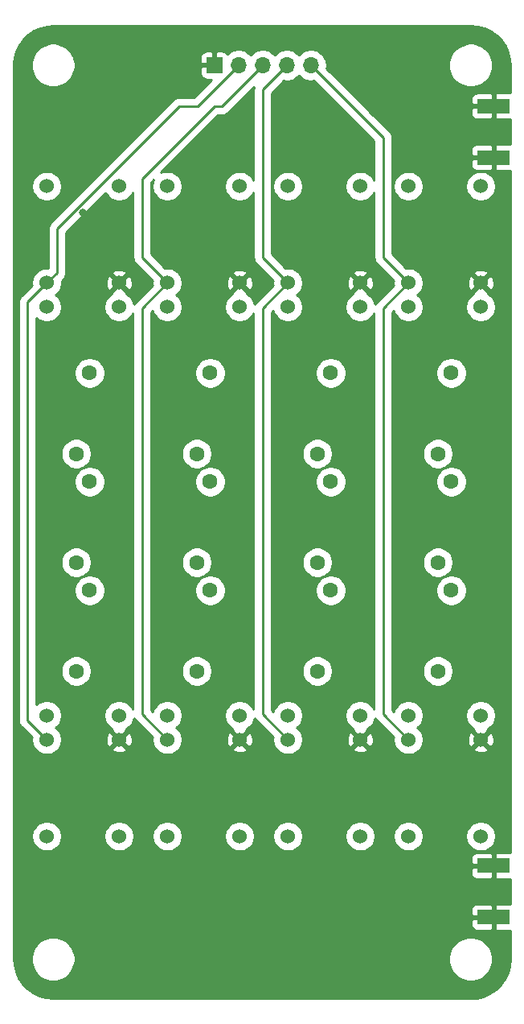
<source format=gbr>
%TF.GenerationSoftware,KiCad,Pcbnew,5.1.9-5.1.9*%
%TF.CreationDate,2021-05-17T13:06:36+03:00*%
%TF.ProjectId,lpf,6c70662e-6b69-4636-9164-5f7063625858,rev?*%
%TF.SameCoordinates,Original*%
%TF.FileFunction,Copper,L1,Top*%
%TF.FilePolarity,Positive*%
%FSLAX46Y46*%
G04 Gerber Fmt 4.6, Leading zero omitted, Abs format (unit mm)*
G04 Created by KiCad (PCBNEW 5.1.9-5.1.9) date 2021-05-17 13:06:36*
%MOMM*%
%LPD*%
G01*
G04 APERTURE LIST*
%TA.AperFunction,ComponentPad*%
%ADD10C,1.600000*%
%TD*%
%TA.AperFunction,ComponentPad*%
%ADD11C,1.524000*%
%TD*%
%TA.AperFunction,SMDPad,CuDef*%
%ADD12R,3.500000X1.500000*%
%TD*%
%TA.AperFunction,ComponentPad*%
%ADD13O,1.700000X1.700000*%
%TD*%
%TA.AperFunction,ComponentPad*%
%ADD14R,1.700000X1.700000*%
%TD*%
%TA.AperFunction,ViaPad*%
%ADD15C,0.800000*%
%TD*%
%TA.AperFunction,Conductor*%
%ADD16C,0.250000*%
%TD*%
%TA.AperFunction,Conductor*%
%ADD17C,0.254000*%
%TD*%
%TA.AperFunction,Conductor*%
%ADD18C,0.100000*%
%TD*%
G04 APERTURE END LIST*
D10*
%TO.P,L12,2*%
%TO.N,Net-(C16-Pad1)*%
X157534893Y-119716641D03*
%TO.P,L12,1*%
%TO.N,Net-(C12-Pad1)*%
X158949107Y-111231359D03*
%TD*%
%TO.P,L11,2*%
%TO.N,Net-(C15-Pad1)*%
X144834893Y-119716641D03*
%TO.P,L11,1*%
%TO.N,Net-(C11-Pad1)*%
X146249107Y-111231359D03*
%TD*%
%TO.P,L10,2*%
%TO.N,Net-(C14-Pad1)*%
X132134893Y-119716641D03*
%TO.P,L10,1*%
%TO.N,Net-(C10-Pad1)*%
X133549107Y-111231359D03*
%TD*%
%TO.P,L9,2*%
%TO.N,Net-(C13-Pad1)*%
X119434893Y-119716641D03*
%TO.P,L9,1*%
%TO.N,Net-(C9-Pad1)*%
X120849107Y-111231359D03*
%TD*%
%TO.P,L8,2*%
%TO.N,Net-(C12-Pad1)*%
X157534893Y-108286641D03*
%TO.P,L8,1*%
%TO.N,Net-(C8-Pad1)*%
X158949107Y-99801359D03*
%TD*%
%TO.P,L7,2*%
%TO.N,Net-(C11-Pad1)*%
X144834893Y-108286641D03*
%TO.P,L7,1*%
%TO.N,Net-(C7-Pad1)*%
X146249107Y-99801359D03*
%TD*%
%TO.P,L6,2*%
%TO.N,Net-(C10-Pad1)*%
X132134893Y-108286641D03*
%TO.P,L6,1*%
%TO.N,Net-(C6-Pad1)*%
X133549107Y-99801359D03*
%TD*%
%TO.P,L5,2*%
%TO.N,Net-(C9-Pad1)*%
X119434893Y-108286641D03*
%TO.P,L5,1*%
%TO.N,Net-(C5-Pad1)*%
X120849107Y-99801359D03*
%TD*%
%TO.P,L4,2*%
%TO.N,Net-(C8-Pad1)*%
X157534893Y-96856641D03*
%TO.P,L4,1*%
%TO.N,Net-(C4-Pad1)*%
X158949107Y-88371359D03*
%TD*%
%TO.P,L3,2*%
%TO.N,Net-(C7-Pad1)*%
X144834893Y-96856641D03*
%TO.P,L3,1*%
%TO.N,Net-(C3-Pad1)*%
X146249107Y-88371359D03*
%TD*%
%TO.P,L2,2*%
%TO.N,Net-(C6-Pad1)*%
X132134893Y-96856641D03*
%TO.P,L2,1*%
%TO.N,Net-(C2-Pad1)*%
X133549107Y-88371359D03*
%TD*%
%TO.P,L1,2*%
%TO.N,Net-(C5-Pad1)*%
X119434893Y-96856641D03*
%TO.P,L1,1*%
%TO.N,Net-(C1-Pad1)*%
X120849107Y-88371359D03*
%TD*%
D11*
%TO.P,S8,4*%
%TO.N,Net-(S8-Pad4)*%
X154432000Y-124380000D03*
%TO.P,S8,5*%
%TO.N,Net-(C16-Pad1)*%
X162052000Y-124380000D03*
%TO.P,S8,2*%
%TO.N,GND*%
X162052000Y-126920000D03*
%TO.P,S8,1*%
%TO.N,/10M*%
X154432000Y-126920000D03*
%TO.P,S8,3*%
%TO.N,Net-(J3-Pad1)*%
X154432000Y-137080000D03*
X162052000Y-137080000D03*
%TD*%
%TO.P,S7,4*%
%TO.N,Net-(S7-Pad4)*%
X141732000Y-124380000D03*
%TO.P,S7,5*%
%TO.N,Net-(C15-Pad1)*%
X149352000Y-124380000D03*
%TO.P,S7,2*%
%TO.N,GND*%
X149352000Y-126920000D03*
%TO.P,S7,1*%
%TO.N,/20M*%
X141732000Y-126920000D03*
%TO.P,S7,3*%
%TO.N,Net-(J3-Pad1)*%
X141732000Y-137080000D03*
X149352000Y-137080000D03*
%TD*%
%TO.P,S6,4*%
%TO.N,Net-(S6-Pad4)*%
X129032000Y-124380000D03*
%TO.P,S6,5*%
%TO.N,Net-(C14-Pad1)*%
X136652000Y-124380000D03*
%TO.P,S6,2*%
%TO.N,GND*%
X136652000Y-126920000D03*
%TO.P,S6,1*%
%TO.N,/40M*%
X129032000Y-126920000D03*
%TO.P,S6,3*%
%TO.N,Net-(J3-Pad1)*%
X129032000Y-137080000D03*
X136652000Y-137080000D03*
%TD*%
%TO.P,S5,4*%
%TO.N,Net-(S5-Pad4)*%
X116332000Y-124380000D03*
%TO.P,S5,5*%
%TO.N,Net-(C13-Pad1)*%
X123952000Y-124380000D03*
%TO.P,S5,2*%
%TO.N,GND*%
X123952000Y-126920000D03*
%TO.P,S5,1*%
%TO.N,/80M*%
X116332000Y-126920000D03*
%TO.P,S5,3*%
%TO.N,Net-(J3-Pad1)*%
X116332000Y-137080000D03*
X123952000Y-137080000D03*
%TD*%
%TO.P,S4,4*%
%TO.N,Net-(S4-Pad4)*%
X162052000Y-81438000D03*
%TO.P,S4,5*%
%TO.N,Net-(C4-Pad1)*%
X154432000Y-81438000D03*
%TO.P,S4,2*%
%TO.N,/10M*%
X154432000Y-78898000D03*
%TO.P,S4,1*%
%TO.N,GND*%
X162052000Y-78898000D03*
%TO.P,S4,3*%
%TO.N,Net-(J2-Pad1)*%
X162052000Y-68738000D03*
X154432000Y-68738000D03*
%TD*%
%TO.P,S3,4*%
%TO.N,Net-(S3-Pad4)*%
X149352000Y-81438000D03*
%TO.P,S3,5*%
%TO.N,Net-(C3-Pad1)*%
X141732000Y-81438000D03*
%TO.P,S3,2*%
%TO.N,/20M*%
X141732000Y-78898000D03*
%TO.P,S3,1*%
%TO.N,GND*%
X149352000Y-78898000D03*
%TO.P,S3,3*%
%TO.N,Net-(J2-Pad1)*%
X149352000Y-68738000D03*
X141732000Y-68738000D03*
%TD*%
%TO.P,S2,4*%
%TO.N,Net-(S2-Pad4)*%
X136652000Y-81438000D03*
%TO.P,S2,5*%
%TO.N,Net-(C2-Pad1)*%
X129032000Y-81438000D03*
%TO.P,S2,2*%
%TO.N,/40M*%
X129032000Y-78898000D03*
%TO.P,S2,1*%
%TO.N,GND*%
X136652000Y-78898000D03*
%TO.P,S2,3*%
%TO.N,Net-(J2-Pad1)*%
X136652000Y-68738000D03*
X129032000Y-68738000D03*
%TD*%
%TO.P,S1,4*%
%TO.N,Net-(S1-Pad4)*%
X123952000Y-81438000D03*
%TO.P,S1,5*%
%TO.N,Net-(C1-Pad1)*%
X116332000Y-81438000D03*
%TO.P,S1,2*%
%TO.N,/80M*%
X116332000Y-78898000D03*
%TO.P,S1,1*%
%TO.N,GND*%
X123952000Y-78898000D03*
%TO.P,S1,3*%
%TO.N,Net-(J2-Pad1)*%
X123952000Y-68738000D03*
X116332000Y-68738000D03*
%TD*%
D12*
%TO.P,J3,2*%
%TO.N,GND*%
X163400000Y-145600000D03*
X163400000Y-140200000D03*
%TD*%
%TO.P,J2,2*%
%TO.N,GND*%
X163400000Y-65700000D03*
X163400000Y-60300000D03*
%TD*%
D13*
%TO.P,J1,5*%
%TO.N,/10M*%
X144160000Y-56000000D03*
%TO.P,J1,4*%
%TO.N,/20M*%
X141620000Y-56000000D03*
%TO.P,J1,3*%
%TO.N,/40M*%
X139080000Y-56000000D03*
%TO.P,J1,2*%
%TO.N,/80M*%
X136540000Y-56000000D03*
D14*
%TO.P,J1,1*%
%TO.N,GND*%
X134000000Y-56000000D03*
%TD*%
D15*
%TO.N,GND*%
X123952000Y-83724000D03*
X123952000Y-85248000D03*
X136652000Y-83724000D03*
X136652000Y-85248000D03*
X149352000Y-83724000D03*
X149352000Y-85248000D03*
X162052000Y-83724000D03*
X162052000Y-85248000D03*
X123952000Y-92106000D03*
X123952000Y-93630000D03*
X136652000Y-92106000D03*
X136652000Y-93630000D03*
X149352000Y-92106000D03*
X149352000Y-93630000D03*
X162052000Y-92106000D03*
X162052000Y-93630000D03*
X123952000Y-103790000D03*
X123952000Y-105314000D03*
X136652000Y-103790000D03*
X136652000Y-105314000D03*
X149352000Y-103790000D03*
X149352000Y-105314000D03*
X162052000Y-103790000D03*
X162052000Y-105314000D03*
X123952000Y-115220000D03*
X123952000Y-116744000D03*
X136652000Y-115220000D03*
X136652000Y-116744000D03*
X149352000Y-115220000D03*
X149352000Y-116744000D03*
X162052000Y-115220000D03*
X162052000Y-116744000D03*
X120142000Y-71532000D03*
X120142000Y-74834000D03*
X132842000Y-71532000D03*
X132842000Y-74834000D03*
X145542000Y-71532000D03*
X145542000Y-74834000D03*
X158242000Y-71532000D03*
X158242000Y-74834000D03*
X120142000Y-134286000D03*
X120142000Y-130730000D03*
X132842000Y-134286000D03*
X132842000Y-130730000D03*
X145542000Y-134286000D03*
X145542000Y-130730000D03*
X158242000Y-134286000D03*
X158242000Y-130730000D03*
%TD*%
D16*
%TO.N,/10M*%
X154432000Y-78898000D02*
X151765000Y-76231000D01*
X151765000Y-63605000D02*
X144160000Y-56000000D01*
X151765000Y-76231000D02*
X151765000Y-63605000D01*
X151765000Y-124253000D02*
X154432000Y-126920000D01*
X154432000Y-78898000D02*
X151765000Y-81565000D01*
X151765000Y-81565000D02*
X151765000Y-124253000D01*
%TO.N,/20M*%
X139065000Y-58555000D02*
X141620000Y-56000000D01*
X141732000Y-78898000D02*
X139065000Y-76231000D01*
X139065000Y-76231000D02*
X139065000Y-58555000D01*
X139065000Y-124253000D02*
X141732000Y-126920000D01*
X141732000Y-78898000D02*
X139065000Y-81565000D01*
X139065000Y-81565000D02*
X139065000Y-124253000D01*
%TO.N,/40M*%
X133985000Y-60325000D02*
X134755000Y-60325000D01*
X134755000Y-60325000D02*
X139080000Y-56000000D01*
X126365000Y-67945000D02*
X133985000Y-60325000D01*
X129032000Y-78898000D02*
X126365000Y-76231000D01*
X126365000Y-76231000D02*
X126365000Y-67945000D01*
X129032000Y-78898000D02*
X126365000Y-81565000D01*
X126365000Y-124253000D02*
X129032000Y-126920000D01*
X126365000Y-81565000D02*
X126365000Y-124253000D01*
%TO.N,/80M*%
X132215000Y-60325000D02*
X136540000Y-56000000D01*
X130275998Y-60325000D02*
X132215000Y-60325000D01*
X117419001Y-73181997D02*
X130275998Y-60325000D01*
X116332000Y-78898000D02*
X117419001Y-77810999D01*
X117419001Y-77810999D02*
X117419001Y-73181997D01*
X114300000Y-124888000D02*
X116332000Y-126920000D01*
X116332000Y-78898000D02*
X114300000Y-80930000D01*
X114300000Y-80930000D02*
X114300000Y-124888000D01*
%TD*%
D17*
%TO.N,GND*%
X161733948Y-51920890D02*
X162444694Y-52115328D01*
X163109783Y-52432559D01*
X163708176Y-52862548D01*
X164220969Y-53391709D01*
X164631953Y-54003319D01*
X164928134Y-54678036D01*
X165101725Y-55401096D01*
X165148001Y-56031256D01*
X165148001Y-58911932D01*
X163685750Y-58915000D01*
X163527000Y-59073750D01*
X163527000Y-60173000D01*
X163547000Y-60173000D01*
X163547000Y-60427000D01*
X163527000Y-60427000D01*
X163527000Y-61526250D01*
X163685750Y-61685000D01*
X165148001Y-61688068D01*
X165148001Y-64311932D01*
X163685750Y-64315000D01*
X163527000Y-64473750D01*
X163527000Y-65573000D01*
X163547000Y-65573000D01*
X163547000Y-65827000D01*
X163527000Y-65827000D01*
X163527000Y-66926250D01*
X163685750Y-67085000D01*
X165148001Y-67088068D01*
X165148000Y-138811932D01*
X163685750Y-138815000D01*
X163527000Y-138973750D01*
X163527000Y-140073000D01*
X163547000Y-140073000D01*
X163547000Y-140327000D01*
X163527000Y-140327000D01*
X163527000Y-141426250D01*
X163685750Y-141585000D01*
X165148000Y-141588068D01*
X165148000Y-144211932D01*
X163685750Y-144215000D01*
X163527000Y-144373750D01*
X163527000Y-145473000D01*
X163547000Y-145473000D01*
X163547000Y-145727000D01*
X163527000Y-145727000D01*
X163527000Y-146826250D01*
X163685750Y-146985000D01*
X165148000Y-146988068D01*
X165148000Y-149962056D01*
X165079110Y-150733949D01*
X164884672Y-151444696D01*
X164567441Y-152109783D01*
X164137452Y-152708176D01*
X163608291Y-153220969D01*
X162996681Y-153631953D01*
X162321963Y-153928134D01*
X161598904Y-154101725D01*
X160968758Y-154148000D01*
X117037944Y-154148000D01*
X116266051Y-154079110D01*
X115555304Y-153884672D01*
X114890217Y-153567441D01*
X114291824Y-153137452D01*
X113779031Y-152608291D01*
X113368047Y-151996681D01*
X113071866Y-151321963D01*
X112898275Y-150598904D01*
X112852000Y-149968758D01*
X112852000Y-149770811D01*
X114673000Y-149770811D01*
X114673000Y-150229189D01*
X114762426Y-150678761D01*
X114937840Y-151102248D01*
X115192501Y-151483376D01*
X115516624Y-151807499D01*
X115897752Y-152062160D01*
X116321239Y-152237574D01*
X116770811Y-152327000D01*
X117229189Y-152327000D01*
X117678761Y-152237574D01*
X118102248Y-152062160D01*
X118483376Y-151807499D01*
X118807499Y-151483376D01*
X119062160Y-151102248D01*
X119237574Y-150678761D01*
X119327000Y-150229189D01*
X119327000Y-149770811D01*
X158673000Y-149770811D01*
X158673000Y-150229189D01*
X158762426Y-150678761D01*
X158937840Y-151102248D01*
X159192501Y-151483376D01*
X159516624Y-151807499D01*
X159897752Y-152062160D01*
X160321239Y-152237574D01*
X160770811Y-152327000D01*
X161229189Y-152327000D01*
X161678761Y-152237574D01*
X162102248Y-152062160D01*
X162483376Y-151807499D01*
X162807499Y-151483376D01*
X163062160Y-151102248D01*
X163237574Y-150678761D01*
X163327000Y-150229189D01*
X163327000Y-149770811D01*
X163237574Y-149321239D01*
X163062160Y-148897752D01*
X162807499Y-148516624D01*
X162483376Y-148192501D01*
X162102248Y-147937840D01*
X161678761Y-147762426D01*
X161229189Y-147673000D01*
X160770811Y-147673000D01*
X160321239Y-147762426D01*
X159897752Y-147937840D01*
X159516624Y-148192501D01*
X159192501Y-148516624D01*
X158937840Y-148897752D01*
X158762426Y-149321239D01*
X158673000Y-149770811D01*
X119327000Y-149770811D01*
X119237574Y-149321239D01*
X119062160Y-148897752D01*
X118807499Y-148516624D01*
X118483376Y-148192501D01*
X118102248Y-147937840D01*
X117678761Y-147762426D01*
X117229189Y-147673000D01*
X116770811Y-147673000D01*
X116321239Y-147762426D01*
X115897752Y-147937840D01*
X115516624Y-148192501D01*
X115192501Y-148516624D01*
X114937840Y-148897752D01*
X114762426Y-149321239D01*
X114673000Y-149770811D01*
X112852000Y-149770811D01*
X112852000Y-146350000D01*
X161011928Y-146350000D01*
X161024188Y-146474482D01*
X161060498Y-146594180D01*
X161119463Y-146704494D01*
X161198815Y-146801185D01*
X161295506Y-146880537D01*
X161405820Y-146939502D01*
X161525518Y-146975812D01*
X161650000Y-146988072D01*
X163114250Y-146985000D01*
X163273000Y-146826250D01*
X163273000Y-145727000D01*
X161173750Y-145727000D01*
X161015000Y-145885750D01*
X161011928Y-146350000D01*
X112852000Y-146350000D01*
X112852000Y-144850000D01*
X161011928Y-144850000D01*
X161015000Y-145314250D01*
X161173750Y-145473000D01*
X163273000Y-145473000D01*
X163273000Y-144373750D01*
X163114250Y-144215000D01*
X161650000Y-144211928D01*
X161525518Y-144224188D01*
X161405820Y-144260498D01*
X161295506Y-144319463D01*
X161198815Y-144398815D01*
X161119463Y-144495506D01*
X161060498Y-144605820D01*
X161024188Y-144725518D01*
X161011928Y-144850000D01*
X112852000Y-144850000D01*
X112852000Y-140950000D01*
X161011928Y-140950000D01*
X161024188Y-141074482D01*
X161060498Y-141194180D01*
X161119463Y-141304494D01*
X161198815Y-141401185D01*
X161295506Y-141480537D01*
X161405820Y-141539502D01*
X161525518Y-141575812D01*
X161650000Y-141588072D01*
X163114250Y-141585000D01*
X163273000Y-141426250D01*
X163273000Y-140327000D01*
X161173750Y-140327000D01*
X161015000Y-140485750D01*
X161011928Y-140950000D01*
X112852000Y-140950000D01*
X112852000Y-139450000D01*
X161011928Y-139450000D01*
X161015000Y-139914250D01*
X161173750Y-140073000D01*
X163273000Y-140073000D01*
X163273000Y-138973750D01*
X163114250Y-138815000D01*
X161650000Y-138811928D01*
X161525518Y-138824188D01*
X161405820Y-138860498D01*
X161295506Y-138919463D01*
X161198815Y-138998815D01*
X161119463Y-139095506D01*
X161060498Y-139205820D01*
X161024188Y-139325518D01*
X161011928Y-139450000D01*
X112852000Y-139450000D01*
X112852000Y-136923497D01*
X114743000Y-136923497D01*
X114743000Y-137236503D01*
X114804065Y-137543494D01*
X114923847Y-137832674D01*
X115097743Y-138092928D01*
X115319072Y-138314257D01*
X115579326Y-138488153D01*
X115868506Y-138607935D01*
X116175497Y-138669000D01*
X116488503Y-138669000D01*
X116795494Y-138607935D01*
X117084674Y-138488153D01*
X117344928Y-138314257D01*
X117566257Y-138092928D01*
X117740153Y-137832674D01*
X117859935Y-137543494D01*
X117921000Y-137236503D01*
X117921000Y-136923497D01*
X122363000Y-136923497D01*
X122363000Y-137236503D01*
X122424065Y-137543494D01*
X122543847Y-137832674D01*
X122717743Y-138092928D01*
X122939072Y-138314257D01*
X123199326Y-138488153D01*
X123488506Y-138607935D01*
X123795497Y-138669000D01*
X124108503Y-138669000D01*
X124415494Y-138607935D01*
X124704674Y-138488153D01*
X124964928Y-138314257D01*
X125186257Y-138092928D01*
X125360153Y-137832674D01*
X125479935Y-137543494D01*
X125541000Y-137236503D01*
X125541000Y-136923497D01*
X127443000Y-136923497D01*
X127443000Y-137236503D01*
X127504065Y-137543494D01*
X127623847Y-137832674D01*
X127797743Y-138092928D01*
X128019072Y-138314257D01*
X128279326Y-138488153D01*
X128568506Y-138607935D01*
X128875497Y-138669000D01*
X129188503Y-138669000D01*
X129495494Y-138607935D01*
X129784674Y-138488153D01*
X130044928Y-138314257D01*
X130266257Y-138092928D01*
X130440153Y-137832674D01*
X130559935Y-137543494D01*
X130621000Y-137236503D01*
X130621000Y-136923497D01*
X135063000Y-136923497D01*
X135063000Y-137236503D01*
X135124065Y-137543494D01*
X135243847Y-137832674D01*
X135417743Y-138092928D01*
X135639072Y-138314257D01*
X135899326Y-138488153D01*
X136188506Y-138607935D01*
X136495497Y-138669000D01*
X136808503Y-138669000D01*
X137115494Y-138607935D01*
X137404674Y-138488153D01*
X137664928Y-138314257D01*
X137886257Y-138092928D01*
X138060153Y-137832674D01*
X138179935Y-137543494D01*
X138241000Y-137236503D01*
X138241000Y-136923497D01*
X140143000Y-136923497D01*
X140143000Y-137236503D01*
X140204065Y-137543494D01*
X140323847Y-137832674D01*
X140497743Y-138092928D01*
X140719072Y-138314257D01*
X140979326Y-138488153D01*
X141268506Y-138607935D01*
X141575497Y-138669000D01*
X141888503Y-138669000D01*
X142195494Y-138607935D01*
X142484674Y-138488153D01*
X142744928Y-138314257D01*
X142966257Y-138092928D01*
X143140153Y-137832674D01*
X143259935Y-137543494D01*
X143321000Y-137236503D01*
X143321000Y-136923497D01*
X147763000Y-136923497D01*
X147763000Y-137236503D01*
X147824065Y-137543494D01*
X147943847Y-137832674D01*
X148117743Y-138092928D01*
X148339072Y-138314257D01*
X148599326Y-138488153D01*
X148888506Y-138607935D01*
X149195497Y-138669000D01*
X149508503Y-138669000D01*
X149815494Y-138607935D01*
X150104674Y-138488153D01*
X150364928Y-138314257D01*
X150586257Y-138092928D01*
X150760153Y-137832674D01*
X150879935Y-137543494D01*
X150941000Y-137236503D01*
X150941000Y-136923497D01*
X152843000Y-136923497D01*
X152843000Y-137236503D01*
X152904065Y-137543494D01*
X153023847Y-137832674D01*
X153197743Y-138092928D01*
X153419072Y-138314257D01*
X153679326Y-138488153D01*
X153968506Y-138607935D01*
X154275497Y-138669000D01*
X154588503Y-138669000D01*
X154895494Y-138607935D01*
X155184674Y-138488153D01*
X155444928Y-138314257D01*
X155666257Y-138092928D01*
X155840153Y-137832674D01*
X155959935Y-137543494D01*
X156021000Y-137236503D01*
X156021000Y-136923497D01*
X160463000Y-136923497D01*
X160463000Y-137236503D01*
X160524065Y-137543494D01*
X160643847Y-137832674D01*
X160817743Y-138092928D01*
X161039072Y-138314257D01*
X161299326Y-138488153D01*
X161588506Y-138607935D01*
X161895497Y-138669000D01*
X162208503Y-138669000D01*
X162515494Y-138607935D01*
X162804674Y-138488153D01*
X163064928Y-138314257D01*
X163286257Y-138092928D01*
X163460153Y-137832674D01*
X163579935Y-137543494D01*
X163641000Y-137236503D01*
X163641000Y-136923497D01*
X163579935Y-136616506D01*
X163460153Y-136327326D01*
X163286257Y-136067072D01*
X163064928Y-135845743D01*
X162804674Y-135671847D01*
X162515494Y-135552065D01*
X162208503Y-135491000D01*
X161895497Y-135491000D01*
X161588506Y-135552065D01*
X161299326Y-135671847D01*
X161039072Y-135845743D01*
X160817743Y-136067072D01*
X160643847Y-136327326D01*
X160524065Y-136616506D01*
X160463000Y-136923497D01*
X156021000Y-136923497D01*
X155959935Y-136616506D01*
X155840153Y-136327326D01*
X155666257Y-136067072D01*
X155444928Y-135845743D01*
X155184674Y-135671847D01*
X154895494Y-135552065D01*
X154588503Y-135491000D01*
X154275497Y-135491000D01*
X153968506Y-135552065D01*
X153679326Y-135671847D01*
X153419072Y-135845743D01*
X153197743Y-136067072D01*
X153023847Y-136327326D01*
X152904065Y-136616506D01*
X152843000Y-136923497D01*
X150941000Y-136923497D01*
X150879935Y-136616506D01*
X150760153Y-136327326D01*
X150586257Y-136067072D01*
X150364928Y-135845743D01*
X150104674Y-135671847D01*
X149815494Y-135552065D01*
X149508503Y-135491000D01*
X149195497Y-135491000D01*
X148888506Y-135552065D01*
X148599326Y-135671847D01*
X148339072Y-135845743D01*
X148117743Y-136067072D01*
X147943847Y-136327326D01*
X147824065Y-136616506D01*
X147763000Y-136923497D01*
X143321000Y-136923497D01*
X143259935Y-136616506D01*
X143140153Y-136327326D01*
X142966257Y-136067072D01*
X142744928Y-135845743D01*
X142484674Y-135671847D01*
X142195494Y-135552065D01*
X141888503Y-135491000D01*
X141575497Y-135491000D01*
X141268506Y-135552065D01*
X140979326Y-135671847D01*
X140719072Y-135845743D01*
X140497743Y-136067072D01*
X140323847Y-136327326D01*
X140204065Y-136616506D01*
X140143000Y-136923497D01*
X138241000Y-136923497D01*
X138179935Y-136616506D01*
X138060153Y-136327326D01*
X137886257Y-136067072D01*
X137664928Y-135845743D01*
X137404674Y-135671847D01*
X137115494Y-135552065D01*
X136808503Y-135491000D01*
X136495497Y-135491000D01*
X136188506Y-135552065D01*
X135899326Y-135671847D01*
X135639072Y-135845743D01*
X135417743Y-136067072D01*
X135243847Y-136327326D01*
X135124065Y-136616506D01*
X135063000Y-136923497D01*
X130621000Y-136923497D01*
X130559935Y-136616506D01*
X130440153Y-136327326D01*
X130266257Y-136067072D01*
X130044928Y-135845743D01*
X129784674Y-135671847D01*
X129495494Y-135552065D01*
X129188503Y-135491000D01*
X128875497Y-135491000D01*
X128568506Y-135552065D01*
X128279326Y-135671847D01*
X128019072Y-135845743D01*
X127797743Y-136067072D01*
X127623847Y-136327326D01*
X127504065Y-136616506D01*
X127443000Y-136923497D01*
X125541000Y-136923497D01*
X125479935Y-136616506D01*
X125360153Y-136327326D01*
X125186257Y-136067072D01*
X124964928Y-135845743D01*
X124704674Y-135671847D01*
X124415494Y-135552065D01*
X124108503Y-135491000D01*
X123795497Y-135491000D01*
X123488506Y-135552065D01*
X123199326Y-135671847D01*
X122939072Y-135845743D01*
X122717743Y-136067072D01*
X122543847Y-136327326D01*
X122424065Y-136616506D01*
X122363000Y-136923497D01*
X117921000Y-136923497D01*
X117859935Y-136616506D01*
X117740153Y-136327326D01*
X117566257Y-136067072D01*
X117344928Y-135845743D01*
X117084674Y-135671847D01*
X116795494Y-135552065D01*
X116488503Y-135491000D01*
X116175497Y-135491000D01*
X115868506Y-135552065D01*
X115579326Y-135671847D01*
X115319072Y-135845743D01*
X115097743Y-136067072D01*
X114923847Y-136327326D01*
X114804065Y-136616506D01*
X114743000Y-136923497D01*
X112852000Y-136923497D01*
X112852000Y-80930000D01*
X113343394Y-80930000D01*
X113348000Y-80976765D01*
X113348001Y-124841225D01*
X113343394Y-124888000D01*
X113361775Y-125074624D01*
X113380633Y-125136789D01*
X113416212Y-125254077D01*
X113504612Y-125419462D01*
X113623578Y-125564423D01*
X113659909Y-125594239D01*
X114757296Y-126691627D01*
X114743000Y-126763497D01*
X114743000Y-127076503D01*
X114804065Y-127383494D01*
X114923847Y-127672674D01*
X115097743Y-127932928D01*
X115319072Y-128154257D01*
X115579326Y-128328153D01*
X115868506Y-128447935D01*
X116175497Y-128509000D01*
X116488503Y-128509000D01*
X116795494Y-128447935D01*
X117084674Y-128328153D01*
X117344928Y-128154257D01*
X117566257Y-127932928D01*
X117597903Y-127885565D01*
X123166040Y-127885565D01*
X123233020Y-128125656D01*
X123482048Y-128242756D01*
X123749135Y-128309023D01*
X124024017Y-128321910D01*
X124296133Y-128280922D01*
X124555023Y-128187636D01*
X124670980Y-128125656D01*
X124737960Y-127885565D01*
X123952000Y-127099605D01*
X123166040Y-127885565D01*
X117597903Y-127885565D01*
X117740153Y-127672674D01*
X117859935Y-127383494D01*
X117921000Y-127076503D01*
X117921000Y-126992017D01*
X122550090Y-126992017D01*
X122591078Y-127264133D01*
X122684364Y-127523023D01*
X122746344Y-127638980D01*
X122986435Y-127705960D01*
X123772395Y-126920000D01*
X124131605Y-126920000D01*
X124917565Y-127705960D01*
X125157656Y-127638980D01*
X125274756Y-127389952D01*
X125341023Y-127122865D01*
X125353910Y-126847983D01*
X125312922Y-126575867D01*
X125219636Y-126316977D01*
X125157656Y-126201020D01*
X124917565Y-126134040D01*
X124131605Y-126920000D01*
X123772395Y-126920000D01*
X122986435Y-126134040D01*
X122746344Y-126201020D01*
X122629244Y-126450048D01*
X122562977Y-126717135D01*
X122550090Y-126992017D01*
X117921000Y-126992017D01*
X117921000Y-126763497D01*
X117859935Y-126456506D01*
X117740153Y-126167326D01*
X117566257Y-125907072D01*
X117344928Y-125685743D01*
X117291435Y-125650000D01*
X117344928Y-125614257D01*
X117566257Y-125392928D01*
X117740153Y-125132674D01*
X117859935Y-124843494D01*
X117921000Y-124536503D01*
X117921000Y-124223497D01*
X117859935Y-123916506D01*
X117740153Y-123627326D01*
X117566257Y-123367072D01*
X117344928Y-123145743D01*
X117084674Y-122971847D01*
X116795494Y-122852065D01*
X116488503Y-122791000D01*
X116175497Y-122791000D01*
X115868506Y-122852065D01*
X115579326Y-122971847D01*
X115319072Y-123145743D01*
X115252000Y-123212815D01*
X115252000Y-119556396D01*
X117807893Y-119556396D01*
X117807893Y-119876886D01*
X117870418Y-120191219D01*
X117993065Y-120487314D01*
X118171120Y-120753793D01*
X118397741Y-120980414D01*
X118664220Y-121158469D01*
X118960315Y-121281116D01*
X119274648Y-121343641D01*
X119595138Y-121343641D01*
X119909471Y-121281116D01*
X120205566Y-121158469D01*
X120472045Y-120980414D01*
X120698666Y-120753793D01*
X120876721Y-120487314D01*
X120999368Y-120191219D01*
X121061893Y-119876886D01*
X121061893Y-119556396D01*
X120999368Y-119242063D01*
X120876721Y-118945968D01*
X120698666Y-118679489D01*
X120472045Y-118452868D01*
X120205566Y-118274813D01*
X119909471Y-118152166D01*
X119595138Y-118089641D01*
X119274648Y-118089641D01*
X118960315Y-118152166D01*
X118664220Y-118274813D01*
X118397741Y-118452868D01*
X118171120Y-118679489D01*
X117993065Y-118945968D01*
X117870418Y-119242063D01*
X117807893Y-119556396D01*
X115252000Y-119556396D01*
X115252000Y-111071114D01*
X119222107Y-111071114D01*
X119222107Y-111391604D01*
X119284632Y-111705937D01*
X119407279Y-112002032D01*
X119585334Y-112268511D01*
X119811955Y-112495132D01*
X120078434Y-112673187D01*
X120374529Y-112795834D01*
X120688862Y-112858359D01*
X121009352Y-112858359D01*
X121323685Y-112795834D01*
X121619780Y-112673187D01*
X121886259Y-112495132D01*
X122112880Y-112268511D01*
X122290935Y-112002032D01*
X122413582Y-111705937D01*
X122476107Y-111391604D01*
X122476107Y-111071114D01*
X122413582Y-110756781D01*
X122290935Y-110460686D01*
X122112880Y-110194207D01*
X121886259Y-109967586D01*
X121619780Y-109789531D01*
X121323685Y-109666884D01*
X121009352Y-109604359D01*
X120688862Y-109604359D01*
X120374529Y-109666884D01*
X120078434Y-109789531D01*
X119811955Y-109967586D01*
X119585334Y-110194207D01*
X119407279Y-110460686D01*
X119284632Y-110756781D01*
X119222107Y-111071114D01*
X115252000Y-111071114D01*
X115252000Y-108126396D01*
X117807893Y-108126396D01*
X117807893Y-108446886D01*
X117870418Y-108761219D01*
X117993065Y-109057314D01*
X118171120Y-109323793D01*
X118397741Y-109550414D01*
X118664220Y-109728469D01*
X118960315Y-109851116D01*
X119274648Y-109913641D01*
X119595138Y-109913641D01*
X119909471Y-109851116D01*
X120205566Y-109728469D01*
X120472045Y-109550414D01*
X120698666Y-109323793D01*
X120876721Y-109057314D01*
X120999368Y-108761219D01*
X121061893Y-108446886D01*
X121061893Y-108126396D01*
X120999368Y-107812063D01*
X120876721Y-107515968D01*
X120698666Y-107249489D01*
X120472045Y-107022868D01*
X120205566Y-106844813D01*
X119909471Y-106722166D01*
X119595138Y-106659641D01*
X119274648Y-106659641D01*
X118960315Y-106722166D01*
X118664220Y-106844813D01*
X118397741Y-107022868D01*
X118171120Y-107249489D01*
X117993065Y-107515968D01*
X117870418Y-107812063D01*
X117807893Y-108126396D01*
X115252000Y-108126396D01*
X115252000Y-99641114D01*
X119222107Y-99641114D01*
X119222107Y-99961604D01*
X119284632Y-100275937D01*
X119407279Y-100572032D01*
X119585334Y-100838511D01*
X119811955Y-101065132D01*
X120078434Y-101243187D01*
X120374529Y-101365834D01*
X120688862Y-101428359D01*
X121009352Y-101428359D01*
X121323685Y-101365834D01*
X121619780Y-101243187D01*
X121886259Y-101065132D01*
X122112880Y-100838511D01*
X122290935Y-100572032D01*
X122413582Y-100275937D01*
X122476107Y-99961604D01*
X122476107Y-99641114D01*
X122413582Y-99326781D01*
X122290935Y-99030686D01*
X122112880Y-98764207D01*
X121886259Y-98537586D01*
X121619780Y-98359531D01*
X121323685Y-98236884D01*
X121009352Y-98174359D01*
X120688862Y-98174359D01*
X120374529Y-98236884D01*
X120078434Y-98359531D01*
X119811955Y-98537586D01*
X119585334Y-98764207D01*
X119407279Y-99030686D01*
X119284632Y-99326781D01*
X119222107Y-99641114D01*
X115252000Y-99641114D01*
X115252000Y-96696396D01*
X117807893Y-96696396D01*
X117807893Y-97016886D01*
X117870418Y-97331219D01*
X117993065Y-97627314D01*
X118171120Y-97893793D01*
X118397741Y-98120414D01*
X118664220Y-98298469D01*
X118960315Y-98421116D01*
X119274648Y-98483641D01*
X119595138Y-98483641D01*
X119909471Y-98421116D01*
X120205566Y-98298469D01*
X120472045Y-98120414D01*
X120698666Y-97893793D01*
X120876721Y-97627314D01*
X120999368Y-97331219D01*
X121061893Y-97016886D01*
X121061893Y-96696396D01*
X120999368Y-96382063D01*
X120876721Y-96085968D01*
X120698666Y-95819489D01*
X120472045Y-95592868D01*
X120205566Y-95414813D01*
X119909471Y-95292166D01*
X119595138Y-95229641D01*
X119274648Y-95229641D01*
X118960315Y-95292166D01*
X118664220Y-95414813D01*
X118397741Y-95592868D01*
X118171120Y-95819489D01*
X117993065Y-96085968D01*
X117870418Y-96382063D01*
X117807893Y-96696396D01*
X115252000Y-96696396D01*
X115252000Y-88211114D01*
X119222107Y-88211114D01*
X119222107Y-88531604D01*
X119284632Y-88845937D01*
X119407279Y-89142032D01*
X119585334Y-89408511D01*
X119811955Y-89635132D01*
X120078434Y-89813187D01*
X120374529Y-89935834D01*
X120688862Y-89998359D01*
X121009352Y-89998359D01*
X121323685Y-89935834D01*
X121619780Y-89813187D01*
X121886259Y-89635132D01*
X122112880Y-89408511D01*
X122290935Y-89142032D01*
X122413582Y-88845937D01*
X122476107Y-88531604D01*
X122476107Y-88211114D01*
X122413582Y-87896781D01*
X122290935Y-87600686D01*
X122112880Y-87334207D01*
X121886259Y-87107586D01*
X121619780Y-86929531D01*
X121323685Y-86806884D01*
X121009352Y-86744359D01*
X120688862Y-86744359D01*
X120374529Y-86806884D01*
X120078434Y-86929531D01*
X119811955Y-87107586D01*
X119585334Y-87334207D01*
X119407279Y-87600686D01*
X119284632Y-87896781D01*
X119222107Y-88211114D01*
X115252000Y-88211114D01*
X115252000Y-82605185D01*
X115319072Y-82672257D01*
X115579326Y-82846153D01*
X115868506Y-82965935D01*
X116175497Y-83027000D01*
X116488503Y-83027000D01*
X116795494Y-82965935D01*
X117084674Y-82846153D01*
X117344928Y-82672257D01*
X117566257Y-82450928D01*
X117740153Y-82190674D01*
X117859935Y-81901494D01*
X117921000Y-81594503D01*
X117921000Y-81281497D01*
X117859935Y-80974506D01*
X117740153Y-80685326D01*
X117566257Y-80425072D01*
X117344928Y-80203743D01*
X117291435Y-80168000D01*
X117344928Y-80132257D01*
X117566257Y-79910928D01*
X117740153Y-79650674D01*
X117859935Y-79361494D01*
X117921000Y-79054503D01*
X117921000Y-78970017D01*
X122550090Y-78970017D01*
X122591078Y-79242133D01*
X122684364Y-79501023D01*
X122746344Y-79616980D01*
X122986435Y-79683960D01*
X123772395Y-78898000D01*
X124131605Y-78898000D01*
X124917565Y-79683960D01*
X125157656Y-79616980D01*
X125274756Y-79367952D01*
X125341023Y-79100865D01*
X125353910Y-78825983D01*
X125312922Y-78553867D01*
X125219636Y-78294977D01*
X125157656Y-78179020D01*
X124917565Y-78112040D01*
X124131605Y-78898000D01*
X123772395Y-78898000D01*
X122986435Y-78112040D01*
X122746344Y-78179020D01*
X122629244Y-78428048D01*
X122562977Y-78695135D01*
X122550090Y-78970017D01*
X117921000Y-78970017D01*
X117921000Y-78741497D01*
X117906704Y-78669627D01*
X118059093Y-78517238D01*
X118095424Y-78487422D01*
X118214390Y-78342461D01*
X118259588Y-78257902D01*
X118302790Y-78177077D01*
X118357226Y-77997624D01*
X118363646Y-77932435D01*
X123166040Y-77932435D01*
X123952000Y-78718395D01*
X124737960Y-77932435D01*
X124670980Y-77692344D01*
X124421952Y-77575244D01*
X124154865Y-77508977D01*
X123879983Y-77496090D01*
X123607867Y-77537078D01*
X123348977Y-77630364D01*
X123233020Y-77692344D01*
X123166040Y-77932435D01*
X118363646Y-77932435D01*
X118375607Y-77810999D01*
X118371001Y-77764234D01*
X118371001Y-73576327D01*
X122518309Y-69429019D01*
X122543847Y-69490674D01*
X122717743Y-69750928D01*
X122939072Y-69972257D01*
X123199326Y-70146153D01*
X123488506Y-70265935D01*
X123795497Y-70327000D01*
X124108503Y-70327000D01*
X124415494Y-70265935D01*
X124704674Y-70146153D01*
X124964928Y-69972257D01*
X125186257Y-69750928D01*
X125360153Y-69490674D01*
X125413001Y-69363089D01*
X125413000Y-76184235D01*
X125408394Y-76231000D01*
X125413000Y-76277764D01*
X125426775Y-76417624D01*
X125481211Y-76597076D01*
X125569611Y-76762462D01*
X125688577Y-76907423D01*
X125724913Y-76937243D01*
X127457296Y-78669627D01*
X127443000Y-78741497D01*
X127443000Y-79054503D01*
X127457296Y-79126373D01*
X125724913Y-80858757D01*
X125688577Y-80888577D01*
X125569611Y-81033538D01*
X125512814Y-81139798D01*
X125479935Y-80974506D01*
X125360153Y-80685326D01*
X125186257Y-80425072D01*
X124964928Y-80203743D01*
X124704674Y-80029847D01*
X124692928Y-80024982D01*
X124737960Y-79863565D01*
X123952000Y-79077605D01*
X123166040Y-79863565D01*
X123211072Y-80024982D01*
X123199326Y-80029847D01*
X122939072Y-80203743D01*
X122717743Y-80425072D01*
X122543847Y-80685326D01*
X122424065Y-80974506D01*
X122363000Y-81281497D01*
X122363000Y-81594503D01*
X122424065Y-81901494D01*
X122543847Y-82190674D01*
X122717743Y-82450928D01*
X122939072Y-82672257D01*
X123199326Y-82846153D01*
X123488506Y-82965935D01*
X123795497Y-83027000D01*
X124108503Y-83027000D01*
X124415494Y-82965935D01*
X124704674Y-82846153D01*
X124964928Y-82672257D01*
X125186257Y-82450928D01*
X125360153Y-82190674D01*
X125413000Y-82063090D01*
X125413001Y-123754913D01*
X125360153Y-123627326D01*
X125186257Y-123367072D01*
X124964928Y-123145743D01*
X124704674Y-122971847D01*
X124415494Y-122852065D01*
X124108503Y-122791000D01*
X123795497Y-122791000D01*
X123488506Y-122852065D01*
X123199326Y-122971847D01*
X122939072Y-123145743D01*
X122717743Y-123367072D01*
X122543847Y-123627326D01*
X122424065Y-123916506D01*
X122363000Y-124223497D01*
X122363000Y-124536503D01*
X122424065Y-124843494D01*
X122543847Y-125132674D01*
X122717743Y-125392928D01*
X122939072Y-125614257D01*
X123199326Y-125788153D01*
X123211072Y-125793018D01*
X123166040Y-125954435D01*
X123952000Y-126740395D01*
X124737960Y-125954435D01*
X124692928Y-125793018D01*
X124704674Y-125788153D01*
X124964928Y-125614257D01*
X125186257Y-125392928D01*
X125360153Y-125132674D01*
X125479935Y-124843494D01*
X125512814Y-124678201D01*
X125525202Y-124701376D01*
X125569612Y-124784462D01*
X125688578Y-124929423D01*
X125724909Y-124959239D01*
X127457296Y-126691627D01*
X127443000Y-126763497D01*
X127443000Y-127076503D01*
X127504065Y-127383494D01*
X127623847Y-127672674D01*
X127797743Y-127932928D01*
X128019072Y-128154257D01*
X128279326Y-128328153D01*
X128568506Y-128447935D01*
X128875497Y-128509000D01*
X129188503Y-128509000D01*
X129495494Y-128447935D01*
X129784674Y-128328153D01*
X130044928Y-128154257D01*
X130266257Y-127932928D01*
X130297903Y-127885565D01*
X135866040Y-127885565D01*
X135933020Y-128125656D01*
X136182048Y-128242756D01*
X136449135Y-128309023D01*
X136724017Y-128321910D01*
X136996133Y-128280922D01*
X137255023Y-128187636D01*
X137370980Y-128125656D01*
X137437960Y-127885565D01*
X136652000Y-127099605D01*
X135866040Y-127885565D01*
X130297903Y-127885565D01*
X130440153Y-127672674D01*
X130559935Y-127383494D01*
X130621000Y-127076503D01*
X130621000Y-126992017D01*
X135250090Y-126992017D01*
X135291078Y-127264133D01*
X135384364Y-127523023D01*
X135446344Y-127638980D01*
X135686435Y-127705960D01*
X136472395Y-126920000D01*
X136831605Y-126920000D01*
X137617565Y-127705960D01*
X137857656Y-127638980D01*
X137974756Y-127389952D01*
X138041023Y-127122865D01*
X138053910Y-126847983D01*
X138012922Y-126575867D01*
X137919636Y-126316977D01*
X137857656Y-126201020D01*
X137617565Y-126134040D01*
X136831605Y-126920000D01*
X136472395Y-126920000D01*
X135686435Y-126134040D01*
X135446344Y-126201020D01*
X135329244Y-126450048D01*
X135262977Y-126717135D01*
X135250090Y-126992017D01*
X130621000Y-126992017D01*
X130621000Y-126763497D01*
X130559935Y-126456506D01*
X130440153Y-126167326D01*
X130266257Y-125907072D01*
X130044928Y-125685743D01*
X129991435Y-125650000D01*
X130044928Y-125614257D01*
X130266257Y-125392928D01*
X130440153Y-125132674D01*
X130559935Y-124843494D01*
X130621000Y-124536503D01*
X130621000Y-124223497D01*
X130559935Y-123916506D01*
X130440153Y-123627326D01*
X130266257Y-123367072D01*
X130044928Y-123145743D01*
X129784674Y-122971847D01*
X129495494Y-122852065D01*
X129188503Y-122791000D01*
X128875497Y-122791000D01*
X128568506Y-122852065D01*
X128279326Y-122971847D01*
X128019072Y-123145743D01*
X127797743Y-123367072D01*
X127623847Y-123627326D01*
X127504065Y-123916506D01*
X127482624Y-124024294D01*
X127317000Y-123858670D01*
X127317000Y-119556396D01*
X130507893Y-119556396D01*
X130507893Y-119876886D01*
X130570418Y-120191219D01*
X130693065Y-120487314D01*
X130871120Y-120753793D01*
X131097741Y-120980414D01*
X131364220Y-121158469D01*
X131660315Y-121281116D01*
X131974648Y-121343641D01*
X132295138Y-121343641D01*
X132609471Y-121281116D01*
X132905566Y-121158469D01*
X133172045Y-120980414D01*
X133398666Y-120753793D01*
X133576721Y-120487314D01*
X133699368Y-120191219D01*
X133761893Y-119876886D01*
X133761893Y-119556396D01*
X133699368Y-119242063D01*
X133576721Y-118945968D01*
X133398666Y-118679489D01*
X133172045Y-118452868D01*
X132905566Y-118274813D01*
X132609471Y-118152166D01*
X132295138Y-118089641D01*
X131974648Y-118089641D01*
X131660315Y-118152166D01*
X131364220Y-118274813D01*
X131097741Y-118452868D01*
X130871120Y-118679489D01*
X130693065Y-118945968D01*
X130570418Y-119242063D01*
X130507893Y-119556396D01*
X127317000Y-119556396D01*
X127317000Y-111071114D01*
X131922107Y-111071114D01*
X131922107Y-111391604D01*
X131984632Y-111705937D01*
X132107279Y-112002032D01*
X132285334Y-112268511D01*
X132511955Y-112495132D01*
X132778434Y-112673187D01*
X133074529Y-112795834D01*
X133388862Y-112858359D01*
X133709352Y-112858359D01*
X134023685Y-112795834D01*
X134319780Y-112673187D01*
X134586259Y-112495132D01*
X134812880Y-112268511D01*
X134990935Y-112002032D01*
X135113582Y-111705937D01*
X135176107Y-111391604D01*
X135176107Y-111071114D01*
X135113582Y-110756781D01*
X134990935Y-110460686D01*
X134812880Y-110194207D01*
X134586259Y-109967586D01*
X134319780Y-109789531D01*
X134023685Y-109666884D01*
X133709352Y-109604359D01*
X133388862Y-109604359D01*
X133074529Y-109666884D01*
X132778434Y-109789531D01*
X132511955Y-109967586D01*
X132285334Y-110194207D01*
X132107279Y-110460686D01*
X131984632Y-110756781D01*
X131922107Y-111071114D01*
X127317000Y-111071114D01*
X127317000Y-108126396D01*
X130507893Y-108126396D01*
X130507893Y-108446886D01*
X130570418Y-108761219D01*
X130693065Y-109057314D01*
X130871120Y-109323793D01*
X131097741Y-109550414D01*
X131364220Y-109728469D01*
X131660315Y-109851116D01*
X131974648Y-109913641D01*
X132295138Y-109913641D01*
X132609471Y-109851116D01*
X132905566Y-109728469D01*
X133172045Y-109550414D01*
X133398666Y-109323793D01*
X133576721Y-109057314D01*
X133699368Y-108761219D01*
X133761893Y-108446886D01*
X133761893Y-108126396D01*
X133699368Y-107812063D01*
X133576721Y-107515968D01*
X133398666Y-107249489D01*
X133172045Y-107022868D01*
X132905566Y-106844813D01*
X132609471Y-106722166D01*
X132295138Y-106659641D01*
X131974648Y-106659641D01*
X131660315Y-106722166D01*
X131364220Y-106844813D01*
X131097741Y-107022868D01*
X130871120Y-107249489D01*
X130693065Y-107515968D01*
X130570418Y-107812063D01*
X130507893Y-108126396D01*
X127317000Y-108126396D01*
X127317000Y-99641114D01*
X131922107Y-99641114D01*
X131922107Y-99961604D01*
X131984632Y-100275937D01*
X132107279Y-100572032D01*
X132285334Y-100838511D01*
X132511955Y-101065132D01*
X132778434Y-101243187D01*
X133074529Y-101365834D01*
X133388862Y-101428359D01*
X133709352Y-101428359D01*
X134023685Y-101365834D01*
X134319780Y-101243187D01*
X134586259Y-101065132D01*
X134812880Y-100838511D01*
X134990935Y-100572032D01*
X135113582Y-100275937D01*
X135176107Y-99961604D01*
X135176107Y-99641114D01*
X135113582Y-99326781D01*
X134990935Y-99030686D01*
X134812880Y-98764207D01*
X134586259Y-98537586D01*
X134319780Y-98359531D01*
X134023685Y-98236884D01*
X133709352Y-98174359D01*
X133388862Y-98174359D01*
X133074529Y-98236884D01*
X132778434Y-98359531D01*
X132511955Y-98537586D01*
X132285334Y-98764207D01*
X132107279Y-99030686D01*
X131984632Y-99326781D01*
X131922107Y-99641114D01*
X127317000Y-99641114D01*
X127317000Y-96696396D01*
X130507893Y-96696396D01*
X130507893Y-97016886D01*
X130570418Y-97331219D01*
X130693065Y-97627314D01*
X130871120Y-97893793D01*
X131097741Y-98120414D01*
X131364220Y-98298469D01*
X131660315Y-98421116D01*
X131974648Y-98483641D01*
X132295138Y-98483641D01*
X132609471Y-98421116D01*
X132905566Y-98298469D01*
X133172045Y-98120414D01*
X133398666Y-97893793D01*
X133576721Y-97627314D01*
X133699368Y-97331219D01*
X133761893Y-97016886D01*
X133761893Y-96696396D01*
X133699368Y-96382063D01*
X133576721Y-96085968D01*
X133398666Y-95819489D01*
X133172045Y-95592868D01*
X132905566Y-95414813D01*
X132609471Y-95292166D01*
X132295138Y-95229641D01*
X131974648Y-95229641D01*
X131660315Y-95292166D01*
X131364220Y-95414813D01*
X131097741Y-95592868D01*
X130871120Y-95819489D01*
X130693065Y-96085968D01*
X130570418Y-96382063D01*
X130507893Y-96696396D01*
X127317000Y-96696396D01*
X127317000Y-88211114D01*
X131922107Y-88211114D01*
X131922107Y-88531604D01*
X131984632Y-88845937D01*
X132107279Y-89142032D01*
X132285334Y-89408511D01*
X132511955Y-89635132D01*
X132778434Y-89813187D01*
X133074529Y-89935834D01*
X133388862Y-89998359D01*
X133709352Y-89998359D01*
X134023685Y-89935834D01*
X134319780Y-89813187D01*
X134586259Y-89635132D01*
X134812880Y-89408511D01*
X134990935Y-89142032D01*
X135113582Y-88845937D01*
X135176107Y-88531604D01*
X135176107Y-88211114D01*
X135113582Y-87896781D01*
X134990935Y-87600686D01*
X134812880Y-87334207D01*
X134586259Y-87107586D01*
X134319780Y-86929531D01*
X134023685Y-86806884D01*
X133709352Y-86744359D01*
X133388862Y-86744359D01*
X133074529Y-86806884D01*
X132778434Y-86929531D01*
X132511955Y-87107586D01*
X132285334Y-87334207D01*
X132107279Y-87600686D01*
X131984632Y-87896781D01*
X131922107Y-88211114D01*
X127317000Y-88211114D01*
X127317000Y-81959330D01*
X127482624Y-81793706D01*
X127504065Y-81901494D01*
X127623847Y-82190674D01*
X127797743Y-82450928D01*
X128019072Y-82672257D01*
X128279326Y-82846153D01*
X128568506Y-82965935D01*
X128875497Y-83027000D01*
X129188503Y-83027000D01*
X129495494Y-82965935D01*
X129784674Y-82846153D01*
X130044928Y-82672257D01*
X130266257Y-82450928D01*
X130440153Y-82190674D01*
X130559935Y-81901494D01*
X130621000Y-81594503D01*
X130621000Y-81281497D01*
X130559935Y-80974506D01*
X130440153Y-80685326D01*
X130266257Y-80425072D01*
X130044928Y-80203743D01*
X129991435Y-80168000D01*
X130044928Y-80132257D01*
X130266257Y-79910928D01*
X130440153Y-79650674D01*
X130559935Y-79361494D01*
X130621000Y-79054503D01*
X130621000Y-78970017D01*
X135250090Y-78970017D01*
X135291078Y-79242133D01*
X135384364Y-79501023D01*
X135446344Y-79616980D01*
X135686435Y-79683960D01*
X136472395Y-78898000D01*
X136831605Y-78898000D01*
X137617565Y-79683960D01*
X137857656Y-79616980D01*
X137974756Y-79367952D01*
X138041023Y-79100865D01*
X138053910Y-78825983D01*
X138012922Y-78553867D01*
X137919636Y-78294977D01*
X137857656Y-78179020D01*
X137617565Y-78112040D01*
X136831605Y-78898000D01*
X136472395Y-78898000D01*
X135686435Y-78112040D01*
X135446344Y-78179020D01*
X135329244Y-78428048D01*
X135262977Y-78695135D01*
X135250090Y-78970017D01*
X130621000Y-78970017D01*
X130621000Y-78741497D01*
X130559935Y-78434506D01*
X130440153Y-78145326D01*
X130297904Y-77932435D01*
X135866040Y-77932435D01*
X136652000Y-78718395D01*
X137437960Y-77932435D01*
X137370980Y-77692344D01*
X137121952Y-77575244D01*
X136854865Y-77508977D01*
X136579983Y-77496090D01*
X136307867Y-77537078D01*
X136048977Y-77630364D01*
X135933020Y-77692344D01*
X135866040Y-77932435D01*
X130297904Y-77932435D01*
X130266257Y-77885072D01*
X130044928Y-77663743D01*
X129784674Y-77489847D01*
X129495494Y-77370065D01*
X129188503Y-77309000D01*
X128875497Y-77309000D01*
X128803627Y-77323296D01*
X127317000Y-75836670D01*
X127317000Y-68339330D01*
X127590502Y-68065828D01*
X127504065Y-68274506D01*
X127443000Y-68581497D01*
X127443000Y-68894503D01*
X127504065Y-69201494D01*
X127623847Y-69490674D01*
X127797743Y-69750928D01*
X128019072Y-69972257D01*
X128279326Y-70146153D01*
X128568506Y-70265935D01*
X128875497Y-70327000D01*
X129188503Y-70327000D01*
X129495494Y-70265935D01*
X129784674Y-70146153D01*
X130044928Y-69972257D01*
X130266257Y-69750928D01*
X130440153Y-69490674D01*
X130559935Y-69201494D01*
X130621000Y-68894503D01*
X130621000Y-68581497D01*
X130559935Y-68274506D01*
X130440153Y-67985326D01*
X130266257Y-67725072D01*
X130044928Y-67503743D01*
X129784674Y-67329847D01*
X129495494Y-67210065D01*
X129188503Y-67149000D01*
X128875497Y-67149000D01*
X128568506Y-67210065D01*
X128359829Y-67296502D01*
X134379332Y-61277000D01*
X134708235Y-61277000D01*
X134755000Y-61281606D01*
X134801765Y-61277000D01*
X134941625Y-61263225D01*
X135121077Y-61208789D01*
X135286462Y-61120389D01*
X135431423Y-61001423D01*
X135461243Y-60965087D01*
X138156742Y-58269588D01*
X138126775Y-58368376D01*
X138108394Y-58555000D01*
X138113001Y-58601775D01*
X138113000Y-68112911D01*
X138060153Y-67985326D01*
X137886257Y-67725072D01*
X137664928Y-67503743D01*
X137404674Y-67329847D01*
X137115494Y-67210065D01*
X136808503Y-67149000D01*
X136495497Y-67149000D01*
X136188506Y-67210065D01*
X135899326Y-67329847D01*
X135639072Y-67503743D01*
X135417743Y-67725072D01*
X135243847Y-67985326D01*
X135124065Y-68274506D01*
X135063000Y-68581497D01*
X135063000Y-68894503D01*
X135124065Y-69201494D01*
X135243847Y-69490674D01*
X135417743Y-69750928D01*
X135639072Y-69972257D01*
X135899326Y-70146153D01*
X136188506Y-70265935D01*
X136495497Y-70327000D01*
X136808503Y-70327000D01*
X137115494Y-70265935D01*
X137404674Y-70146153D01*
X137664928Y-69972257D01*
X137886257Y-69750928D01*
X138060153Y-69490674D01*
X138113000Y-69363089D01*
X138113000Y-76184235D01*
X138108394Y-76231000D01*
X138113000Y-76277764D01*
X138126775Y-76417624D01*
X138181211Y-76597076D01*
X138269611Y-76762462D01*
X138388577Y-76907423D01*
X138424913Y-76937243D01*
X140157296Y-78669627D01*
X140143000Y-78741497D01*
X140143000Y-79054503D01*
X140157296Y-79126373D01*
X138424913Y-80858757D01*
X138388577Y-80888577D01*
X138269611Y-81033538D01*
X138212814Y-81139798D01*
X138179935Y-80974506D01*
X138060153Y-80685326D01*
X137886257Y-80425072D01*
X137664928Y-80203743D01*
X137404674Y-80029847D01*
X137392928Y-80024982D01*
X137437960Y-79863565D01*
X136652000Y-79077605D01*
X135866040Y-79863565D01*
X135911072Y-80024982D01*
X135899326Y-80029847D01*
X135639072Y-80203743D01*
X135417743Y-80425072D01*
X135243847Y-80685326D01*
X135124065Y-80974506D01*
X135063000Y-81281497D01*
X135063000Y-81594503D01*
X135124065Y-81901494D01*
X135243847Y-82190674D01*
X135417743Y-82450928D01*
X135639072Y-82672257D01*
X135899326Y-82846153D01*
X136188506Y-82965935D01*
X136495497Y-83027000D01*
X136808503Y-83027000D01*
X137115494Y-82965935D01*
X137404674Y-82846153D01*
X137664928Y-82672257D01*
X137886257Y-82450928D01*
X138060153Y-82190674D01*
X138113000Y-82063090D01*
X138113001Y-123754913D01*
X138060153Y-123627326D01*
X137886257Y-123367072D01*
X137664928Y-123145743D01*
X137404674Y-122971847D01*
X137115494Y-122852065D01*
X136808503Y-122791000D01*
X136495497Y-122791000D01*
X136188506Y-122852065D01*
X135899326Y-122971847D01*
X135639072Y-123145743D01*
X135417743Y-123367072D01*
X135243847Y-123627326D01*
X135124065Y-123916506D01*
X135063000Y-124223497D01*
X135063000Y-124536503D01*
X135124065Y-124843494D01*
X135243847Y-125132674D01*
X135417743Y-125392928D01*
X135639072Y-125614257D01*
X135899326Y-125788153D01*
X135911072Y-125793018D01*
X135866040Y-125954435D01*
X136652000Y-126740395D01*
X137437960Y-125954435D01*
X137392928Y-125793018D01*
X137404674Y-125788153D01*
X137664928Y-125614257D01*
X137886257Y-125392928D01*
X138060153Y-125132674D01*
X138179935Y-124843494D01*
X138212814Y-124678201D01*
X138225202Y-124701376D01*
X138269612Y-124784462D01*
X138388578Y-124929423D01*
X138424909Y-124959239D01*
X140157296Y-126691627D01*
X140143000Y-126763497D01*
X140143000Y-127076503D01*
X140204065Y-127383494D01*
X140323847Y-127672674D01*
X140497743Y-127932928D01*
X140719072Y-128154257D01*
X140979326Y-128328153D01*
X141268506Y-128447935D01*
X141575497Y-128509000D01*
X141888503Y-128509000D01*
X142195494Y-128447935D01*
X142484674Y-128328153D01*
X142744928Y-128154257D01*
X142966257Y-127932928D01*
X142997903Y-127885565D01*
X148566040Y-127885565D01*
X148633020Y-128125656D01*
X148882048Y-128242756D01*
X149149135Y-128309023D01*
X149424017Y-128321910D01*
X149696133Y-128280922D01*
X149955023Y-128187636D01*
X150070980Y-128125656D01*
X150137960Y-127885565D01*
X149352000Y-127099605D01*
X148566040Y-127885565D01*
X142997903Y-127885565D01*
X143140153Y-127672674D01*
X143259935Y-127383494D01*
X143321000Y-127076503D01*
X143321000Y-126992017D01*
X147950090Y-126992017D01*
X147991078Y-127264133D01*
X148084364Y-127523023D01*
X148146344Y-127638980D01*
X148386435Y-127705960D01*
X149172395Y-126920000D01*
X149531605Y-126920000D01*
X150317565Y-127705960D01*
X150557656Y-127638980D01*
X150674756Y-127389952D01*
X150741023Y-127122865D01*
X150753910Y-126847983D01*
X150712922Y-126575867D01*
X150619636Y-126316977D01*
X150557656Y-126201020D01*
X150317565Y-126134040D01*
X149531605Y-126920000D01*
X149172395Y-126920000D01*
X148386435Y-126134040D01*
X148146344Y-126201020D01*
X148029244Y-126450048D01*
X147962977Y-126717135D01*
X147950090Y-126992017D01*
X143321000Y-126992017D01*
X143321000Y-126763497D01*
X143259935Y-126456506D01*
X143140153Y-126167326D01*
X142966257Y-125907072D01*
X142744928Y-125685743D01*
X142691435Y-125650000D01*
X142744928Y-125614257D01*
X142966257Y-125392928D01*
X143140153Y-125132674D01*
X143259935Y-124843494D01*
X143321000Y-124536503D01*
X143321000Y-124223497D01*
X143259935Y-123916506D01*
X143140153Y-123627326D01*
X142966257Y-123367072D01*
X142744928Y-123145743D01*
X142484674Y-122971847D01*
X142195494Y-122852065D01*
X141888503Y-122791000D01*
X141575497Y-122791000D01*
X141268506Y-122852065D01*
X140979326Y-122971847D01*
X140719072Y-123145743D01*
X140497743Y-123367072D01*
X140323847Y-123627326D01*
X140204065Y-123916506D01*
X140182624Y-124024294D01*
X140017000Y-123858670D01*
X140017000Y-119556396D01*
X143207893Y-119556396D01*
X143207893Y-119876886D01*
X143270418Y-120191219D01*
X143393065Y-120487314D01*
X143571120Y-120753793D01*
X143797741Y-120980414D01*
X144064220Y-121158469D01*
X144360315Y-121281116D01*
X144674648Y-121343641D01*
X144995138Y-121343641D01*
X145309471Y-121281116D01*
X145605566Y-121158469D01*
X145872045Y-120980414D01*
X146098666Y-120753793D01*
X146276721Y-120487314D01*
X146399368Y-120191219D01*
X146461893Y-119876886D01*
X146461893Y-119556396D01*
X146399368Y-119242063D01*
X146276721Y-118945968D01*
X146098666Y-118679489D01*
X145872045Y-118452868D01*
X145605566Y-118274813D01*
X145309471Y-118152166D01*
X144995138Y-118089641D01*
X144674648Y-118089641D01*
X144360315Y-118152166D01*
X144064220Y-118274813D01*
X143797741Y-118452868D01*
X143571120Y-118679489D01*
X143393065Y-118945968D01*
X143270418Y-119242063D01*
X143207893Y-119556396D01*
X140017000Y-119556396D01*
X140017000Y-111071114D01*
X144622107Y-111071114D01*
X144622107Y-111391604D01*
X144684632Y-111705937D01*
X144807279Y-112002032D01*
X144985334Y-112268511D01*
X145211955Y-112495132D01*
X145478434Y-112673187D01*
X145774529Y-112795834D01*
X146088862Y-112858359D01*
X146409352Y-112858359D01*
X146723685Y-112795834D01*
X147019780Y-112673187D01*
X147286259Y-112495132D01*
X147512880Y-112268511D01*
X147690935Y-112002032D01*
X147813582Y-111705937D01*
X147876107Y-111391604D01*
X147876107Y-111071114D01*
X147813582Y-110756781D01*
X147690935Y-110460686D01*
X147512880Y-110194207D01*
X147286259Y-109967586D01*
X147019780Y-109789531D01*
X146723685Y-109666884D01*
X146409352Y-109604359D01*
X146088862Y-109604359D01*
X145774529Y-109666884D01*
X145478434Y-109789531D01*
X145211955Y-109967586D01*
X144985334Y-110194207D01*
X144807279Y-110460686D01*
X144684632Y-110756781D01*
X144622107Y-111071114D01*
X140017000Y-111071114D01*
X140017000Y-108126396D01*
X143207893Y-108126396D01*
X143207893Y-108446886D01*
X143270418Y-108761219D01*
X143393065Y-109057314D01*
X143571120Y-109323793D01*
X143797741Y-109550414D01*
X144064220Y-109728469D01*
X144360315Y-109851116D01*
X144674648Y-109913641D01*
X144995138Y-109913641D01*
X145309471Y-109851116D01*
X145605566Y-109728469D01*
X145872045Y-109550414D01*
X146098666Y-109323793D01*
X146276721Y-109057314D01*
X146399368Y-108761219D01*
X146461893Y-108446886D01*
X146461893Y-108126396D01*
X146399368Y-107812063D01*
X146276721Y-107515968D01*
X146098666Y-107249489D01*
X145872045Y-107022868D01*
X145605566Y-106844813D01*
X145309471Y-106722166D01*
X144995138Y-106659641D01*
X144674648Y-106659641D01*
X144360315Y-106722166D01*
X144064220Y-106844813D01*
X143797741Y-107022868D01*
X143571120Y-107249489D01*
X143393065Y-107515968D01*
X143270418Y-107812063D01*
X143207893Y-108126396D01*
X140017000Y-108126396D01*
X140017000Y-99641114D01*
X144622107Y-99641114D01*
X144622107Y-99961604D01*
X144684632Y-100275937D01*
X144807279Y-100572032D01*
X144985334Y-100838511D01*
X145211955Y-101065132D01*
X145478434Y-101243187D01*
X145774529Y-101365834D01*
X146088862Y-101428359D01*
X146409352Y-101428359D01*
X146723685Y-101365834D01*
X147019780Y-101243187D01*
X147286259Y-101065132D01*
X147512880Y-100838511D01*
X147690935Y-100572032D01*
X147813582Y-100275937D01*
X147876107Y-99961604D01*
X147876107Y-99641114D01*
X147813582Y-99326781D01*
X147690935Y-99030686D01*
X147512880Y-98764207D01*
X147286259Y-98537586D01*
X147019780Y-98359531D01*
X146723685Y-98236884D01*
X146409352Y-98174359D01*
X146088862Y-98174359D01*
X145774529Y-98236884D01*
X145478434Y-98359531D01*
X145211955Y-98537586D01*
X144985334Y-98764207D01*
X144807279Y-99030686D01*
X144684632Y-99326781D01*
X144622107Y-99641114D01*
X140017000Y-99641114D01*
X140017000Y-96696396D01*
X143207893Y-96696396D01*
X143207893Y-97016886D01*
X143270418Y-97331219D01*
X143393065Y-97627314D01*
X143571120Y-97893793D01*
X143797741Y-98120414D01*
X144064220Y-98298469D01*
X144360315Y-98421116D01*
X144674648Y-98483641D01*
X144995138Y-98483641D01*
X145309471Y-98421116D01*
X145605566Y-98298469D01*
X145872045Y-98120414D01*
X146098666Y-97893793D01*
X146276721Y-97627314D01*
X146399368Y-97331219D01*
X146461893Y-97016886D01*
X146461893Y-96696396D01*
X146399368Y-96382063D01*
X146276721Y-96085968D01*
X146098666Y-95819489D01*
X145872045Y-95592868D01*
X145605566Y-95414813D01*
X145309471Y-95292166D01*
X144995138Y-95229641D01*
X144674648Y-95229641D01*
X144360315Y-95292166D01*
X144064220Y-95414813D01*
X143797741Y-95592868D01*
X143571120Y-95819489D01*
X143393065Y-96085968D01*
X143270418Y-96382063D01*
X143207893Y-96696396D01*
X140017000Y-96696396D01*
X140017000Y-88211114D01*
X144622107Y-88211114D01*
X144622107Y-88531604D01*
X144684632Y-88845937D01*
X144807279Y-89142032D01*
X144985334Y-89408511D01*
X145211955Y-89635132D01*
X145478434Y-89813187D01*
X145774529Y-89935834D01*
X146088862Y-89998359D01*
X146409352Y-89998359D01*
X146723685Y-89935834D01*
X147019780Y-89813187D01*
X147286259Y-89635132D01*
X147512880Y-89408511D01*
X147690935Y-89142032D01*
X147813582Y-88845937D01*
X147876107Y-88531604D01*
X147876107Y-88211114D01*
X147813582Y-87896781D01*
X147690935Y-87600686D01*
X147512880Y-87334207D01*
X147286259Y-87107586D01*
X147019780Y-86929531D01*
X146723685Y-86806884D01*
X146409352Y-86744359D01*
X146088862Y-86744359D01*
X145774529Y-86806884D01*
X145478434Y-86929531D01*
X145211955Y-87107586D01*
X144985334Y-87334207D01*
X144807279Y-87600686D01*
X144684632Y-87896781D01*
X144622107Y-88211114D01*
X140017000Y-88211114D01*
X140017000Y-81959330D01*
X140182624Y-81793706D01*
X140204065Y-81901494D01*
X140323847Y-82190674D01*
X140497743Y-82450928D01*
X140719072Y-82672257D01*
X140979326Y-82846153D01*
X141268506Y-82965935D01*
X141575497Y-83027000D01*
X141888503Y-83027000D01*
X142195494Y-82965935D01*
X142484674Y-82846153D01*
X142744928Y-82672257D01*
X142966257Y-82450928D01*
X143140153Y-82190674D01*
X143259935Y-81901494D01*
X143321000Y-81594503D01*
X143321000Y-81281497D01*
X143259935Y-80974506D01*
X143140153Y-80685326D01*
X142966257Y-80425072D01*
X142744928Y-80203743D01*
X142691435Y-80168000D01*
X142744928Y-80132257D01*
X142966257Y-79910928D01*
X143140153Y-79650674D01*
X143259935Y-79361494D01*
X143321000Y-79054503D01*
X143321000Y-78970017D01*
X147950090Y-78970017D01*
X147991078Y-79242133D01*
X148084364Y-79501023D01*
X148146344Y-79616980D01*
X148386435Y-79683960D01*
X149172395Y-78898000D01*
X149531605Y-78898000D01*
X150317565Y-79683960D01*
X150557656Y-79616980D01*
X150674756Y-79367952D01*
X150741023Y-79100865D01*
X150753910Y-78825983D01*
X150712922Y-78553867D01*
X150619636Y-78294977D01*
X150557656Y-78179020D01*
X150317565Y-78112040D01*
X149531605Y-78898000D01*
X149172395Y-78898000D01*
X148386435Y-78112040D01*
X148146344Y-78179020D01*
X148029244Y-78428048D01*
X147962977Y-78695135D01*
X147950090Y-78970017D01*
X143321000Y-78970017D01*
X143321000Y-78741497D01*
X143259935Y-78434506D01*
X143140153Y-78145326D01*
X142997904Y-77932435D01*
X148566040Y-77932435D01*
X149352000Y-78718395D01*
X150137960Y-77932435D01*
X150070980Y-77692344D01*
X149821952Y-77575244D01*
X149554865Y-77508977D01*
X149279983Y-77496090D01*
X149007867Y-77537078D01*
X148748977Y-77630364D01*
X148633020Y-77692344D01*
X148566040Y-77932435D01*
X142997904Y-77932435D01*
X142966257Y-77885072D01*
X142744928Y-77663743D01*
X142484674Y-77489847D01*
X142195494Y-77370065D01*
X141888503Y-77309000D01*
X141575497Y-77309000D01*
X141503627Y-77323296D01*
X140017000Y-75836670D01*
X140017000Y-68581497D01*
X140143000Y-68581497D01*
X140143000Y-68894503D01*
X140204065Y-69201494D01*
X140323847Y-69490674D01*
X140497743Y-69750928D01*
X140719072Y-69972257D01*
X140979326Y-70146153D01*
X141268506Y-70265935D01*
X141575497Y-70327000D01*
X141888503Y-70327000D01*
X142195494Y-70265935D01*
X142484674Y-70146153D01*
X142744928Y-69972257D01*
X142966257Y-69750928D01*
X143140153Y-69490674D01*
X143259935Y-69201494D01*
X143321000Y-68894503D01*
X143321000Y-68581497D01*
X143259935Y-68274506D01*
X143140153Y-67985326D01*
X142966257Y-67725072D01*
X142744928Y-67503743D01*
X142484674Y-67329847D01*
X142195494Y-67210065D01*
X141888503Y-67149000D01*
X141575497Y-67149000D01*
X141268506Y-67210065D01*
X140979326Y-67329847D01*
X140719072Y-67503743D01*
X140497743Y-67725072D01*
X140323847Y-67985326D01*
X140204065Y-68274506D01*
X140143000Y-68581497D01*
X140017000Y-68581497D01*
X140017000Y-58949330D01*
X141316789Y-57649542D01*
X141454830Y-57677000D01*
X141785170Y-57677000D01*
X142109163Y-57612554D01*
X142414357Y-57486138D01*
X142689025Y-57302611D01*
X142890000Y-57101636D01*
X143090975Y-57302611D01*
X143365643Y-57486138D01*
X143670837Y-57612554D01*
X143994830Y-57677000D01*
X144325170Y-57677000D01*
X144463212Y-57649542D01*
X150813001Y-63999332D01*
X150813001Y-68112911D01*
X150760153Y-67985326D01*
X150586257Y-67725072D01*
X150364928Y-67503743D01*
X150104674Y-67329847D01*
X149815494Y-67210065D01*
X149508503Y-67149000D01*
X149195497Y-67149000D01*
X148888506Y-67210065D01*
X148599326Y-67329847D01*
X148339072Y-67503743D01*
X148117743Y-67725072D01*
X147943847Y-67985326D01*
X147824065Y-68274506D01*
X147763000Y-68581497D01*
X147763000Y-68894503D01*
X147824065Y-69201494D01*
X147943847Y-69490674D01*
X148117743Y-69750928D01*
X148339072Y-69972257D01*
X148599326Y-70146153D01*
X148888506Y-70265935D01*
X149195497Y-70327000D01*
X149508503Y-70327000D01*
X149815494Y-70265935D01*
X150104674Y-70146153D01*
X150364928Y-69972257D01*
X150586257Y-69750928D01*
X150760153Y-69490674D01*
X150813001Y-69363089D01*
X150813000Y-76184235D01*
X150808394Y-76231000D01*
X150813000Y-76277764D01*
X150826775Y-76417624D01*
X150881211Y-76597076D01*
X150969611Y-76762462D01*
X151088577Y-76907423D01*
X151124913Y-76937243D01*
X152857296Y-78669627D01*
X152843000Y-78741497D01*
X152843000Y-79054503D01*
X152857296Y-79126373D01*
X151124913Y-80858757D01*
X151088577Y-80888577D01*
X150969611Y-81033538D01*
X150912814Y-81139798D01*
X150879935Y-80974506D01*
X150760153Y-80685326D01*
X150586257Y-80425072D01*
X150364928Y-80203743D01*
X150104674Y-80029847D01*
X150092928Y-80024982D01*
X150137960Y-79863565D01*
X149352000Y-79077605D01*
X148566040Y-79863565D01*
X148611072Y-80024982D01*
X148599326Y-80029847D01*
X148339072Y-80203743D01*
X148117743Y-80425072D01*
X147943847Y-80685326D01*
X147824065Y-80974506D01*
X147763000Y-81281497D01*
X147763000Y-81594503D01*
X147824065Y-81901494D01*
X147943847Y-82190674D01*
X148117743Y-82450928D01*
X148339072Y-82672257D01*
X148599326Y-82846153D01*
X148888506Y-82965935D01*
X149195497Y-83027000D01*
X149508503Y-83027000D01*
X149815494Y-82965935D01*
X150104674Y-82846153D01*
X150364928Y-82672257D01*
X150586257Y-82450928D01*
X150760153Y-82190674D01*
X150813000Y-82063090D01*
X150813001Y-123754913D01*
X150760153Y-123627326D01*
X150586257Y-123367072D01*
X150364928Y-123145743D01*
X150104674Y-122971847D01*
X149815494Y-122852065D01*
X149508503Y-122791000D01*
X149195497Y-122791000D01*
X148888506Y-122852065D01*
X148599326Y-122971847D01*
X148339072Y-123145743D01*
X148117743Y-123367072D01*
X147943847Y-123627326D01*
X147824065Y-123916506D01*
X147763000Y-124223497D01*
X147763000Y-124536503D01*
X147824065Y-124843494D01*
X147943847Y-125132674D01*
X148117743Y-125392928D01*
X148339072Y-125614257D01*
X148599326Y-125788153D01*
X148611072Y-125793018D01*
X148566040Y-125954435D01*
X149352000Y-126740395D01*
X150137960Y-125954435D01*
X150092928Y-125793018D01*
X150104674Y-125788153D01*
X150364928Y-125614257D01*
X150586257Y-125392928D01*
X150760153Y-125132674D01*
X150879935Y-124843494D01*
X150912814Y-124678201D01*
X150925202Y-124701376D01*
X150969612Y-124784462D01*
X151088578Y-124929423D01*
X151124909Y-124959239D01*
X152857296Y-126691627D01*
X152843000Y-126763497D01*
X152843000Y-127076503D01*
X152904065Y-127383494D01*
X153023847Y-127672674D01*
X153197743Y-127932928D01*
X153419072Y-128154257D01*
X153679326Y-128328153D01*
X153968506Y-128447935D01*
X154275497Y-128509000D01*
X154588503Y-128509000D01*
X154895494Y-128447935D01*
X155184674Y-128328153D01*
X155444928Y-128154257D01*
X155666257Y-127932928D01*
X155697903Y-127885565D01*
X161266040Y-127885565D01*
X161333020Y-128125656D01*
X161582048Y-128242756D01*
X161849135Y-128309023D01*
X162124017Y-128321910D01*
X162396133Y-128280922D01*
X162655023Y-128187636D01*
X162770980Y-128125656D01*
X162837960Y-127885565D01*
X162052000Y-127099605D01*
X161266040Y-127885565D01*
X155697903Y-127885565D01*
X155840153Y-127672674D01*
X155959935Y-127383494D01*
X156021000Y-127076503D01*
X156021000Y-126992017D01*
X160650090Y-126992017D01*
X160691078Y-127264133D01*
X160784364Y-127523023D01*
X160846344Y-127638980D01*
X161086435Y-127705960D01*
X161872395Y-126920000D01*
X162231605Y-126920000D01*
X163017565Y-127705960D01*
X163257656Y-127638980D01*
X163374756Y-127389952D01*
X163441023Y-127122865D01*
X163453910Y-126847983D01*
X163412922Y-126575867D01*
X163319636Y-126316977D01*
X163257656Y-126201020D01*
X163017565Y-126134040D01*
X162231605Y-126920000D01*
X161872395Y-126920000D01*
X161086435Y-126134040D01*
X160846344Y-126201020D01*
X160729244Y-126450048D01*
X160662977Y-126717135D01*
X160650090Y-126992017D01*
X156021000Y-126992017D01*
X156021000Y-126763497D01*
X155959935Y-126456506D01*
X155840153Y-126167326D01*
X155666257Y-125907072D01*
X155444928Y-125685743D01*
X155391435Y-125650000D01*
X155444928Y-125614257D01*
X155666257Y-125392928D01*
X155840153Y-125132674D01*
X155959935Y-124843494D01*
X156021000Y-124536503D01*
X156021000Y-124223497D01*
X160463000Y-124223497D01*
X160463000Y-124536503D01*
X160524065Y-124843494D01*
X160643847Y-125132674D01*
X160817743Y-125392928D01*
X161039072Y-125614257D01*
X161299326Y-125788153D01*
X161311072Y-125793018D01*
X161266040Y-125954435D01*
X162052000Y-126740395D01*
X162837960Y-125954435D01*
X162792928Y-125793018D01*
X162804674Y-125788153D01*
X163064928Y-125614257D01*
X163286257Y-125392928D01*
X163460153Y-125132674D01*
X163579935Y-124843494D01*
X163641000Y-124536503D01*
X163641000Y-124223497D01*
X163579935Y-123916506D01*
X163460153Y-123627326D01*
X163286257Y-123367072D01*
X163064928Y-123145743D01*
X162804674Y-122971847D01*
X162515494Y-122852065D01*
X162208503Y-122791000D01*
X161895497Y-122791000D01*
X161588506Y-122852065D01*
X161299326Y-122971847D01*
X161039072Y-123145743D01*
X160817743Y-123367072D01*
X160643847Y-123627326D01*
X160524065Y-123916506D01*
X160463000Y-124223497D01*
X156021000Y-124223497D01*
X155959935Y-123916506D01*
X155840153Y-123627326D01*
X155666257Y-123367072D01*
X155444928Y-123145743D01*
X155184674Y-122971847D01*
X154895494Y-122852065D01*
X154588503Y-122791000D01*
X154275497Y-122791000D01*
X153968506Y-122852065D01*
X153679326Y-122971847D01*
X153419072Y-123145743D01*
X153197743Y-123367072D01*
X153023847Y-123627326D01*
X152904065Y-123916506D01*
X152882624Y-124024294D01*
X152717000Y-123858670D01*
X152717000Y-119556396D01*
X155907893Y-119556396D01*
X155907893Y-119876886D01*
X155970418Y-120191219D01*
X156093065Y-120487314D01*
X156271120Y-120753793D01*
X156497741Y-120980414D01*
X156764220Y-121158469D01*
X157060315Y-121281116D01*
X157374648Y-121343641D01*
X157695138Y-121343641D01*
X158009471Y-121281116D01*
X158305566Y-121158469D01*
X158572045Y-120980414D01*
X158798666Y-120753793D01*
X158976721Y-120487314D01*
X159099368Y-120191219D01*
X159161893Y-119876886D01*
X159161893Y-119556396D01*
X159099368Y-119242063D01*
X158976721Y-118945968D01*
X158798666Y-118679489D01*
X158572045Y-118452868D01*
X158305566Y-118274813D01*
X158009471Y-118152166D01*
X157695138Y-118089641D01*
X157374648Y-118089641D01*
X157060315Y-118152166D01*
X156764220Y-118274813D01*
X156497741Y-118452868D01*
X156271120Y-118679489D01*
X156093065Y-118945968D01*
X155970418Y-119242063D01*
X155907893Y-119556396D01*
X152717000Y-119556396D01*
X152717000Y-111071114D01*
X157322107Y-111071114D01*
X157322107Y-111391604D01*
X157384632Y-111705937D01*
X157507279Y-112002032D01*
X157685334Y-112268511D01*
X157911955Y-112495132D01*
X158178434Y-112673187D01*
X158474529Y-112795834D01*
X158788862Y-112858359D01*
X159109352Y-112858359D01*
X159423685Y-112795834D01*
X159719780Y-112673187D01*
X159986259Y-112495132D01*
X160212880Y-112268511D01*
X160390935Y-112002032D01*
X160513582Y-111705937D01*
X160576107Y-111391604D01*
X160576107Y-111071114D01*
X160513582Y-110756781D01*
X160390935Y-110460686D01*
X160212880Y-110194207D01*
X159986259Y-109967586D01*
X159719780Y-109789531D01*
X159423685Y-109666884D01*
X159109352Y-109604359D01*
X158788862Y-109604359D01*
X158474529Y-109666884D01*
X158178434Y-109789531D01*
X157911955Y-109967586D01*
X157685334Y-110194207D01*
X157507279Y-110460686D01*
X157384632Y-110756781D01*
X157322107Y-111071114D01*
X152717000Y-111071114D01*
X152717000Y-108126396D01*
X155907893Y-108126396D01*
X155907893Y-108446886D01*
X155970418Y-108761219D01*
X156093065Y-109057314D01*
X156271120Y-109323793D01*
X156497741Y-109550414D01*
X156764220Y-109728469D01*
X157060315Y-109851116D01*
X157374648Y-109913641D01*
X157695138Y-109913641D01*
X158009471Y-109851116D01*
X158305566Y-109728469D01*
X158572045Y-109550414D01*
X158798666Y-109323793D01*
X158976721Y-109057314D01*
X159099368Y-108761219D01*
X159161893Y-108446886D01*
X159161893Y-108126396D01*
X159099368Y-107812063D01*
X158976721Y-107515968D01*
X158798666Y-107249489D01*
X158572045Y-107022868D01*
X158305566Y-106844813D01*
X158009471Y-106722166D01*
X157695138Y-106659641D01*
X157374648Y-106659641D01*
X157060315Y-106722166D01*
X156764220Y-106844813D01*
X156497741Y-107022868D01*
X156271120Y-107249489D01*
X156093065Y-107515968D01*
X155970418Y-107812063D01*
X155907893Y-108126396D01*
X152717000Y-108126396D01*
X152717000Y-99641114D01*
X157322107Y-99641114D01*
X157322107Y-99961604D01*
X157384632Y-100275937D01*
X157507279Y-100572032D01*
X157685334Y-100838511D01*
X157911955Y-101065132D01*
X158178434Y-101243187D01*
X158474529Y-101365834D01*
X158788862Y-101428359D01*
X159109352Y-101428359D01*
X159423685Y-101365834D01*
X159719780Y-101243187D01*
X159986259Y-101065132D01*
X160212880Y-100838511D01*
X160390935Y-100572032D01*
X160513582Y-100275937D01*
X160576107Y-99961604D01*
X160576107Y-99641114D01*
X160513582Y-99326781D01*
X160390935Y-99030686D01*
X160212880Y-98764207D01*
X159986259Y-98537586D01*
X159719780Y-98359531D01*
X159423685Y-98236884D01*
X159109352Y-98174359D01*
X158788862Y-98174359D01*
X158474529Y-98236884D01*
X158178434Y-98359531D01*
X157911955Y-98537586D01*
X157685334Y-98764207D01*
X157507279Y-99030686D01*
X157384632Y-99326781D01*
X157322107Y-99641114D01*
X152717000Y-99641114D01*
X152717000Y-96696396D01*
X155907893Y-96696396D01*
X155907893Y-97016886D01*
X155970418Y-97331219D01*
X156093065Y-97627314D01*
X156271120Y-97893793D01*
X156497741Y-98120414D01*
X156764220Y-98298469D01*
X157060315Y-98421116D01*
X157374648Y-98483641D01*
X157695138Y-98483641D01*
X158009471Y-98421116D01*
X158305566Y-98298469D01*
X158572045Y-98120414D01*
X158798666Y-97893793D01*
X158976721Y-97627314D01*
X159099368Y-97331219D01*
X159161893Y-97016886D01*
X159161893Y-96696396D01*
X159099368Y-96382063D01*
X158976721Y-96085968D01*
X158798666Y-95819489D01*
X158572045Y-95592868D01*
X158305566Y-95414813D01*
X158009471Y-95292166D01*
X157695138Y-95229641D01*
X157374648Y-95229641D01*
X157060315Y-95292166D01*
X156764220Y-95414813D01*
X156497741Y-95592868D01*
X156271120Y-95819489D01*
X156093065Y-96085968D01*
X155970418Y-96382063D01*
X155907893Y-96696396D01*
X152717000Y-96696396D01*
X152717000Y-88211114D01*
X157322107Y-88211114D01*
X157322107Y-88531604D01*
X157384632Y-88845937D01*
X157507279Y-89142032D01*
X157685334Y-89408511D01*
X157911955Y-89635132D01*
X158178434Y-89813187D01*
X158474529Y-89935834D01*
X158788862Y-89998359D01*
X159109352Y-89998359D01*
X159423685Y-89935834D01*
X159719780Y-89813187D01*
X159986259Y-89635132D01*
X160212880Y-89408511D01*
X160390935Y-89142032D01*
X160513582Y-88845937D01*
X160576107Y-88531604D01*
X160576107Y-88211114D01*
X160513582Y-87896781D01*
X160390935Y-87600686D01*
X160212880Y-87334207D01*
X159986259Y-87107586D01*
X159719780Y-86929531D01*
X159423685Y-86806884D01*
X159109352Y-86744359D01*
X158788862Y-86744359D01*
X158474529Y-86806884D01*
X158178434Y-86929531D01*
X157911955Y-87107586D01*
X157685334Y-87334207D01*
X157507279Y-87600686D01*
X157384632Y-87896781D01*
X157322107Y-88211114D01*
X152717000Y-88211114D01*
X152717000Y-81959330D01*
X152882624Y-81793706D01*
X152904065Y-81901494D01*
X153023847Y-82190674D01*
X153197743Y-82450928D01*
X153419072Y-82672257D01*
X153679326Y-82846153D01*
X153968506Y-82965935D01*
X154275497Y-83027000D01*
X154588503Y-83027000D01*
X154895494Y-82965935D01*
X155184674Y-82846153D01*
X155444928Y-82672257D01*
X155666257Y-82450928D01*
X155840153Y-82190674D01*
X155959935Y-81901494D01*
X156021000Y-81594503D01*
X156021000Y-81281497D01*
X160463000Y-81281497D01*
X160463000Y-81594503D01*
X160524065Y-81901494D01*
X160643847Y-82190674D01*
X160817743Y-82450928D01*
X161039072Y-82672257D01*
X161299326Y-82846153D01*
X161588506Y-82965935D01*
X161895497Y-83027000D01*
X162208503Y-83027000D01*
X162515494Y-82965935D01*
X162804674Y-82846153D01*
X163064928Y-82672257D01*
X163286257Y-82450928D01*
X163460153Y-82190674D01*
X163579935Y-81901494D01*
X163641000Y-81594503D01*
X163641000Y-81281497D01*
X163579935Y-80974506D01*
X163460153Y-80685326D01*
X163286257Y-80425072D01*
X163064928Y-80203743D01*
X162804674Y-80029847D01*
X162792928Y-80024982D01*
X162837960Y-79863565D01*
X162052000Y-79077605D01*
X161266040Y-79863565D01*
X161311072Y-80024982D01*
X161299326Y-80029847D01*
X161039072Y-80203743D01*
X160817743Y-80425072D01*
X160643847Y-80685326D01*
X160524065Y-80974506D01*
X160463000Y-81281497D01*
X156021000Y-81281497D01*
X155959935Y-80974506D01*
X155840153Y-80685326D01*
X155666257Y-80425072D01*
X155444928Y-80203743D01*
X155391435Y-80168000D01*
X155444928Y-80132257D01*
X155666257Y-79910928D01*
X155840153Y-79650674D01*
X155959935Y-79361494D01*
X156021000Y-79054503D01*
X156021000Y-78970017D01*
X160650090Y-78970017D01*
X160691078Y-79242133D01*
X160784364Y-79501023D01*
X160846344Y-79616980D01*
X161086435Y-79683960D01*
X161872395Y-78898000D01*
X162231605Y-78898000D01*
X163017565Y-79683960D01*
X163257656Y-79616980D01*
X163374756Y-79367952D01*
X163441023Y-79100865D01*
X163453910Y-78825983D01*
X163412922Y-78553867D01*
X163319636Y-78294977D01*
X163257656Y-78179020D01*
X163017565Y-78112040D01*
X162231605Y-78898000D01*
X161872395Y-78898000D01*
X161086435Y-78112040D01*
X160846344Y-78179020D01*
X160729244Y-78428048D01*
X160662977Y-78695135D01*
X160650090Y-78970017D01*
X156021000Y-78970017D01*
X156021000Y-78741497D01*
X155959935Y-78434506D01*
X155840153Y-78145326D01*
X155697904Y-77932435D01*
X161266040Y-77932435D01*
X162052000Y-78718395D01*
X162837960Y-77932435D01*
X162770980Y-77692344D01*
X162521952Y-77575244D01*
X162254865Y-77508977D01*
X161979983Y-77496090D01*
X161707867Y-77537078D01*
X161448977Y-77630364D01*
X161333020Y-77692344D01*
X161266040Y-77932435D01*
X155697904Y-77932435D01*
X155666257Y-77885072D01*
X155444928Y-77663743D01*
X155184674Y-77489847D01*
X154895494Y-77370065D01*
X154588503Y-77309000D01*
X154275497Y-77309000D01*
X154203627Y-77323296D01*
X152717000Y-75836670D01*
X152717000Y-68581497D01*
X152843000Y-68581497D01*
X152843000Y-68894503D01*
X152904065Y-69201494D01*
X153023847Y-69490674D01*
X153197743Y-69750928D01*
X153419072Y-69972257D01*
X153679326Y-70146153D01*
X153968506Y-70265935D01*
X154275497Y-70327000D01*
X154588503Y-70327000D01*
X154895494Y-70265935D01*
X155184674Y-70146153D01*
X155444928Y-69972257D01*
X155666257Y-69750928D01*
X155840153Y-69490674D01*
X155959935Y-69201494D01*
X156021000Y-68894503D01*
X156021000Y-68581497D01*
X160463000Y-68581497D01*
X160463000Y-68894503D01*
X160524065Y-69201494D01*
X160643847Y-69490674D01*
X160817743Y-69750928D01*
X161039072Y-69972257D01*
X161299326Y-70146153D01*
X161588506Y-70265935D01*
X161895497Y-70327000D01*
X162208503Y-70327000D01*
X162515494Y-70265935D01*
X162804674Y-70146153D01*
X163064928Y-69972257D01*
X163286257Y-69750928D01*
X163460153Y-69490674D01*
X163579935Y-69201494D01*
X163641000Y-68894503D01*
X163641000Y-68581497D01*
X163579935Y-68274506D01*
X163460153Y-67985326D01*
X163286257Y-67725072D01*
X163064928Y-67503743D01*
X162804674Y-67329847D01*
X162515494Y-67210065D01*
X162208503Y-67149000D01*
X161895497Y-67149000D01*
X161588506Y-67210065D01*
X161299326Y-67329847D01*
X161039072Y-67503743D01*
X160817743Y-67725072D01*
X160643847Y-67985326D01*
X160524065Y-68274506D01*
X160463000Y-68581497D01*
X156021000Y-68581497D01*
X155959935Y-68274506D01*
X155840153Y-67985326D01*
X155666257Y-67725072D01*
X155444928Y-67503743D01*
X155184674Y-67329847D01*
X154895494Y-67210065D01*
X154588503Y-67149000D01*
X154275497Y-67149000D01*
X153968506Y-67210065D01*
X153679326Y-67329847D01*
X153419072Y-67503743D01*
X153197743Y-67725072D01*
X153023847Y-67985326D01*
X152904065Y-68274506D01*
X152843000Y-68581497D01*
X152717000Y-68581497D01*
X152717000Y-66450000D01*
X161011928Y-66450000D01*
X161024188Y-66574482D01*
X161060498Y-66694180D01*
X161119463Y-66804494D01*
X161198815Y-66901185D01*
X161295506Y-66980537D01*
X161405820Y-67039502D01*
X161525518Y-67075812D01*
X161650000Y-67088072D01*
X163114250Y-67085000D01*
X163273000Y-66926250D01*
X163273000Y-65827000D01*
X161173750Y-65827000D01*
X161015000Y-65985750D01*
X161011928Y-66450000D01*
X152717000Y-66450000D01*
X152717000Y-64950000D01*
X161011928Y-64950000D01*
X161015000Y-65414250D01*
X161173750Y-65573000D01*
X163273000Y-65573000D01*
X163273000Y-64473750D01*
X163114250Y-64315000D01*
X161650000Y-64311928D01*
X161525518Y-64324188D01*
X161405820Y-64360498D01*
X161295506Y-64419463D01*
X161198815Y-64498815D01*
X161119463Y-64595506D01*
X161060498Y-64705820D01*
X161024188Y-64825518D01*
X161011928Y-64950000D01*
X152717000Y-64950000D01*
X152717000Y-63651764D01*
X152721606Y-63604999D01*
X152703225Y-63418375D01*
X152648789Y-63238923D01*
X152560389Y-63073538D01*
X152441423Y-62928577D01*
X152405092Y-62898761D01*
X150556331Y-61050000D01*
X161011928Y-61050000D01*
X161024188Y-61174482D01*
X161060498Y-61294180D01*
X161119463Y-61404494D01*
X161198815Y-61501185D01*
X161295506Y-61580537D01*
X161405820Y-61639502D01*
X161525518Y-61675812D01*
X161650000Y-61688072D01*
X163114250Y-61685000D01*
X163273000Y-61526250D01*
X163273000Y-60427000D01*
X161173750Y-60427000D01*
X161015000Y-60585750D01*
X161011928Y-61050000D01*
X150556331Y-61050000D01*
X149056331Y-59550000D01*
X161011928Y-59550000D01*
X161015000Y-60014250D01*
X161173750Y-60173000D01*
X163273000Y-60173000D01*
X163273000Y-59073750D01*
X163114250Y-58915000D01*
X161650000Y-58911928D01*
X161525518Y-58924188D01*
X161405820Y-58960498D01*
X161295506Y-59019463D01*
X161198815Y-59098815D01*
X161119463Y-59195506D01*
X161060498Y-59305820D01*
X161024188Y-59425518D01*
X161011928Y-59550000D01*
X149056331Y-59550000D01*
X145809542Y-56303212D01*
X145837000Y-56165170D01*
X145837000Y-55834830D01*
X145824266Y-55770811D01*
X158673000Y-55770811D01*
X158673000Y-56229189D01*
X158762426Y-56678761D01*
X158937840Y-57102248D01*
X159192501Y-57483376D01*
X159516624Y-57807499D01*
X159897752Y-58062160D01*
X160321239Y-58237574D01*
X160770811Y-58327000D01*
X161229189Y-58327000D01*
X161678761Y-58237574D01*
X162102248Y-58062160D01*
X162483376Y-57807499D01*
X162807499Y-57483376D01*
X163062160Y-57102248D01*
X163237574Y-56678761D01*
X163327000Y-56229189D01*
X163327000Y-55770811D01*
X163237574Y-55321239D01*
X163062160Y-54897752D01*
X162807499Y-54516624D01*
X162483376Y-54192501D01*
X162102248Y-53937840D01*
X161678761Y-53762426D01*
X161229189Y-53673000D01*
X160770811Y-53673000D01*
X160321239Y-53762426D01*
X159897752Y-53937840D01*
X159516624Y-54192501D01*
X159192501Y-54516624D01*
X158937840Y-54897752D01*
X158762426Y-55321239D01*
X158673000Y-55770811D01*
X145824266Y-55770811D01*
X145772554Y-55510837D01*
X145646138Y-55205643D01*
X145462611Y-54930975D01*
X145229025Y-54697389D01*
X144954357Y-54513862D01*
X144649163Y-54387446D01*
X144325170Y-54323000D01*
X143994830Y-54323000D01*
X143670837Y-54387446D01*
X143365643Y-54513862D01*
X143090975Y-54697389D01*
X142890000Y-54898364D01*
X142689025Y-54697389D01*
X142414357Y-54513862D01*
X142109163Y-54387446D01*
X141785170Y-54323000D01*
X141454830Y-54323000D01*
X141130837Y-54387446D01*
X140825643Y-54513862D01*
X140550975Y-54697389D01*
X140350000Y-54898364D01*
X140149025Y-54697389D01*
X139874357Y-54513862D01*
X139569163Y-54387446D01*
X139245170Y-54323000D01*
X138914830Y-54323000D01*
X138590837Y-54387446D01*
X138285643Y-54513862D01*
X138010975Y-54697389D01*
X137810000Y-54898364D01*
X137609025Y-54697389D01*
X137334357Y-54513862D01*
X137029163Y-54387446D01*
X136705170Y-54323000D01*
X136374830Y-54323000D01*
X136050837Y-54387446D01*
X135745643Y-54513862D01*
X135470975Y-54697389D01*
X135377076Y-54791288D01*
X135301185Y-54698815D01*
X135204494Y-54619463D01*
X135094180Y-54560498D01*
X134974482Y-54524188D01*
X134850000Y-54511928D01*
X134285750Y-54515000D01*
X134127000Y-54673750D01*
X134127000Y-55873000D01*
X134147000Y-55873000D01*
X134147000Y-56127000D01*
X134127000Y-56127000D01*
X134127000Y-56147000D01*
X133873000Y-56147000D01*
X133873000Y-56127000D01*
X132673750Y-56127000D01*
X132515000Y-56285750D01*
X132511928Y-56850000D01*
X132524188Y-56974482D01*
X132560498Y-57094180D01*
X132619463Y-57204494D01*
X132698815Y-57301185D01*
X132795506Y-57380537D01*
X132905820Y-57439502D01*
X133025518Y-57475812D01*
X133150000Y-57488072D01*
X133708639Y-57485031D01*
X131820670Y-59373000D01*
X130322763Y-59373000D01*
X130275998Y-59368394D01*
X130089373Y-59386775D01*
X129909920Y-59441211D01*
X129778221Y-59511606D01*
X129744536Y-59529611D01*
X129599575Y-59648577D01*
X129569759Y-59684908D01*
X116778910Y-72475758D01*
X116742579Y-72505574D01*
X116638805Y-72632023D01*
X116623612Y-72650536D01*
X116535213Y-72815920D01*
X116480776Y-72995373D01*
X116462395Y-73181997D01*
X116467002Y-73228772D01*
X116467001Y-77309000D01*
X116175497Y-77309000D01*
X115868506Y-77370065D01*
X115579326Y-77489847D01*
X115319072Y-77663743D01*
X115097743Y-77885072D01*
X114923847Y-78145326D01*
X114804065Y-78434506D01*
X114743000Y-78741497D01*
X114743000Y-79054503D01*
X114757296Y-79126373D01*
X113659913Y-80223757D01*
X113623577Y-80253577D01*
X113504611Y-80398538D01*
X113416211Y-80563924D01*
X113379384Y-80685326D01*
X113361775Y-80743376D01*
X113343394Y-80930000D01*
X112852000Y-80930000D01*
X112852000Y-68581497D01*
X114743000Y-68581497D01*
X114743000Y-68894503D01*
X114804065Y-69201494D01*
X114923847Y-69490674D01*
X115097743Y-69750928D01*
X115319072Y-69972257D01*
X115579326Y-70146153D01*
X115868506Y-70265935D01*
X116175497Y-70327000D01*
X116488503Y-70327000D01*
X116795494Y-70265935D01*
X117084674Y-70146153D01*
X117344928Y-69972257D01*
X117566257Y-69750928D01*
X117740153Y-69490674D01*
X117859935Y-69201494D01*
X117921000Y-68894503D01*
X117921000Y-68581497D01*
X117859935Y-68274506D01*
X117740153Y-67985326D01*
X117566257Y-67725072D01*
X117344928Y-67503743D01*
X117084674Y-67329847D01*
X116795494Y-67210065D01*
X116488503Y-67149000D01*
X116175497Y-67149000D01*
X115868506Y-67210065D01*
X115579326Y-67329847D01*
X115319072Y-67503743D01*
X115097743Y-67725072D01*
X114923847Y-67985326D01*
X114804065Y-68274506D01*
X114743000Y-68581497D01*
X112852000Y-68581497D01*
X112852000Y-56037944D01*
X112875841Y-55770811D01*
X114673000Y-55770811D01*
X114673000Y-56229189D01*
X114762426Y-56678761D01*
X114937840Y-57102248D01*
X115192501Y-57483376D01*
X115516624Y-57807499D01*
X115897752Y-58062160D01*
X116321239Y-58237574D01*
X116770811Y-58327000D01*
X117229189Y-58327000D01*
X117678761Y-58237574D01*
X118102248Y-58062160D01*
X118483376Y-57807499D01*
X118807499Y-57483376D01*
X119062160Y-57102248D01*
X119237574Y-56678761D01*
X119327000Y-56229189D01*
X119327000Y-55770811D01*
X119237574Y-55321239D01*
X119166645Y-55150000D01*
X132511928Y-55150000D01*
X132515000Y-55714250D01*
X132673750Y-55873000D01*
X133873000Y-55873000D01*
X133873000Y-54673750D01*
X133714250Y-54515000D01*
X133150000Y-54511928D01*
X133025518Y-54524188D01*
X132905820Y-54560498D01*
X132795506Y-54619463D01*
X132698815Y-54698815D01*
X132619463Y-54795506D01*
X132560498Y-54905820D01*
X132524188Y-55025518D01*
X132511928Y-55150000D01*
X119166645Y-55150000D01*
X119062160Y-54897752D01*
X118807499Y-54516624D01*
X118483376Y-54192501D01*
X118102248Y-53937840D01*
X117678761Y-53762426D01*
X117229189Y-53673000D01*
X116770811Y-53673000D01*
X116321239Y-53762426D01*
X115897752Y-53937840D01*
X115516624Y-54192501D01*
X115192501Y-54516624D01*
X114937840Y-54897752D01*
X114762426Y-55321239D01*
X114673000Y-55770811D01*
X112875841Y-55770811D01*
X112920890Y-55266052D01*
X113115328Y-54555306D01*
X113432559Y-53890217D01*
X113862548Y-53291824D01*
X114391709Y-52779031D01*
X115003319Y-52368047D01*
X115678036Y-52071866D01*
X116401096Y-51898275D01*
X117031242Y-51852000D01*
X160962056Y-51852000D01*
X161733948Y-51920890D01*
%TA.AperFunction,Conductor*%
D18*
G36*
X161733948Y-51920890D02*
G01*
X162444694Y-52115328D01*
X163109783Y-52432559D01*
X163708176Y-52862548D01*
X164220969Y-53391709D01*
X164631953Y-54003319D01*
X164928134Y-54678036D01*
X165101725Y-55401096D01*
X165148001Y-56031256D01*
X165148001Y-58911932D01*
X163685750Y-58915000D01*
X163527000Y-59073750D01*
X163527000Y-60173000D01*
X163547000Y-60173000D01*
X163547000Y-60427000D01*
X163527000Y-60427000D01*
X163527000Y-61526250D01*
X163685750Y-61685000D01*
X165148001Y-61688068D01*
X165148001Y-64311932D01*
X163685750Y-64315000D01*
X163527000Y-64473750D01*
X163527000Y-65573000D01*
X163547000Y-65573000D01*
X163547000Y-65827000D01*
X163527000Y-65827000D01*
X163527000Y-66926250D01*
X163685750Y-67085000D01*
X165148001Y-67088068D01*
X165148000Y-138811932D01*
X163685750Y-138815000D01*
X163527000Y-138973750D01*
X163527000Y-140073000D01*
X163547000Y-140073000D01*
X163547000Y-140327000D01*
X163527000Y-140327000D01*
X163527000Y-141426250D01*
X163685750Y-141585000D01*
X165148000Y-141588068D01*
X165148000Y-144211932D01*
X163685750Y-144215000D01*
X163527000Y-144373750D01*
X163527000Y-145473000D01*
X163547000Y-145473000D01*
X163547000Y-145727000D01*
X163527000Y-145727000D01*
X163527000Y-146826250D01*
X163685750Y-146985000D01*
X165148000Y-146988068D01*
X165148000Y-149962056D01*
X165079110Y-150733949D01*
X164884672Y-151444696D01*
X164567441Y-152109783D01*
X164137452Y-152708176D01*
X163608291Y-153220969D01*
X162996681Y-153631953D01*
X162321963Y-153928134D01*
X161598904Y-154101725D01*
X160968758Y-154148000D01*
X117037944Y-154148000D01*
X116266051Y-154079110D01*
X115555304Y-153884672D01*
X114890217Y-153567441D01*
X114291824Y-153137452D01*
X113779031Y-152608291D01*
X113368047Y-151996681D01*
X113071866Y-151321963D01*
X112898275Y-150598904D01*
X112852000Y-149968758D01*
X112852000Y-149770811D01*
X114673000Y-149770811D01*
X114673000Y-150229189D01*
X114762426Y-150678761D01*
X114937840Y-151102248D01*
X115192501Y-151483376D01*
X115516624Y-151807499D01*
X115897752Y-152062160D01*
X116321239Y-152237574D01*
X116770811Y-152327000D01*
X117229189Y-152327000D01*
X117678761Y-152237574D01*
X118102248Y-152062160D01*
X118483376Y-151807499D01*
X118807499Y-151483376D01*
X119062160Y-151102248D01*
X119237574Y-150678761D01*
X119327000Y-150229189D01*
X119327000Y-149770811D01*
X158673000Y-149770811D01*
X158673000Y-150229189D01*
X158762426Y-150678761D01*
X158937840Y-151102248D01*
X159192501Y-151483376D01*
X159516624Y-151807499D01*
X159897752Y-152062160D01*
X160321239Y-152237574D01*
X160770811Y-152327000D01*
X161229189Y-152327000D01*
X161678761Y-152237574D01*
X162102248Y-152062160D01*
X162483376Y-151807499D01*
X162807499Y-151483376D01*
X163062160Y-151102248D01*
X163237574Y-150678761D01*
X163327000Y-150229189D01*
X163327000Y-149770811D01*
X163237574Y-149321239D01*
X163062160Y-148897752D01*
X162807499Y-148516624D01*
X162483376Y-148192501D01*
X162102248Y-147937840D01*
X161678761Y-147762426D01*
X161229189Y-147673000D01*
X160770811Y-147673000D01*
X160321239Y-147762426D01*
X159897752Y-147937840D01*
X159516624Y-148192501D01*
X159192501Y-148516624D01*
X158937840Y-148897752D01*
X158762426Y-149321239D01*
X158673000Y-149770811D01*
X119327000Y-149770811D01*
X119237574Y-149321239D01*
X119062160Y-148897752D01*
X118807499Y-148516624D01*
X118483376Y-148192501D01*
X118102248Y-147937840D01*
X117678761Y-147762426D01*
X117229189Y-147673000D01*
X116770811Y-147673000D01*
X116321239Y-147762426D01*
X115897752Y-147937840D01*
X115516624Y-148192501D01*
X115192501Y-148516624D01*
X114937840Y-148897752D01*
X114762426Y-149321239D01*
X114673000Y-149770811D01*
X112852000Y-149770811D01*
X112852000Y-146350000D01*
X161011928Y-146350000D01*
X161024188Y-146474482D01*
X161060498Y-146594180D01*
X161119463Y-146704494D01*
X161198815Y-146801185D01*
X161295506Y-146880537D01*
X161405820Y-146939502D01*
X161525518Y-146975812D01*
X161650000Y-146988072D01*
X163114250Y-146985000D01*
X163273000Y-146826250D01*
X163273000Y-145727000D01*
X161173750Y-145727000D01*
X161015000Y-145885750D01*
X161011928Y-146350000D01*
X112852000Y-146350000D01*
X112852000Y-144850000D01*
X161011928Y-144850000D01*
X161015000Y-145314250D01*
X161173750Y-145473000D01*
X163273000Y-145473000D01*
X163273000Y-144373750D01*
X163114250Y-144215000D01*
X161650000Y-144211928D01*
X161525518Y-144224188D01*
X161405820Y-144260498D01*
X161295506Y-144319463D01*
X161198815Y-144398815D01*
X161119463Y-144495506D01*
X161060498Y-144605820D01*
X161024188Y-144725518D01*
X161011928Y-144850000D01*
X112852000Y-144850000D01*
X112852000Y-140950000D01*
X161011928Y-140950000D01*
X161024188Y-141074482D01*
X161060498Y-141194180D01*
X161119463Y-141304494D01*
X161198815Y-141401185D01*
X161295506Y-141480537D01*
X161405820Y-141539502D01*
X161525518Y-141575812D01*
X161650000Y-141588072D01*
X163114250Y-141585000D01*
X163273000Y-141426250D01*
X163273000Y-140327000D01*
X161173750Y-140327000D01*
X161015000Y-140485750D01*
X161011928Y-140950000D01*
X112852000Y-140950000D01*
X112852000Y-139450000D01*
X161011928Y-139450000D01*
X161015000Y-139914250D01*
X161173750Y-140073000D01*
X163273000Y-140073000D01*
X163273000Y-138973750D01*
X163114250Y-138815000D01*
X161650000Y-138811928D01*
X161525518Y-138824188D01*
X161405820Y-138860498D01*
X161295506Y-138919463D01*
X161198815Y-138998815D01*
X161119463Y-139095506D01*
X161060498Y-139205820D01*
X161024188Y-139325518D01*
X161011928Y-139450000D01*
X112852000Y-139450000D01*
X112852000Y-136923497D01*
X114743000Y-136923497D01*
X114743000Y-137236503D01*
X114804065Y-137543494D01*
X114923847Y-137832674D01*
X115097743Y-138092928D01*
X115319072Y-138314257D01*
X115579326Y-138488153D01*
X115868506Y-138607935D01*
X116175497Y-138669000D01*
X116488503Y-138669000D01*
X116795494Y-138607935D01*
X117084674Y-138488153D01*
X117344928Y-138314257D01*
X117566257Y-138092928D01*
X117740153Y-137832674D01*
X117859935Y-137543494D01*
X117921000Y-137236503D01*
X117921000Y-136923497D01*
X122363000Y-136923497D01*
X122363000Y-137236503D01*
X122424065Y-137543494D01*
X122543847Y-137832674D01*
X122717743Y-138092928D01*
X122939072Y-138314257D01*
X123199326Y-138488153D01*
X123488506Y-138607935D01*
X123795497Y-138669000D01*
X124108503Y-138669000D01*
X124415494Y-138607935D01*
X124704674Y-138488153D01*
X124964928Y-138314257D01*
X125186257Y-138092928D01*
X125360153Y-137832674D01*
X125479935Y-137543494D01*
X125541000Y-137236503D01*
X125541000Y-136923497D01*
X127443000Y-136923497D01*
X127443000Y-137236503D01*
X127504065Y-137543494D01*
X127623847Y-137832674D01*
X127797743Y-138092928D01*
X128019072Y-138314257D01*
X128279326Y-138488153D01*
X128568506Y-138607935D01*
X128875497Y-138669000D01*
X129188503Y-138669000D01*
X129495494Y-138607935D01*
X129784674Y-138488153D01*
X130044928Y-138314257D01*
X130266257Y-138092928D01*
X130440153Y-137832674D01*
X130559935Y-137543494D01*
X130621000Y-137236503D01*
X130621000Y-136923497D01*
X135063000Y-136923497D01*
X135063000Y-137236503D01*
X135124065Y-137543494D01*
X135243847Y-137832674D01*
X135417743Y-138092928D01*
X135639072Y-138314257D01*
X135899326Y-138488153D01*
X136188506Y-138607935D01*
X136495497Y-138669000D01*
X136808503Y-138669000D01*
X137115494Y-138607935D01*
X137404674Y-138488153D01*
X137664928Y-138314257D01*
X137886257Y-138092928D01*
X138060153Y-137832674D01*
X138179935Y-137543494D01*
X138241000Y-137236503D01*
X138241000Y-136923497D01*
X140143000Y-136923497D01*
X140143000Y-137236503D01*
X140204065Y-137543494D01*
X140323847Y-137832674D01*
X140497743Y-138092928D01*
X140719072Y-138314257D01*
X140979326Y-138488153D01*
X141268506Y-138607935D01*
X141575497Y-138669000D01*
X141888503Y-138669000D01*
X142195494Y-138607935D01*
X142484674Y-138488153D01*
X142744928Y-138314257D01*
X142966257Y-138092928D01*
X143140153Y-137832674D01*
X143259935Y-137543494D01*
X143321000Y-137236503D01*
X143321000Y-136923497D01*
X147763000Y-136923497D01*
X147763000Y-137236503D01*
X147824065Y-137543494D01*
X147943847Y-137832674D01*
X148117743Y-138092928D01*
X148339072Y-138314257D01*
X148599326Y-138488153D01*
X148888506Y-138607935D01*
X149195497Y-138669000D01*
X149508503Y-138669000D01*
X149815494Y-138607935D01*
X150104674Y-138488153D01*
X150364928Y-138314257D01*
X150586257Y-138092928D01*
X150760153Y-137832674D01*
X150879935Y-137543494D01*
X150941000Y-137236503D01*
X150941000Y-136923497D01*
X152843000Y-136923497D01*
X152843000Y-137236503D01*
X152904065Y-137543494D01*
X153023847Y-137832674D01*
X153197743Y-138092928D01*
X153419072Y-138314257D01*
X153679326Y-138488153D01*
X153968506Y-138607935D01*
X154275497Y-138669000D01*
X154588503Y-138669000D01*
X154895494Y-138607935D01*
X155184674Y-138488153D01*
X155444928Y-138314257D01*
X155666257Y-138092928D01*
X155840153Y-137832674D01*
X155959935Y-137543494D01*
X156021000Y-137236503D01*
X156021000Y-136923497D01*
X160463000Y-136923497D01*
X160463000Y-137236503D01*
X160524065Y-137543494D01*
X160643847Y-137832674D01*
X160817743Y-138092928D01*
X161039072Y-138314257D01*
X161299326Y-138488153D01*
X161588506Y-138607935D01*
X161895497Y-138669000D01*
X162208503Y-138669000D01*
X162515494Y-138607935D01*
X162804674Y-138488153D01*
X163064928Y-138314257D01*
X163286257Y-138092928D01*
X163460153Y-137832674D01*
X163579935Y-137543494D01*
X163641000Y-137236503D01*
X163641000Y-136923497D01*
X163579935Y-136616506D01*
X163460153Y-136327326D01*
X163286257Y-136067072D01*
X163064928Y-135845743D01*
X162804674Y-135671847D01*
X162515494Y-135552065D01*
X162208503Y-135491000D01*
X161895497Y-135491000D01*
X161588506Y-135552065D01*
X161299326Y-135671847D01*
X161039072Y-135845743D01*
X160817743Y-136067072D01*
X160643847Y-136327326D01*
X160524065Y-136616506D01*
X160463000Y-136923497D01*
X156021000Y-136923497D01*
X155959935Y-136616506D01*
X155840153Y-136327326D01*
X155666257Y-136067072D01*
X155444928Y-135845743D01*
X155184674Y-135671847D01*
X154895494Y-135552065D01*
X154588503Y-135491000D01*
X154275497Y-135491000D01*
X153968506Y-135552065D01*
X153679326Y-135671847D01*
X153419072Y-135845743D01*
X153197743Y-136067072D01*
X153023847Y-136327326D01*
X152904065Y-136616506D01*
X152843000Y-136923497D01*
X150941000Y-136923497D01*
X150879935Y-136616506D01*
X150760153Y-136327326D01*
X150586257Y-136067072D01*
X150364928Y-135845743D01*
X150104674Y-135671847D01*
X149815494Y-135552065D01*
X149508503Y-135491000D01*
X149195497Y-135491000D01*
X148888506Y-135552065D01*
X148599326Y-135671847D01*
X148339072Y-135845743D01*
X148117743Y-136067072D01*
X147943847Y-136327326D01*
X147824065Y-136616506D01*
X147763000Y-136923497D01*
X143321000Y-136923497D01*
X143259935Y-136616506D01*
X143140153Y-136327326D01*
X142966257Y-136067072D01*
X142744928Y-135845743D01*
X142484674Y-135671847D01*
X142195494Y-135552065D01*
X141888503Y-135491000D01*
X141575497Y-135491000D01*
X141268506Y-135552065D01*
X140979326Y-135671847D01*
X140719072Y-135845743D01*
X140497743Y-136067072D01*
X140323847Y-136327326D01*
X140204065Y-136616506D01*
X140143000Y-136923497D01*
X138241000Y-136923497D01*
X138179935Y-136616506D01*
X138060153Y-136327326D01*
X137886257Y-136067072D01*
X137664928Y-135845743D01*
X137404674Y-135671847D01*
X137115494Y-135552065D01*
X136808503Y-135491000D01*
X136495497Y-135491000D01*
X136188506Y-135552065D01*
X135899326Y-135671847D01*
X135639072Y-135845743D01*
X135417743Y-136067072D01*
X135243847Y-136327326D01*
X135124065Y-136616506D01*
X135063000Y-136923497D01*
X130621000Y-136923497D01*
X130559935Y-136616506D01*
X130440153Y-136327326D01*
X130266257Y-136067072D01*
X130044928Y-135845743D01*
X129784674Y-135671847D01*
X129495494Y-135552065D01*
X129188503Y-135491000D01*
X128875497Y-135491000D01*
X128568506Y-135552065D01*
X128279326Y-135671847D01*
X128019072Y-135845743D01*
X127797743Y-136067072D01*
X127623847Y-136327326D01*
X127504065Y-136616506D01*
X127443000Y-136923497D01*
X125541000Y-136923497D01*
X125479935Y-136616506D01*
X125360153Y-136327326D01*
X125186257Y-136067072D01*
X124964928Y-135845743D01*
X124704674Y-135671847D01*
X124415494Y-135552065D01*
X124108503Y-135491000D01*
X123795497Y-135491000D01*
X123488506Y-135552065D01*
X123199326Y-135671847D01*
X122939072Y-135845743D01*
X122717743Y-136067072D01*
X122543847Y-136327326D01*
X122424065Y-136616506D01*
X122363000Y-136923497D01*
X117921000Y-136923497D01*
X117859935Y-136616506D01*
X117740153Y-136327326D01*
X117566257Y-136067072D01*
X117344928Y-135845743D01*
X117084674Y-135671847D01*
X116795494Y-135552065D01*
X116488503Y-135491000D01*
X116175497Y-135491000D01*
X115868506Y-135552065D01*
X115579326Y-135671847D01*
X115319072Y-135845743D01*
X115097743Y-136067072D01*
X114923847Y-136327326D01*
X114804065Y-136616506D01*
X114743000Y-136923497D01*
X112852000Y-136923497D01*
X112852000Y-80930000D01*
X113343394Y-80930000D01*
X113348000Y-80976765D01*
X113348001Y-124841225D01*
X113343394Y-124888000D01*
X113361775Y-125074624D01*
X113380633Y-125136789D01*
X113416212Y-125254077D01*
X113504612Y-125419462D01*
X113623578Y-125564423D01*
X113659909Y-125594239D01*
X114757296Y-126691627D01*
X114743000Y-126763497D01*
X114743000Y-127076503D01*
X114804065Y-127383494D01*
X114923847Y-127672674D01*
X115097743Y-127932928D01*
X115319072Y-128154257D01*
X115579326Y-128328153D01*
X115868506Y-128447935D01*
X116175497Y-128509000D01*
X116488503Y-128509000D01*
X116795494Y-128447935D01*
X117084674Y-128328153D01*
X117344928Y-128154257D01*
X117566257Y-127932928D01*
X117597903Y-127885565D01*
X123166040Y-127885565D01*
X123233020Y-128125656D01*
X123482048Y-128242756D01*
X123749135Y-128309023D01*
X124024017Y-128321910D01*
X124296133Y-128280922D01*
X124555023Y-128187636D01*
X124670980Y-128125656D01*
X124737960Y-127885565D01*
X123952000Y-127099605D01*
X123166040Y-127885565D01*
X117597903Y-127885565D01*
X117740153Y-127672674D01*
X117859935Y-127383494D01*
X117921000Y-127076503D01*
X117921000Y-126992017D01*
X122550090Y-126992017D01*
X122591078Y-127264133D01*
X122684364Y-127523023D01*
X122746344Y-127638980D01*
X122986435Y-127705960D01*
X123772395Y-126920000D01*
X124131605Y-126920000D01*
X124917565Y-127705960D01*
X125157656Y-127638980D01*
X125274756Y-127389952D01*
X125341023Y-127122865D01*
X125353910Y-126847983D01*
X125312922Y-126575867D01*
X125219636Y-126316977D01*
X125157656Y-126201020D01*
X124917565Y-126134040D01*
X124131605Y-126920000D01*
X123772395Y-126920000D01*
X122986435Y-126134040D01*
X122746344Y-126201020D01*
X122629244Y-126450048D01*
X122562977Y-126717135D01*
X122550090Y-126992017D01*
X117921000Y-126992017D01*
X117921000Y-126763497D01*
X117859935Y-126456506D01*
X117740153Y-126167326D01*
X117566257Y-125907072D01*
X117344928Y-125685743D01*
X117291435Y-125650000D01*
X117344928Y-125614257D01*
X117566257Y-125392928D01*
X117740153Y-125132674D01*
X117859935Y-124843494D01*
X117921000Y-124536503D01*
X117921000Y-124223497D01*
X117859935Y-123916506D01*
X117740153Y-123627326D01*
X117566257Y-123367072D01*
X117344928Y-123145743D01*
X117084674Y-122971847D01*
X116795494Y-122852065D01*
X116488503Y-122791000D01*
X116175497Y-122791000D01*
X115868506Y-122852065D01*
X115579326Y-122971847D01*
X115319072Y-123145743D01*
X115252000Y-123212815D01*
X115252000Y-119556396D01*
X117807893Y-119556396D01*
X117807893Y-119876886D01*
X117870418Y-120191219D01*
X117993065Y-120487314D01*
X118171120Y-120753793D01*
X118397741Y-120980414D01*
X118664220Y-121158469D01*
X118960315Y-121281116D01*
X119274648Y-121343641D01*
X119595138Y-121343641D01*
X119909471Y-121281116D01*
X120205566Y-121158469D01*
X120472045Y-120980414D01*
X120698666Y-120753793D01*
X120876721Y-120487314D01*
X120999368Y-120191219D01*
X121061893Y-119876886D01*
X121061893Y-119556396D01*
X120999368Y-119242063D01*
X120876721Y-118945968D01*
X120698666Y-118679489D01*
X120472045Y-118452868D01*
X120205566Y-118274813D01*
X119909471Y-118152166D01*
X119595138Y-118089641D01*
X119274648Y-118089641D01*
X118960315Y-118152166D01*
X118664220Y-118274813D01*
X118397741Y-118452868D01*
X118171120Y-118679489D01*
X117993065Y-118945968D01*
X117870418Y-119242063D01*
X117807893Y-119556396D01*
X115252000Y-119556396D01*
X115252000Y-111071114D01*
X119222107Y-111071114D01*
X119222107Y-111391604D01*
X119284632Y-111705937D01*
X119407279Y-112002032D01*
X119585334Y-112268511D01*
X119811955Y-112495132D01*
X120078434Y-112673187D01*
X120374529Y-112795834D01*
X120688862Y-112858359D01*
X121009352Y-112858359D01*
X121323685Y-112795834D01*
X121619780Y-112673187D01*
X121886259Y-112495132D01*
X122112880Y-112268511D01*
X122290935Y-112002032D01*
X122413582Y-111705937D01*
X122476107Y-111391604D01*
X122476107Y-111071114D01*
X122413582Y-110756781D01*
X122290935Y-110460686D01*
X122112880Y-110194207D01*
X121886259Y-109967586D01*
X121619780Y-109789531D01*
X121323685Y-109666884D01*
X121009352Y-109604359D01*
X120688862Y-109604359D01*
X120374529Y-109666884D01*
X120078434Y-109789531D01*
X119811955Y-109967586D01*
X119585334Y-110194207D01*
X119407279Y-110460686D01*
X119284632Y-110756781D01*
X119222107Y-111071114D01*
X115252000Y-111071114D01*
X115252000Y-108126396D01*
X117807893Y-108126396D01*
X117807893Y-108446886D01*
X117870418Y-108761219D01*
X117993065Y-109057314D01*
X118171120Y-109323793D01*
X118397741Y-109550414D01*
X118664220Y-109728469D01*
X118960315Y-109851116D01*
X119274648Y-109913641D01*
X119595138Y-109913641D01*
X119909471Y-109851116D01*
X120205566Y-109728469D01*
X120472045Y-109550414D01*
X120698666Y-109323793D01*
X120876721Y-109057314D01*
X120999368Y-108761219D01*
X121061893Y-108446886D01*
X121061893Y-108126396D01*
X120999368Y-107812063D01*
X120876721Y-107515968D01*
X120698666Y-107249489D01*
X120472045Y-107022868D01*
X120205566Y-106844813D01*
X119909471Y-106722166D01*
X119595138Y-106659641D01*
X119274648Y-106659641D01*
X118960315Y-106722166D01*
X118664220Y-106844813D01*
X118397741Y-107022868D01*
X118171120Y-107249489D01*
X117993065Y-107515968D01*
X117870418Y-107812063D01*
X117807893Y-108126396D01*
X115252000Y-108126396D01*
X115252000Y-99641114D01*
X119222107Y-99641114D01*
X119222107Y-99961604D01*
X119284632Y-100275937D01*
X119407279Y-100572032D01*
X119585334Y-100838511D01*
X119811955Y-101065132D01*
X120078434Y-101243187D01*
X120374529Y-101365834D01*
X120688862Y-101428359D01*
X121009352Y-101428359D01*
X121323685Y-101365834D01*
X121619780Y-101243187D01*
X121886259Y-101065132D01*
X122112880Y-100838511D01*
X122290935Y-100572032D01*
X122413582Y-100275937D01*
X122476107Y-99961604D01*
X122476107Y-99641114D01*
X122413582Y-99326781D01*
X122290935Y-99030686D01*
X122112880Y-98764207D01*
X121886259Y-98537586D01*
X121619780Y-98359531D01*
X121323685Y-98236884D01*
X121009352Y-98174359D01*
X120688862Y-98174359D01*
X120374529Y-98236884D01*
X120078434Y-98359531D01*
X119811955Y-98537586D01*
X119585334Y-98764207D01*
X119407279Y-99030686D01*
X119284632Y-99326781D01*
X119222107Y-99641114D01*
X115252000Y-99641114D01*
X115252000Y-96696396D01*
X117807893Y-96696396D01*
X117807893Y-97016886D01*
X117870418Y-97331219D01*
X117993065Y-97627314D01*
X118171120Y-97893793D01*
X118397741Y-98120414D01*
X118664220Y-98298469D01*
X118960315Y-98421116D01*
X119274648Y-98483641D01*
X119595138Y-98483641D01*
X119909471Y-98421116D01*
X120205566Y-98298469D01*
X120472045Y-98120414D01*
X120698666Y-97893793D01*
X120876721Y-97627314D01*
X120999368Y-97331219D01*
X121061893Y-97016886D01*
X121061893Y-96696396D01*
X120999368Y-96382063D01*
X120876721Y-96085968D01*
X120698666Y-95819489D01*
X120472045Y-95592868D01*
X120205566Y-95414813D01*
X119909471Y-95292166D01*
X119595138Y-95229641D01*
X119274648Y-95229641D01*
X118960315Y-95292166D01*
X118664220Y-95414813D01*
X118397741Y-95592868D01*
X118171120Y-95819489D01*
X117993065Y-96085968D01*
X117870418Y-96382063D01*
X117807893Y-96696396D01*
X115252000Y-96696396D01*
X115252000Y-88211114D01*
X119222107Y-88211114D01*
X119222107Y-88531604D01*
X119284632Y-88845937D01*
X119407279Y-89142032D01*
X119585334Y-89408511D01*
X119811955Y-89635132D01*
X120078434Y-89813187D01*
X120374529Y-89935834D01*
X120688862Y-89998359D01*
X121009352Y-89998359D01*
X121323685Y-89935834D01*
X121619780Y-89813187D01*
X121886259Y-89635132D01*
X122112880Y-89408511D01*
X122290935Y-89142032D01*
X122413582Y-88845937D01*
X122476107Y-88531604D01*
X122476107Y-88211114D01*
X122413582Y-87896781D01*
X122290935Y-87600686D01*
X122112880Y-87334207D01*
X121886259Y-87107586D01*
X121619780Y-86929531D01*
X121323685Y-86806884D01*
X121009352Y-86744359D01*
X120688862Y-86744359D01*
X120374529Y-86806884D01*
X120078434Y-86929531D01*
X119811955Y-87107586D01*
X119585334Y-87334207D01*
X119407279Y-87600686D01*
X119284632Y-87896781D01*
X119222107Y-88211114D01*
X115252000Y-88211114D01*
X115252000Y-82605185D01*
X115319072Y-82672257D01*
X115579326Y-82846153D01*
X115868506Y-82965935D01*
X116175497Y-83027000D01*
X116488503Y-83027000D01*
X116795494Y-82965935D01*
X117084674Y-82846153D01*
X117344928Y-82672257D01*
X117566257Y-82450928D01*
X117740153Y-82190674D01*
X117859935Y-81901494D01*
X117921000Y-81594503D01*
X117921000Y-81281497D01*
X117859935Y-80974506D01*
X117740153Y-80685326D01*
X117566257Y-80425072D01*
X117344928Y-80203743D01*
X117291435Y-80168000D01*
X117344928Y-80132257D01*
X117566257Y-79910928D01*
X117740153Y-79650674D01*
X117859935Y-79361494D01*
X117921000Y-79054503D01*
X117921000Y-78970017D01*
X122550090Y-78970017D01*
X122591078Y-79242133D01*
X122684364Y-79501023D01*
X122746344Y-79616980D01*
X122986435Y-79683960D01*
X123772395Y-78898000D01*
X124131605Y-78898000D01*
X124917565Y-79683960D01*
X125157656Y-79616980D01*
X125274756Y-79367952D01*
X125341023Y-79100865D01*
X125353910Y-78825983D01*
X125312922Y-78553867D01*
X125219636Y-78294977D01*
X125157656Y-78179020D01*
X124917565Y-78112040D01*
X124131605Y-78898000D01*
X123772395Y-78898000D01*
X122986435Y-78112040D01*
X122746344Y-78179020D01*
X122629244Y-78428048D01*
X122562977Y-78695135D01*
X122550090Y-78970017D01*
X117921000Y-78970017D01*
X117921000Y-78741497D01*
X117906704Y-78669627D01*
X118059093Y-78517238D01*
X118095424Y-78487422D01*
X118214390Y-78342461D01*
X118259588Y-78257902D01*
X118302790Y-78177077D01*
X118357226Y-77997624D01*
X118363646Y-77932435D01*
X123166040Y-77932435D01*
X123952000Y-78718395D01*
X124737960Y-77932435D01*
X124670980Y-77692344D01*
X124421952Y-77575244D01*
X124154865Y-77508977D01*
X123879983Y-77496090D01*
X123607867Y-77537078D01*
X123348977Y-77630364D01*
X123233020Y-77692344D01*
X123166040Y-77932435D01*
X118363646Y-77932435D01*
X118375607Y-77810999D01*
X118371001Y-77764234D01*
X118371001Y-73576327D01*
X122518309Y-69429019D01*
X122543847Y-69490674D01*
X122717743Y-69750928D01*
X122939072Y-69972257D01*
X123199326Y-70146153D01*
X123488506Y-70265935D01*
X123795497Y-70327000D01*
X124108503Y-70327000D01*
X124415494Y-70265935D01*
X124704674Y-70146153D01*
X124964928Y-69972257D01*
X125186257Y-69750928D01*
X125360153Y-69490674D01*
X125413001Y-69363089D01*
X125413000Y-76184235D01*
X125408394Y-76231000D01*
X125413000Y-76277764D01*
X125426775Y-76417624D01*
X125481211Y-76597076D01*
X125569611Y-76762462D01*
X125688577Y-76907423D01*
X125724913Y-76937243D01*
X127457296Y-78669627D01*
X127443000Y-78741497D01*
X127443000Y-79054503D01*
X127457296Y-79126373D01*
X125724913Y-80858757D01*
X125688577Y-80888577D01*
X125569611Y-81033538D01*
X125512814Y-81139798D01*
X125479935Y-80974506D01*
X125360153Y-80685326D01*
X125186257Y-80425072D01*
X124964928Y-80203743D01*
X124704674Y-80029847D01*
X124692928Y-80024982D01*
X124737960Y-79863565D01*
X123952000Y-79077605D01*
X123166040Y-79863565D01*
X123211072Y-80024982D01*
X123199326Y-80029847D01*
X122939072Y-80203743D01*
X122717743Y-80425072D01*
X122543847Y-80685326D01*
X122424065Y-80974506D01*
X122363000Y-81281497D01*
X122363000Y-81594503D01*
X122424065Y-81901494D01*
X122543847Y-82190674D01*
X122717743Y-82450928D01*
X122939072Y-82672257D01*
X123199326Y-82846153D01*
X123488506Y-82965935D01*
X123795497Y-83027000D01*
X124108503Y-83027000D01*
X124415494Y-82965935D01*
X124704674Y-82846153D01*
X124964928Y-82672257D01*
X125186257Y-82450928D01*
X125360153Y-82190674D01*
X125413000Y-82063090D01*
X125413001Y-123754913D01*
X125360153Y-123627326D01*
X125186257Y-123367072D01*
X124964928Y-123145743D01*
X124704674Y-122971847D01*
X124415494Y-122852065D01*
X124108503Y-122791000D01*
X123795497Y-122791000D01*
X123488506Y-122852065D01*
X123199326Y-122971847D01*
X122939072Y-123145743D01*
X122717743Y-123367072D01*
X122543847Y-123627326D01*
X122424065Y-123916506D01*
X122363000Y-124223497D01*
X122363000Y-124536503D01*
X122424065Y-124843494D01*
X122543847Y-125132674D01*
X122717743Y-125392928D01*
X122939072Y-125614257D01*
X123199326Y-125788153D01*
X123211072Y-125793018D01*
X123166040Y-125954435D01*
X123952000Y-126740395D01*
X124737960Y-125954435D01*
X124692928Y-125793018D01*
X124704674Y-125788153D01*
X124964928Y-125614257D01*
X125186257Y-125392928D01*
X125360153Y-125132674D01*
X125479935Y-124843494D01*
X125512814Y-124678201D01*
X125525202Y-124701376D01*
X125569612Y-124784462D01*
X125688578Y-124929423D01*
X125724909Y-124959239D01*
X127457296Y-126691627D01*
X127443000Y-126763497D01*
X127443000Y-127076503D01*
X127504065Y-127383494D01*
X127623847Y-127672674D01*
X127797743Y-127932928D01*
X128019072Y-128154257D01*
X128279326Y-128328153D01*
X128568506Y-128447935D01*
X128875497Y-128509000D01*
X129188503Y-128509000D01*
X129495494Y-128447935D01*
X129784674Y-128328153D01*
X130044928Y-128154257D01*
X130266257Y-127932928D01*
X130297903Y-127885565D01*
X135866040Y-127885565D01*
X135933020Y-128125656D01*
X136182048Y-128242756D01*
X136449135Y-128309023D01*
X136724017Y-128321910D01*
X136996133Y-128280922D01*
X137255023Y-128187636D01*
X137370980Y-128125656D01*
X137437960Y-127885565D01*
X136652000Y-127099605D01*
X135866040Y-127885565D01*
X130297903Y-127885565D01*
X130440153Y-127672674D01*
X130559935Y-127383494D01*
X130621000Y-127076503D01*
X130621000Y-126992017D01*
X135250090Y-126992017D01*
X135291078Y-127264133D01*
X135384364Y-127523023D01*
X135446344Y-127638980D01*
X135686435Y-127705960D01*
X136472395Y-126920000D01*
X136831605Y-126920000D01*
X137617565Y-127705960D01*
X137857656Y-127638980D01*
X137974756Y-127389952D01*
X138041023Y-127122865D01*
X138053910Y-126847983D01*
X138012922Y-126575867D01*
X137919636Y-126316977D01*
X137857656Y-126201020D01*
X137617565Y-126134040D01*
X136831605Y-126920000D01*
X136472395Y-126920000D01*
X135686435Y-126134040D01*
X135446344Y-126201020D01*
X135329244Y-126450048D01*
X135262977Y-126717135D01*
X135250090Y-126992017D01*
X130621000Y-126992017D01*
X130621000Y-126763497D01*
X130559935Y-126456506D01*
X130440153Y-126167326D01*
X130266257Y-125907072D01*
X130044928Y-125685743D01*
X129991435Y-125650000D01*
X130044928Y-125614257D01*
X130266257Y-125392928D01*
X130440153Y-125132674D01*
X130559935Y-124843494D01*
X130621000Y-124536503D01*
X130621000Y-124223497D01*
X130559935Y-123916506D01*
X130440153Y-123627326D01*
X130266257Y-123367072D01*
X130044928Y-123145743D01*
X129784674Y-122971847D01*
X129495494Y-122852065D01*
X129188503Y-122791000D01*
X128875497Y-122791000D01*
X128568506Y-122852065D01*
X128279326Y-122971847D01*
X128019072Y-123145743D01*
X127797743Y-123367072D01*
X127623847Y-123627326D01*
X127504065Y-123916506D01*
X127482624Y-124024294D01*
X127317000Y-123858670D01*
X127317000Y-119556396D01*
X130507893Y-119556396D01*
X130507893Y-119876886D01*
X130570418Y-120191219D01*
X130693065Y-120487314D01*
X130871120Y-120753793D01*
X131097741Y-120980414D01*
X131364220Y-121158469D01*
X131660315Y-121281116D01*
X131974648Y-121343641D01*
X132295138Y-121343641D01*
X132609471Y-121281116D01*
X132905566Y-121158469D01*
X133172045Y-120980414D01*
X133398666Y-120753793D01*
X133576721Y-120487314D01*
X133699368Y-120191219D01*
X133761893Y-119876886D01*
X133761893Y-119556396D01*
X133699368Y-119242063D01*
X133576721Y-118945968D01*
X133398666Y-118679489D01*
X133172045Y-118452868D01*
X132905566Y-118274813D01*
X132609471Y-118152166D01*
X132295138Y-118089641D01*
X131974648Y-118089641D01*
X131660315Y-118152166D01*
X131364220Y-118274813D01*
X131097741Y-118452868D01*
X130871120Y-118679489D01*
X130693065Y-118945968D01*
X130570418Y-119242063D01*
X130507893Y-119556396D01*
X127317000Y-119556396D01*
X127317000Y-111071114D01*
X131922107Y-111071114D01*
X131922107Y-111391604D01*
X131984632Y-111705937D01*
X132107279Y-112002032D01*
X132285334Y-112268511D01*
X132511955Y-112495132D01*
X132778434Y-112673187D01*
X133074529Y-112795834D01*
X133388862Y-112858359D01*
X133709352Y-112858359D01*
X134023685Y-112795834D01*
X134319780Y-112673187D01*
X134586259Y-112495132D01*
X134812880Y-112268511D01*
X134990935Y-112002032D01*
X135113582Y-111705937D01*
X135176107Y-111391604D01*
X135176107Y-111071114D01*
X135113582Y-110756781D01*
X134990935Y-110460686D01*
X134812880Y-110194207D01*
X134586259Y-109967586D01*
X134319780Y-109789531D01*
X134023685Y-109666884D01*
X133709352Y-109604359D01*
X133388862Y-109604359D01*
X133074529Y-109666884D01*
X132778434Y-109789531D01*
X132511955Y-109967586D01*
X132285334Y-110194207D01*
X132107279Y-110460686D01*
X131984632Y-110756781D01*
X131922107Y-111071114D01*
X127317000Y-111071114D01*
X127317000Y-108126396D01*
X130507893Y-108126396D01*
X130507893Y-108446886D01*
X130570418Y-108761219D01*
X130693065Y-109057314D01*
X130871120Y-109323793D01*
X131097741Y-109550414D01*
X131364220Y-109728469D01*
X131660315Y-109851116D01*
X131974648Y-109913641D01*
X132295138Y-109913641D01*
X132609471Y-109851116D01*
X132905566Y-109728469D01*
X133172045Y-109550414D01*
X133398666Y-109323793D01*
X133576721Y-109057314D01*
X133699368Y-108761219D01*
X133761893Y-108446886D01*
X133761893Y-108126396D01*
X133699368Y-107812063D01*
X133576721Y-107515968D01*
X133398666Y-107249489D01*
X133172045Y-107022868D01*
X132905566Y-106844813D01*
X132609471Y-106722166D01*
X132295138Y-106659641D01*
X131974648Y-106659641D01*
X131660315Y-106722166D01*
X131364220Y-106844813D01*
X131097741Y-107022868D01*
X130871120Y-107249489D01*
X130693065Y-107515968D01*
X130570418Y-107812063D01*
X130507893Y-108126396D01*
X127317000Y-108126396D01*
X127317000Y-99641114D01*
X131922107Y-99641114D01*
X131922107Y-99961604D01*
X131984632Y-100275937D01*
X132107279Y-100572032D01*
X132285334Y-100838511D01*
X132511955Y-101065132D01*
X132778434Y-101243187D01*
X133074529Y-101365834D01*
X133388862Y-101428359D01*
X133709352Y-101428359D01*
X134023685Y-101365834D01*
X134319780Y-101243187D01*
X134586259Y-101065132D01*
X134812880Y-100838511D01*
X134990935Y-100572032D01*
X135113582Y-100275937D01*
X135176107Y-99961604D01*
X135176107Y-99641114D01*
X135113582Y-99326781D01*
X134990935Y-99030686D01*
X134812880Y-98764207D01*
X134586259Y-98537586D01*
X134319780Y-98359531D01*
X134023685Y-98236884D01*
X133709352Y-98174359D01*
X133388862Y-98174359D01*
X133074529Y-98236884D01*
X132778434Y-98359531D01*
X132511955Y-98537586D01*
X132285334Y-98764207D01*
X132107279Y-99030686D01*
X131984632Y-99326781D01*
X131922107Y-99641114D01*
X127317000Y-99641114D01*
X127317000Y-96696396D01*
X130507893Y-96696396D01*
X130507893Y-97016886D01*
X130570418Y-97331219D01*
X130693065Y-97627314D01*
X130871120Y-97893793D01*
X131097741Y-98120414D01*
X131364220Y-98298469D01*
X131660315Y-98421116D01*
X131974648Y-98483641D01*
X132295138Y-98483641D01*
X132609471Y-98421116D01*
X132905566Y-98298469D01*
X133172045Y-98120414D01*
X133398666Y-97893793D01*
X133576721Y-97627314D01*
X133699368Y-97331219D01*
X133761893Y-97016886D01*
X133761893Y-96696396D01*
X133699368Y-96382063D01*
X133576721Y-96085968D01*
X133398666Y-95819489D01*
X133172045Y-95592868D01*
X132905566Y-95414813D01*
X132609471Y-95292166D01*
X132295138Y-95229641D01*
X131974648Y-95229641D01*
X131660315Y-95292166D01*
X131364220Y-95414813D01*
X131097741Y-95592868D01*
X130871120Y-95819489D01*
X130693065Y-96085968D01*
X130570418Y-96382063D01*
X130507893Y-96696396D01*
X127317000Y-96696396D01*
X127317000Y-88211114D01*
X131922107Y-88211114D01*
X131922107Y-88531604D01*
X131984632Y-88845937D01*
X132107279Y-89142032D01*
X132285334Y-89408511D01*
X132511955Y-89635132D01*
X132778434Y-89813187D01*
X133074529Y-89935834D01*
X133388862Y-89998359D01*
X133709352Y-89998359D01*
X134023685Y-89935834D01*
X134319780Y-89813187D01*
X134586259Y-89635132D01*
X134812880Y-89408511D01*
X134990935Y-89142032D01*
X135113582Y-88845937D01*
X135176107Y-88531604D01*
X135176107Y-88211114D01*
X135113582Y-87896781D01*
X134990935Y-87600686D01*
X134812880Y-87334207D01*
X134586259Y-87107586D01*
X134319780Y-86929531D01*
X134023685Y-86806884D01*
X133709352Y-86744359D01*
X133388862Y-86744359D01*
X133074529Y-86806884D01*
X132778434Y-86929531D01*
X132511955Y-87107586D01*
X132285334Y-87334207D01*
X132107279Y-87600686D01*
X131984632Y-87896781D01*
X131922107Y-88211114D01*
X127317000Y-88211114D01*
X127317000Y-81959330D01*
X127482624Y-81793706D01*
X127504065Y-81901494D01*
X127623847Y-82190674D01*
X127797743Y-82450928D01*
X128019072Y-82672257D01*
X128279326Y-82846153D01*
X128568506Y-82965935D01*
X128875497Y-83027000D01*
X129188503Y-83027000D01*
X129495494Y-82965935D01*
X129784674Y-82846153D01*
X130044928Y-82672257D01*
X130266257Y-82450928D01*
X130440153Y-82190674D01*
X130559935Y-81901494D01*
X130621000Y-81594503D01*
X130621000Y-81281497D01*
X130559935Y-80974506D01*
X130440153Y-80685326D01*
X130266257Y-80425072D01*
X130044928Y-80203743D01*
X129991435Y-80168000D01*
X130044928Y-80132257D01*
X130266257Y-79910928D01*
X130440153Y-79650674D01*
X130559935Y-79361494D01*
X130621000Y-79054503D01*
X130621000Y-78970017D01*
X135250090Y-78970017D01*
X135291078Y-79242133D01*
X135384364Y-79501023D01*
X135446344Y-79616980D01*
X135686435Y-79683960D01*
X136472395Y-78898000D01*
X136831605Y-78898000D01*
X137617565Y-79683960D01*
X137857656Y-79616980D01*
X137974756Y-79367952D01*
X138041023Y-79100865D01*
X138053910Y-78825983D01*
X138012922Y-78553867D01*
X137919636Y-78294977D01*
X137857656Y-78179020D01*
X137617565Y-78112040D01*
X136831605Y-78898000D01*
X136472395Y-78898000D01*
X135686435Y-78112040D01*
X135446344Y-78179020D01*
X135329244Y-78428048D01*
X135262977Y-78695135D01*
X135250090Y-78970017D01*
X130621000Y-78970017D01*
X130621000Y-78741497D01*
X130559935Y-78434506D01*
X130440153Y-78145326D01*
X130297904Y-77932435D01*
X135866040Y-77932435D01*
X136652000Y-78718395D01*
X137437960Y-77932435D01*
X137370980Y-77692344D01*
X137121952Y-77575244D01*
X136854865Y-77508977D01*
X136579983Y-77496090D01*
X136307867Y-77537078D01*
X136048977Y-77630364D01*
X135933020Y-77692344D01*
X135866040Y-77932435D01*
X130297904Y-77932435D01*
X130266257Y-77885072D01*
X130044928Y-77663743D01*
X129784674Y-77489847D01*
X129495494Y-77370065D01*
X129188503Y-77309000D01*
X128875497Y-77309000D01*
X128803627Y-77323296D01*
X127317000Y-75836670D01*
X127317000Y-68339330D01*
X127590502Y-68065828D01*
X127504065Y-68274506D01*
X127443000Y-68581497D01*
X127443000Y-68894503D01*
X127504065Y-69201494D01*
X127623847Y-69490674D01*
X127797743Y-69750928D01*
X128019072Y-69972257D01*
X128279326Y-70146153D01*
X128568506Y-70265935D01*
X128875497Y-70327000D01*
X129188503Y-70327000D01*
X129495494Y-70265935D01*
X129784674Y-70146153D01*
X130044928Y-69972257D01*
X130266257Y-69750928D01*
X130440153Y-69490674D01*
X130559935Y-69201494D01*
X130621000Y-68894503D01*
X130621000Y-68581497D01*
X130559935Y-68274506D01*
X130440153Y-67985326D01*
X130266257Y-67725072D01*
X130044928Y-67503743D01*
X129784674Y-67329847D01*
X129495494Y-67210065D01*
X129188503Y-67149000D01*
X128875497Y-67149000D01*
X128568506Y-67210065D01*
X128359829Y-67296502D01*
X134379332Y-61277000D01*
X134708235Y-61277000D01*
X134755000Y-61281606D01*
X134801765Y-61277000D01*
X134941625Y-61263225D01*
X135121077Y-61208789D01*
X135286462Y-61120389D01*
X135431423Y-61001423D01*
X135461243Y-60965087D01*
X138156742Y-58269588D01*
X138126775Y-58368376D01*
X138108394Y-58555000D01*
X138113001Y-58601775D01*
X138113000Y-68112911D01*
X138060153Y-67985326D01*
X137886257Y-67725072D01*
X137664928Y-67503743D01*
X137404674Y-67329847D01*
X137115494Y-67210065D01*
X136808503Y-67149000D01*
X136495497Y-67149000D01*
X136188506Y-67210065D01*
X135899326Y-67329847D01*
X135639072Y-67503743D01*
X135417743Y-67725072D01*
X135243847Y-67985326D01*
X135124065Y-68274506D01*
X135063000Y-68581497D01*
X135063000Y-68894503D01*
X135124065Y-69201494D01*
X135243847Y-69490674D01*
X135417743Y-69750928D01*
X135639072Y-69972257D01*
X135899326Y-70146153D01*
X136188506Y-70265935D01*
X136495497Y-70327000D01*
X136808503Y-70327000D01*
X137115494Y-70265935D01*
X137404674Y-70146153D01*
X137664928Y-69972257D01*
X137886257Y-69750928D01*
X138060153Y-69490674D01*
X138113000Y-69363089D01*
X138113000Y-76184235D01*
X138108394Y-76231000D01*
X138113000Y-76277764D01*
X138126775Y-76417624D01*
X138181211Y-76597076D01*
X138269611Y-76762462D01*
X138388577Y-76907423D01*
X138424913Y-76937243D01*
X140157296Y-78669627D01*
X140143000Y-78741497D01*
X140143000Y-79054503D01*
X140157296Y-79126373D01*
X138424913Y-80858757D01*
X138388577Y-80888577D01*
X138269611Y-81033538D01*
X138212814Y-81139798D01*
X138179935Y-80974506D01*
X138060153Y-80685326D01*
X137886257Y-80425072D01*
X137664928Y-80203743D01*
X137404674Y-80029847D01*
X137392928Y-80024982D01*
X137437960Y-79863565D01*
X136652000Y-79077605D01*
X135866040Y-79863565D01*
X135911072Y-80024982D01*
X135899326Y-80029847D01*
X135639072Y-80203743D01*
X135417743Y-80425072D01*
X135243847Y-80685326D01*
X135124065Y-80974506D01*
X135063000Y-81281497D01*
X135063000Y-81594503D01*
X135124065Y-81901494D01*
X135243847Y-82190674D01*
X135417743Y-82450928D01*
X135639072Y-82672257D01*
X135899326Y-82846153D01*
X136188506Y-82965935D01*
X136495497Y-83027000D01*
X136808503Y-83027000D01*
X137115494Y-82965935D01*
X137404674Y-82846153D01*
X137664928Y-82672257D01*
X137886257Y-82450928D01*
X138060153Y-82190674D01*
X138113000Y-82063090D01*
X138113001Y-123754913D01*
X138060153Y-123627326D01*
X137886257Y-123367072D01*
X137664928Y-123145743D01*
X137404674Y-122971847D01*
X137115494Y-122852065D01*
X136808503Y-122791000D01*
X136495497Y-122791000D01*
X136188506Y-122852065D01*
X135899326Y-122971847D01*
X135639072Y-123145743D01*
X135417743Y-123367072D01*
X135243847Y-123627326D01*
X135124065Y-123916506D01*
X135063000Y-124223497D01*
X135063000Y-124536503D01*
X135124065Y-124843494D01*
X135243847Y-125132674D01*
X135417743Y-125392928D01*
X135639072Y-125614257D01*
X135899326Y-125788153D01*
X135911072Y-125793018D01*
X135866040Y-125954435D01*
X136652000Y-126740395D01*
X137437960Y-125954435D01*
X137392928Y-125793018D01*
X137404674Y-125788153D01*
X137664928Y-125614257D01*
X137886257Y-125392928D01*
X138060153Y-125132674D01*
X138179935Y-124843494D01*
X138212814Y-124678201D01*
X138225202Y-124701376D01*
X138269612Y-124784462D01*
X138388578Y-124929423D01*
X138424909Y-124959239D01*
X140157296Y-126691627D01*
X140143000Y-126763497D01*
X140143000Y-127076503D01*
X140204065Y-127383494D01*
X140323847Y-127672674D01*
X140497743Y-127932928D01*
X140719072Y-128154257D01*
X140979326Y-128328153D01*
X141268506Y-128447935D01*
X141575497Y-128509000D01*
X141888503Y-128509000D01*
X142195494Y-128447935D01*
X142484674Y-128328153D01*
X142744928Y-128154257D01*
X142966257Y-127932928D01*
X142997903Y-127885565D01*
X148566040Y-127885565D01*
X148633020Y-128125656D01*
X148882048Y-128242756D01*
X149149135Y-128309023D01*
X149424017Y-128321910D01*
X149696133Y-128280922D01*
X149955023Y-128187636D01*
X150070980Y-128125656D01*
X150137960Y-127885565D01*
X149352000Y-127099605D01*
X148566040Y-127885565D01*
X142997903Y-127885565D01*
X143140153Y-127672674D01*
X143259935Y-127383494D01*
X143321000Y-127076503D01*
X143321000Y-126992017D01*
X147950090Y-126992017D01*
X147991078Y-127264133D01*
X148084364Y-127523023D01*
X148146344Y-127638980D01*
X148386435Y-127705960D01*
X149172395Y-126920000D01*
X149531605Y-126920000D01*
X150317565Y-127705960D01*
X150557656Y-127638980D01*
X150674756Y-127389952D01*
X150741023Y-127122865D01*
X150753910Y-126847983D01*
X150712922Y-126575867D01*
X150619636Y-126316977D01*
X150557656Y-126201020D01*
X150317565Y-126134040D01*
X149531605Y-126920000D01*
X149172395Y-126920000D01*
X148386435Y-126134040D01*
X148146344Y-126201020D01*
X148029244Y-126450048D01*
X147962977Y-126717135D01*
X147950090Y-126992017D01*
X143321000Y-126992017D01*
X143321000Y-126763497D01*
X143259935Y-126456506D01*
X143140153Y-126167326D01*
X142966257Y-125907072D01*
X142744928Y-125685743D01*
X142691435Y-125650000D01*
X142744928Y-125614257D01*
X142966257Y-125392928D01*
X143140153Y-125132674D01*
X143259935Y-124843494D01*
X143321000Y-124536503D01*
X143321000Y-124223497D01*
X143259935Y-123916506D01*
X143140153Y-123627326D01*
X142966257Y-123367072D01*
X142744928Y-123145743D01*
X142484674Y-122971847D01*
X142195494Y-122852065D01*
X141888503Y-122791000D01*
X141575497Y-122791000D01*
X141268506Y-122852065D01*
X140979326Y-122971847D01*
X140719072Y-123145743D01*
X140497743Y-123367072D01*
X140323847Y-123627326D01*
X140204065Y-123916506D01*
X140182624Y-124024294D01*
X140017000Y-123858670D01*
X140017000Y-119556396D01*
X143207893Y-119556396D01*
X143207893Y-119876886D01*
X143270418Y-120191219D01*
X143393065Y-120487314D01*
X143571120Y-120753793D01*
X143797741Y-120980414D01*
X144064220Y-121158469D01*
X144360315Y-121281116D01*
X144674648Y-121343641D01*
X144995138Y-121343641D01*
X145309471Y-121281116D01*
X145605566Y-121158469D01*
X145872045Y-120980414D01*
X146098666Y-120753793D01*
X146276721Y-120487314D01*
X146399368Y-120191219D01*
X146461893Y-119876886D01*
X146461893Y-119556396D01*
X146399368Y-119242063D01*
X146276721Y-118945968D01*
X146098666Y-118679489D01*
X145872045Y-118452868D01*
X145605566Y-118274813D01*
X145309471Y-118152166D01*
X144995138Y-118089641D01*
X144674648Y-118089641D01*
X144360315Y-118152166D01*
X144064220Y-118274813D01*
X143797741Y-118452868D01*
X143571120Y-118679489D01*
X143393065Y-118945968D01*
X143270418Y-119242063D01*
X143207893Y-119556396D01*
X140017000Y-119556396D01*
X140017000Y-111071114D01*
X144622107Y-111071114D01*
X144622107Y-111391604D01*
X144684632Y-111705937D01*
X144807279Y-112002032D01*
X144985334Y-112268511D01*
X145211955Y-112495132D01*
X145478434Y-112673187D01*
X145774529Y-112795834D01*
X146088862Y-112858359D01*
X146409352Y-112858359D01*
X146723685Y-112795834D01*
X147019780Y-112673187D01*
X147286259Y-112495132D01*
X147512880Y-112268511D01*
X147690935Y-112002032D01*
X147813582Y-111705937D01*
X147876107Y-111391604D01*
X147876107Y-111071114D01*
X147813582Y-110756781D01*
X147690935Y-110460686D01*
X147512880Y-110194207D01*
X147286259Y-109967586D01*
X147019780Y-109789531D01*
X146723685Y-109666884D01*
X146409352Y-109604359D01*
X146088862Y-109604359D01*
X145774529Y-109666884D01*
X145478434Y-109789531D01*
X145211955Y-109967586D01*
X144985334Y-110194207D01*
X144807279Y-110460686D01*
X144684632Y-110756781D01*
X144622107Y-111071114D01*
X140017000Y-111071114D01*
X140017000Y-108126396D01*
X143207893Y-108126396D01*
X143207893Y-108446886D01*
X143270418Y-108761219D01*
X143393065Y-109057314D01*
X143571120Y-109323793D01*
X143797741Y-109550414D01*
X144064220Y-109728469D01*
X144360315Y-109851116D01*
X144674648Y-109913641D01*
X144995138Y-109913641D01*
X145309471Y-109851116D01*
X145605566Y-109728469D01*
X145872045Y-109550414D01*
X146098666Y-109323793D01*
X146276721Y-109057314D01*
X146399368Y-108761219D01*
X146461893Y-108446886D01*
X146461893Y-108126396D01*
X146399368Y-107812063D01*
X146276721Y-107515968D01*
X146098666Y-107249489D01*
X145872045Y-107022868D01*
X145605566Y-106844813D01*
X145309471Y-106722166D01*
X144995138Y-106659641D01*
X144674648Y-106659641D01*
X144360315Y-106722166D01*
X144064220Y-106844813D01*
X143797741Y-107022868D01*
X143571120Y-107249489D01*
X143393065Y-107515968D01*
X143270418Y-107812063D01*
X143207893Y-108126396D01*
X140017000Y-108126396D01*
X140017000Y-99641114D01*
X144622107Y-99641114D01*
X144622107Y-99961604D01*
X144684632Y-100275937D01*
X144807279Y-100572032D01*
X144985334Y-100838511D01*
X145211955Y-101065132D01*
X145478434Y-101243187D01*
X145774529Y-101365834D01*
X146088862Y-101428359D01*
X146409352Y-101428359D01*
X146723685Y-101365834D01*
X147019780Y-101243187D01*
X147286259Y-101065132D01*
X147512880Y-100838511D01*
X147690935Y-100572032D01*
X147813582Y-100275937D01*
X147876107Y-99961604D01*
X147876107Y-99641114D01*
X147813582Y-99326781D01*
X147690935Y-99030686D01*
X147512880Y-98764207D01*
X147286259Y-98537586D01*
X147019780Y-98359531D01*
X146723685Y-98236884D01*
X146409352Y-98174359D01*
X146088862Y-98174359D01*
X145774529Y-98236884D01*
X145478434Y-98359531D01*
X145211955Y-98537586D01*
X144985334Y-98764207D01*
X144807279Y-99030686D01*
X144684632Y-99326781D01*
X144622107Y-99641114D01*
X140017000Y-99641114D01*
X140017000Y-96696396D01*
X143207893Y-96696396D01*
X143207893Y-97016886D01*
X143270418Y-97331219D01*
X143393065Y-97627314D01*
X143571120Y-97893793D01*
X143797741Y-98120414D01*
X144064220Y-98298469D01*
X144360315Y-98421116D01*
X144674648Y-98483641D01*
X144995138Y-98483641D01*
X145309471Y-98421116D01*
X145605566Y-98298469D01*
X145872045Y-98120414D01*
X146098666Y-97893793D01*
X146276721Y-97627314D01*
X146399368Y-97331219D01*
X146461893Y-97016886D01*
X146461893Y-96696396D01*
X146399368Y-96382063D01*
X146276721Y-96085968D01*
X146098666Y-95819489D01*
X145872045Y-95592868D01*
X145605566Y-95414813D01*
X145309471Y-95292166D01*
X144995138Y-95229641D01*
X144674648Y-95229641D01*
X144360315Y-95292166D01*
X144064220Y-95414813D01*
X143797741Y-95592868D01*
X143571120Y-95819489D01*
X143393065Y-96085968D01*
X143270418Y-96382063D01*
X143207893Y-96696396D01*
X140017000Y-96696396D01*
X140017000Y-88211114D01*
X144622107Y-88211114D01*
X144622107Y-88531604D01*
X144684632Y-88845937D01*
X144807279Y-89142032D01*
X144985334Y-89408511D01*
X145211955Y-89635132D01*
X145478434Y-89813187D01*
X145774529Y-89935834D01*
X146088862Y-89998359D01*
X146409352Y-89998359D01*
X146723685Y-89935834D01*
X147019780Y-89813187D01*
X147286259Y-89635132D01*
X147512880Y-89408511D01*
X147690935Y-89142032D01*
X147813582Y-88845937D01*
X147876107Y-88531604D01*
X147876107Y-88211114D01*
X147813582Y-87896781D01*
X147690935Y-87600686D01*
X147512880Y-87334207D01*
X147286259Y-87107586D01*
X147019780Y-86929531D01*
X146723685Y-86806884D01*
X146409352Y-86744359D01*
X146088862Y-86744359D01*
X145774529Y-86806884D01*
X145478434Y-86929531D01*
X145211955Y-87107586D01*
X144985334Y-87334207D01*
X144807279Y-87600686D01*
X144684632Y-87896781D01*
X144622107Y-88211114D01*
X140017000Y-88211114D01*
X140017000Y-81959330D01*
X140182624Y-81793706D01*
X140204065Y-81901494D01*
X140323847Y-82190674D01*
X140497743Y-82450928D01*
X140719072Y-82672257D01*
X140979326Y-82846153D01*
X141268506Y-82965935D01*
X141575497Y-83027000D01*
X141888503Y-83027000D01*
X142195494Y-82965935D01*
X142484674Y-82846153D01*
X142744928Y-82672257D01*
X142966257Y-82450928D01*
X143140153Y-82190674D01*
X143259935Y-81901494D01*
X143321000Y-81594503D01*
X143321000Y-81281497D01*
X143259935Y-80974506D01*
X143140153Y-80685326D01*
X142966257Y-80425072D01*
X142744928Y-80203743D01*
X142691435Y-80168000D01*
X142744928Y-80132257D01*
X142966257Y-79910928D01*
X143140153Y-79650674D01*
X143259935Y-79361494D01*
X143321000Y-79054503D01*
X143321000Y-78970017D01*
X147950090Y-78970017D01*
X147991078Y-79242133D01*
X148084364Y-79501023D01*
X148146344Y-79616980D01*
X148386435Y-79683960D01*
X149172395Y-78898000D01*
X149531605Y-78898000D01*
X150317565Y-79683960D01*
X150557656Y-79616980D01*
X150674756Y-79367952D01*
X150741023Y-79100865D01*
X150753910Y-78825983D01*
X150712922Y-78553867D01*
X150619636Y-78294977D01*
X150557656Y-78179020D01*
X150317565Y-78112040D01*
X149531605Y-78898000D01*
X149172395Y-78898000D01*
X148386435Y-78112040D01*
X148146344Y-78179020D01*
X148029244Y-78428048D01*
X147962977Y-78695135D01*
X147950090Y-78970017D01*
X143321000Y-78970017D01*
X143321000Y-78741497D01*
X143259935Y-78434506D01*
X143140153Y-78145326D01*
X142997904Y-77932435D01*
X148566040Y-77932435D01*
X149352000Y-78718395D01*
X150137960Y-77932435D01*
X150070980Y-77692344D01*
X149821952Y-77575244D01*
X149554865Y-77508977D01*
X149279983Y-77496090D01*
X149007867Y-77537078D01*
X148748977Y-77630364D01*
X148633020Y-77692344D01*
X148566040Y-77932435D01*
X142997904Y-77932435D01*
X142966257Y-77885072D01*
X142744928Y-77663743D01*
X142484674Y-77489847D01*
X142195494Y-77370065D01*
X141888503Y-77309000D01*
X141575497Y-77309000D01*
X141503627Y-77323296D01*
X140017000Y-75836670D01*
X140017000Y-68581497D01*
X140143000Y-68581497D01*
X140143000Y-68894503D01*
X140204065Y-69201494D01*
X140323847Y-69490674D01*
X140497743Y-69750928D01*
X140719072Y-69972257D01*
X140979326Y-70146153D01*
X141268506Y-70265935D01*
X141575497Y-70327000D01*
X141888503Y-70327000D01*
X142195494Y-70265935D01*
X142484674Y-70146153D01*
X142744928Y-69972257D01*
X142966257Y-69750928D01*
X143140153Y-69490674D01*
X143259935Y-69201494D01*
X143321000Y-68894503D01*
X143321000Y-68581497D01*
X143259935Y-68274506D01*
X143140153Y-67985326D01*
X142966257Y-67725072D01*
X142744928Y-67503743D01*
X142484674Y-67329847D01*
X142195494Y-67210065D01*
X141888503Y-67149000D01*
X141575497Y-67149000D01*
X141268506Y-67210065D01*
X140979326Y-67329847D01*
X140719072Y-67503743D01*
X140497743Y-67725072D01*
X140323847Y-67985326D01*
X140204065Y-68274506D01*
X140143000Y-68581497D01*
X140017000Y-68581497D01*
X140017000Y-58949330D01*
X141316789Y-57649542D01*
X141454830Y-57677000D01*
X141785170Y-57677000D01*
X142109163Y-57612554D01*
X142414357Y-57486138D01*
X142689025Y-57302611D01*
X142890000Y-57101636D01*
X143090975Y-57302611D01*
X143365643Y-57486138D01*
X143670837Y-57612554D01*
X143994830Y-57677000D01*
X144325170Y-57677000D01*
X144463212Y-57649542D01*
X150813001Y-63999332D01*
X150813001Y-68112911D01*
X150760153Y-67985326D01*
X150586257Y-67725072D01*
X150364928Y-67503743D01*
X150104674Y-67329847D01*
X149815494Y-67210065D01*
X149508503Y-67149000D01*
X149195497Y-67149000D01*
X148888506Y-67210065D01*
X148599326Y-67329847D01*
X148339072Y-67503743D01*
X148117743Y-67725072D01*
X147943847Y-67985326D01*
X147824065Y-68274506D01*
X147763000Y-68581497D01*
X147763000Y-68894503D01*
X147824065Y-69201494D01*
X147943847Y-69490674D01*
X148117743Y-69750928D01*
X148339072Y-69972257D01*
X148599326Y-70146153D01*
X148888506Y-70265935D01*
X149195497Y-70327000D01*
X149508503Y-70327000D01*
X149815494Y-70265935D01*
X150104674Y-70146153D01*
X150364928Y-69972257D01*
X150586257Y-69750928D01*
X150760153Y-69490674D01*
X150813001Y-69363089D01*
X150813000Y-76184235D01*
X150808394Y-76231000D01*
X150813000Y-76277764D01*
X150826775Y-76417624D01*
X150881211Y-76597076D01*
X150969611Y-76762462D01*
X151088577Y-76907423D01*
X151124913Y-76937243D01*
X152857296Y-78669627D01*
X152843000Y-78741497D01*
X152843000Y-79054503D01*
X152857296Y-79126373D01*
X151124913Y-80858757D01*
X151088577Y-80888577D01*
X150969611Y-81033538D01*
X150912814Y-81139798D01*
X150879935Y-80974506D01*
X150760153Y-80685326D01*
X150586257Y-80425072D01*
X150364928Y-80203743D01*
X150104674Y-80029847D01*
X150092928Y-80024982D01*
X150137960Y-79863565D01*
X149352000Y-79077605D01*
X148566040Y-79863565D01*
X148611072Y-80024982D01*
X148599326Y-80029847D01*
X148339072Y-80203743D01*
X148117743Y-80425072D01*
X147943847Y-80685326D01*
X147824065Y-80974506D01*
X147763000Y-81281497D01*
X147763000Y-81594503D01*
X147824065Y-81901494D01*
X147943847Y-82190674D01*
X148117743Y-82450928D01*
X148339072Y-82672257D01*
X148599326Y-82846153D01*
X148888506Y-82965935D01*
X149195497Y-83027000D01*
X149508503Y-83027000D01*
X149815494Y-82965935D01*
X150104674Y-82846153D01*
X150364928Y-82672257D01*
X150586257Y-82450928D01*
X150760153Y-82190674D01*
X150813000Y-82063090D01*
X150813001Y-123754913D01*
X150760153Y-123627326D01*
X150586257Y-123367072D01*
X150364928Y-123145743D01*
X150104674Y-122971847D01*
X149815494Y-122852065D01*
X149508503Y-122791000D01*
X149195497Y-122791000D01*
X148888506Y-122852065D01*
X148599326Y-122971847D01*
X148339072Y-123145743D01*
X148117743Y-123367072D01*
X147943847Y-123627326D01*
X147824065Y-123916506D01*
X147763000Y-124223497D01*
X147763000Y-124536503D01*
X147824065Y-124843494D01*
X147943847Y-125132674D01*
X148117743Y-125392928D01*
X148339072Y-125614257D01*
X148599326Y-125788153D01*
X148611072Y-125793018D01*
X148566040Y-125954435D01*
X149352000Y-126740395D01*
X150137960Y-125954435D01*
X150092928Y-125793018D01*
X150104674Y-125788153D01*
X150364928Y-125614257D01*
X150586257Y-125392928D01*
X150760153Y-125132674D01*
X150879935Y-124843494D01*
X150912814Y-124678201D01*
X150925202Y-124701376D01*
X150969612Y-124784462D01*
X151088578Y-124929423D01*
X151124909Y-124959239D01*
X152857296Y-126691627D01*
X152843000Y-126763497D01*
X152843000Y-127076503D01*
X152904065Y-127383494D01*
X153023847Y-127672674D01*
X153197743Y-127932928D01*
X153419072Y-128154257D01*
X153679326Y-128328153D01*
X153968506Y-128447935D01*
X154275497Y-128509000D01*
X154588503Y-128509000D01*
X154895494Y-128447935D01*
X155184674Y-128328153D01*
X155444928Y-128154257D01*
X155666257Y-127932928D01*
X155697903Y-127885565D01*
X161266040Y-127885565D01*
X161333020Y-128125656D01*
X161582048Y-128242756D01*
X161849135Y-128309023D01*
X162124017Y-128321910D01*
X162396133Y-128280922D01*
X162655023Y-128187636D01*
X162770980Y-128125656D01*
X162837960Y-127885565D01*
X162052000Y-127099605D01*
X161266040Y-127885565D01*
X155697903Y-127885565D01*
X155840153Y-127672674D01*
X155959935Y-127383494D01*
X156021000Y-127076503D01*
X156021000Y-126992017D01*
X160650090Y-126992017D01*
X160691078Y-127264133D01*
X160784364Y-127523023D01*
X160846344Y-127638980D01*
X161086435Y-127705960D01*
X161872395Y-126920000D01*
X162231605Y-126920000D01*
X163017565Y-127705960D01*
X163257656Y-127638980D01*
X163374756Y-127389952D01*
X163441023Y-127122865D01*
X163453910Y-126847983D01*
X163412922Y-126575867D01*
X163319636Y-126316977D01*
X163257656Y-126201020D01*
X163017565Y-126134040D01*
X162231605Y-126920000D01*
X161872395Y-126920000D01*
X161086435Y-126134040D01*
X160846344Y-126201020D01*
X160729244Y-126450048D01*
X160662977Y-126717135D01*
X160650090Y-126992017D01*
X156021000Y-126992017D01*
X156021000Y-126763497D01*
X155959935Y-126456506D01*
X155840153Y-126167326D01*
X155666257Y-125907072D01*
X155444928Y-125685743D01*
X155391435Y-125650000D01*
X155444928Y-125614257D01*
X155666257Y-125392928D01*
X155840153Y-125132674D01*
X155959935Y-124843494D01*
X156021000Y-124536503D01*
X156021000Y-124223497D01*
X160463000Y-124223497D01*
X160463000Y-124536503D01*
X160524065Y-124843494D01*
X160643847Y-125132674D01*
X160817743Y-125392928D01*
X161039072Y-125614257D01*
X161299326Y-125788153D01*
X161311072Y-125793018D01*
X161266040Y-125954435D01*
X162052000Y-126740395D01*
X162837960Y-125954435D01*
X162792928Y-125793018D01*
X162804674Y-125788153D01*
X163064928Y-125614257D01*
X163286257Y-125392928D01*
X163460153Y-125132674D01*
X163579935Y-124843494D01*
X163641000Y-124536503D01*
X163641000Y-124223497D01*
X163579935Y-123916506D01*
X163460153Y-123627326D01*
X163286257Y-123367072D01*
X163064928Y-123145743D01*
X162804674Y-122971847D01*
X162515494Y-122852065D01*
X162208503Y-122791000D01*
X161895497Y-122791000D01*
X161588506Y-122852065D01*
X161299326Y-122971847D01*
X161039072Y-123145743D01*
X160817743Y-123367072D01*
X160643847Y-123627326D01*
X160524065Y-123916506D01*
X160463000Y-124223497D01*
X156021000Y-124223497D01*
X155959935Y-123916506D01*
X155840153Y-123627326D01*
X155666257Y-123367072D01*
X155444928Y-123145743D01*
X155184674Y-122971847D01*
X154895494Y-122852065D01*
X154588503Y-122791000D01*
X154275497Y-122791000D01*
X153968506Y-122852065D01*
X153679326Y-122971847D01*
X153419072Y-123145743D01*
X153197743Y-123367072D01*
X153023847Y-123627326D01*
X152904065Y-123916506D01*
X152882624Y-124024294D01*
X152717000Y-123858670D01*
X152717000Y-119556396D01*
X155907893Y-119556396D01*
X155907893Y-119876886D01*
X155970418Y-120191219D01*
X156093065Y-120487314D01*
X156271120Y-120753793D01*
X156497741Y-120980414D01*
X156764220Y-121158469D01*
X157060315Y-121281116D01*
X157374648Y-121343641D01*
X157695138Y-121343641D01*
X158009471Y-121281116D01*
X158305566Y-121158469D01*
X158572045Y-120980414D01*
X158798666Y-120753793D01*
X158976721Y-120487314D01*
X159099368Y-120191219D01*
X159161893Y-119876886D01*
X159161893Y-119556396D01*
X159099368Y-119242063D01*
X158976721Y-118945968D01*
X158798666Y-118679489D01*
X158572045Y-118452868D01*
X158305566Y-118274813D01*
X158009471Y-118152166D01*
X157695138Y-118089641D01*
X157374648Y-118089641D01*
X157060315Y-118152166D01*
X156764220Y-118274813D01*
X156497741Y-118452868D01*
X156271120Y-118679489D01*
X156093065Y-118945968D01*
X155970418Y-119242063D01*
X155907893Y-119556396D01*
X152717000Y-119556396D01*
X152717000Y-111071114D01*
X157322107Y-111071114D01*
X157322107Y-111391604D01*
X157384632Y-111705937D01*
X157507279Y-112002032D01*
X157685334Y-112268511D01*
X157911955Y-112495132D01*
X158178434Y-112673187D01*
X158474529Y-112795834D01*
X158788862Y-112858359D01*
X159109352Y-112858359D01*
X159423685Y-112795834D01*
X159719780Y-112673187D01*
X159986259Y-112495132D01*
X160212880Y-112268511D01*
X160390935Y-112002032D01*
X160513582Y-111705937D01*
X160576107Y-111391604D01*
X160576107Y-111071114D01*
X160513582Y-110756781D01*
X160390935Y-110460686D01*
X160212880Y-110194207D01*
X159986259Y-109967586D01*
X159719780Y-109789531D01*
X159423685Y-109666884D01*
X159109352Y-109604359D01*
X158788862Y-109604359D01*
X158474529Y-109666884D01*
X158178434Y-109789531D01*
X157911955Y-109967586D01*
X157685334Y-110194207D01*
X157507279Y-110460686D01*
X157384632Y-110756781D01*
X157322107Y-111071114D01*
X152717000Y-111071114D01*
X152717000Y-108126396D01*
X155907893Y-108126396D01*
X155907893Y-108446886D01*
X155970418Y-108761219D01*
X156093065Y-109057314D01*
X156271120Y-109323793D01*
X156497741Y-109550414D01*
X156764220Y-109728469D01*
X157060315Y-109851116D01*
X157374648Y-109913641D01*
X157695138Y-109913641D01*
X158009471Y-109851116D01*
X158305566Y-109728469D01*
X158572045Y-109550414D01*
X158798666Y-109323793D01*
X158976721Y-109057314D01*
X159099368Y-108761219D01*
X159161893Y-108446886D01*
X159161893Y-108126396D01*
X159099368Y-107812063D01*
X158976721Y-107515968D01*
X158798666Y-107249489D01*
X158572045Y-107022868D01*
X158305566Y-106844813D01*
X158009471Y-106722166D01*
X157695138Y-106659641D01*
X157374648Y-106659641D01*
X157060315Y-106722166D01*
X156764220Y-106844813D01*
X156497741Y-107022868D01*
X156271120Y-107249489D01*
X156093065Y-107515968D01*
X155970418Y-107812063D01*
X155907893Y-108126396D01*
X152717000Y-108126396D01*
X152717000Y-99641114D01*
X157322107Y-99641114D01*
X157322107Y-99961604D01*
X157384632Y-100275937D01*
X157507279Y-100572032D01*
X157685334Y-100838511D01*
X157911955Y-101065132D01*
X158178434Y-101243187D01*
X158474529Y-101365834D01*
X158788862Y-101428359D01*
X159109352Y-101428359D01*
X159423685Y-101365834D01*
X159719780Y-101243187D01*
X159986259Y-101065132D01*
X160212880Y-100838511D01*
X160390935Y-100572032D01*
X160513582Y-100275937D01*
X160576107Y-99961604D01*
X160576107Y-99641114D01*
X160513582Y-99326781D01*
X160390935Y-99030686D01*
X160212880Y-98764207D01*
X159986259Y-98537586D01*
X159719780Y-98359531D01*
X159423685Y-98236884D01*
X159109352Y-98174359D01*
X158788862Y-98174359D01*
X158474529Y-98236884D01*
X158178434Y-98359531D01*
X157911955Y-98537586D01*
X157685334Y-98764207D01*
X157507279Y-99030686D01*
X157384632Y-99326781D01*
X157322107Y-99641114D01*
X152717000Y-99641114D01*
X152717000Y-96696396D01*
X155907893Y-96696396D01*
X155907893Y-97016886D01*
X155970418Y-97331219D01*
X156093065Y-97627314D01*
X156271120Y-97893793D01*
X156497741Y-98120414D01*
X156764220Y-98298469D01*
X157060315Y-98421116D01*
X157374648Y-98483641D01*
X157695138Y-98483641D01*
X158009471Y-98421116D01*
X158305566Y-98298469D01*
X158572045Y-98120414D01*
X158798666Y-97893793D01*
X158976721Y-97627314D01*
X159099368Y-97331219D01*
X159161893Y-97016886D01*
X159161893Y-96696396D01*
X159099368Y-96382063D01*
X158976721Y-96085968D01*
X158798666Y-95819489D01*
X158572045Y-95592868D01*
X158305566Y-95414813D01*
X158009471Y-95292166D01*
X157695138Y-95229641D01*
X157374648Y-95229641D01*
X157060315Y-95292166D01*
X156764220Y-95414813D01*
X156497741Y-95592868D01*
X156271120Y-95819489D01*
X156093065Y-96085968D01*
X155970418Y-96382063D01*
X155907893Y-96696396D01*
X152717000Y-96696396D01*
X152717000Y-88211114D01*
X157322107Y-88211114D01*
X157322107Y-88531604D01*
X157384632Y-88845937D01*
X157507279Y-89142032D01*
X157685334Y-89408511D01*
X157911955Y-89635132D01*
X158178434Y-89813187D01*
X158474529Y-89935834D01*
X158788862Y-89998359D01*
X159109352Y-89998359D01*
X159423685Y-89935834D01*
X159719780Y-89813187D01*
X159986259Y-89635132D01*
X160212880Y-89408511D01*
X160390935Y-89142032D01*
X160513582Y-88845937D01*
X160576107Y-88531604D01*
X160576107Y-88211114D01*
X160513582Y-87896781D01*
X160390935Y-87600686D01*
X160212880Y-87334207D01*
X159986259Y-87107586D01*
X159719780Y-86929531D01*
X159423685Y-86806884D01*
X159109352Y-86744359D01*
X158788862Y-86744359D01*
X158474529Y-86806884D01*
X158178434Y-86929531D01*
X157911955Y-87107586D01*
X157685334Y-87334207D01*
X157507279Y-87600686D01*
X157384632Y-87896781D01*
X157322107Y-88211114D01*
X152717000Y-88211114D01*
X152717000Y-81959330D01*
X152882624Y-81793706D01*
X152904065Y-81901494D01*
X153023847Y-82190674D01*
X153197743Y-82450928D01*
X153419072Y-82672257D01*
X153679326Y-82846153D01*
X153968506Y-82965935D01*
X154275497Y-83027000D01*
X154588503Y-83027000D01*
X154895494Y-82965935D01*
X155184674Y-82846153D01*
X155444928Y-82672257D01*
X155666257Y-82450928D01*
X155840153Y-82190674D01*
X155959935Y-81901494D01*
X156021000Y-81594503D01*
X156021000Y-81281497D01*
X160463000Y-81281497D01*
X160463000Y-81594503D01*
X160524065Y-81901494D01*
X160643847Y-82190674D01*
X160817743Y-82450928D01*
X161039072Y-82672257D01*
X161299326Y-82846153D01*
X161588506Y-82965935D01*
X161895497Y-83027000D01*
X162208503Y-83027000D01*
X162515494Y-82965935D01*
X162804674Y-82846153D01*
X163064928Y-82672257D01*
X163286257Y-82450928D01*
X163460153Y-82190674D01*
X163579935Y-81901494D01*
X163641000Y-81594503D01*
X163641000Y-81281497D01*
X163579935Y-80974506D01*
X163460153Y-80685326D01*
X163286257Y-80425072D01*
X163064928Y-80203743D01*
X162804674Y-80029847D01*
X162792928Y-80024982D01*
X162837960Y-79863565D01*
X162052000Y-79077605D01*
X161266040Y-79863565D01*
X161311072Y-80024982D01*
X161299326Y-80029847D01*
X161039072Y-80203743D01*
X160817743Y-80425072D01*
X160643847Y-80685326D01*
X160524065Y-80974506D01*
X160463000Y-81281497D01*
X156021000Y-81281497D01*
X155959935Y-80974506D01*
X155840153Y-80685326D01*
X155666257Y-80425072D01*
X155444928Y-80203743D01*
X155391435Y-80168000D01*
X155444928Y-80132257D01*
X155666257Y-79910928D01*
X155840153Y-79650674D01*
X155959935Y-79361494D01*
X156021000Y-79054503D01*
X156021000Y-78970017D01*
X160650090Y-78970017D01*
X160691078Y-79242133D01*
X160784364Y-79501023D01*
X160846344Y-79616980D01*
X161086435Y-79683960D01*
X161872395Y-78898000D01*
X162231605Y-78898000D01*
X163017565Y-79683960D01*
X163257656Y-79616980D01*
X163374756Y-79367952D01*
X163441023Y-79100865D01*
X163453910Y-78825983D01*
X163412922Y-78553867D01*
X163319636Y-78294977D01*
X163257656Y-78179020D01*
X163017565Y-78112040D01*
X162231605Y-78898000D01*
X161872395Y-78898000D01*
X161086435Y-78112040D01*
X160846344Y-78179020D01*
X160729244Y-78428048D01*
X160662977Y-78695135D01*
X160650090Y-78970017D01*
X156021000Y-78970017D01*
X156021000Y-78741497D01*
X155959935Y-78434506D01*
X155840153Y-78145326D01*
X155697904Y-77932435D01*
X161266040Y-77932435D01*
X162052000Y-78718395D01*
X162837960Y-77932435D01*
X162770980Y-77692344D01*
X162521952Y-77575244D01*
X162254865Y-77508977D01*
X161979983Y-77496090D01*
X161707867Y-77537078D01*
X161448977Y-77630364D01*
X161333020Y-77692344D01*
X161266040Y-77932435D01*
X155697904Y-77932435D01*
X155666257Y-77885072D01*
X155444928Y-77663743D01*
X155184674Y-77489847D01*
X154895494Y-77370065D01*
X154588503Y-77309000D01*
X154275497Y-77309000D01*
X154203627Y-77323296D01*
X152717000Y-75836670D01*
X152717000Y-68581497D01*
X152843000Y-68581497D01*
X152843000Y-68894503D01*
X152904065Y-69201494D01*
X153023847Y-69490674D01*
X153197743Y-69750928D01*
X153419072Y-69972257D01*
X153679326Y-70146153D01*
X153968506Y-70265935D01*
X154275497Y-70327000D01*
X154588503Y-70327000D01*
X154895494Y-70265935D01*
X155184674Y-70146153D01*
X155444928Y-69972257D01*
X155666257Y-69750928D01*
X155840153Y-69490674D01*
X155959935Y-69201494D01*
X156021000Y-68894503D01*
X156021000Y-68581497D01*
X160463000Y-68581497D01*
X160463000Y-68894503D01*
X160524065Y-69201494D01*
X160643847Y-69490674D01*
X160817743Y-69750928D01*
X161039072Y-69972257D01*
X161299326Y-70146153D01*
X161588506Y-70265935D01*
X161895497Y-70327000D01*
X162208503Y-70327000D01*
X162515494Y-70265935D01*
X162804674Y-70146153D01*
X163064928Y-69972257D01*
X163286257Y-69750928D01*
X163460153Y-69490674D01*
X163579935Y-69201494D01*
X163641000Y-68894503D01*
X163641000Y-68581497D01*
X163579935Y-68274506D01*
X163460153Y-67985326D01*
X163286257Y-67725072D01*
X163064928Y-67503743D01*
X162804674Y-67329847D01*
X162515494Y-67210065D01*
X162208503Y-67149000D01*
X161895497Y-67149000D01*
X161588506Y-67210065D01*
X161299326Y-67329847D01*
X161039072Y-67503743D01*
X160817743Y-67725072D01*
X160643847Y-67985326D01*
X160524065Y-68274506D01*
X160463000Y-68581497D01*
X156021000Y-68581497D01*
X155959935Y-68274506D01*
X155840153Y-67985326D01*
X155666257Y-67725072D01*
X155444928Y-67503743D01*
X155184674Y-67329847D01*
X154895494Y-67210065D01*
X154588503Y-67149000D01*
X154275497Y-67149000D01*
X153968506Y-67210065D01*
X153679326Y-67329847D01*
X153419072Y-67503743D01*
X153197743Y-67725072D01*
X153023847Y-67985326D01*
X152904065Y-68274506D01*
X152843000Y-68581497D01*
X152717000Y-68581497D01*
X152717000Y-66450000D01*
X161011928Y-66450000D01*
X161024188Y-66574482D01*
X161060498Y-66694180D01*
X161119463Y-66804494D01*
X161198815Y-66901185D01*
X161295506Y-66980537D01*
X161405820Y-67039502D01*
X161525518Y-67075812D01*
X161650000Y-67088072D01*
X163114250Y-67085000D01*
X163273000Y-66926250D01*
X163273000Y-65827000D01*
X161173750Y-65827000D01*
X161015000Y-65985750D01*
X161011928Y-66450000D01*
X152717000Y-66450000D01*
X152717000Y-64950000D01*
X161011928Y-64950000D01*
X161015000Y-65414250D01*
X161173750Y-65573000D01*
X163273000Y-65573000D01*
X163273000Y-64473750D01*
X163114250Y-64315000D01*
X161650000Y-64311928D01*
X161525518Y-64324188D01*
X161405820Y-64360498D01*
X161295506Y-64419463D01*
X161198815Y-64498815D01*
X161119463Y-64595506D01*
X161060498Y-64705820D01*
X161024188Y-64825518D01*
X161011928Y-64950000D01*
X152717000Y-64950000D01*
X152717000Y-63651764D01*
X152721606Y-63604999D01*
X152703225Y-63418375D01*
X152648789Y-63238923D01*
X152560389Y-63073538D01*
X152441423Y-62928577D01*
X152405092Y-62898761D01*
X150556331Y-61050000D01*
X161011928Y-61050000D01*
X161024188Y-61174482D01*
X161060498Y-61294180D01*
X161119463Y-61404494D01*
X161198815Y-61501185D01*
X161295506Y-61580537D01*
X161405820Y-61639502D01*
X161525518Y-61675812D01*
X161650000Y-61688072D01*
X163114250Y-61685000D01*
X163273000Y-61526250D01*
X163273000Y-60427000D01*
X161173750Y-60427000D01*
X161015000Y-60585750D01*
X161011928Y-61050000D01*
X150556331Y-61050000D01*
X149056331Y-59550000D01*
X161011928Y-59550000D01*
X161015000Y-60014250D01*
X161173750Y-60173000D01*
X163273000Y-60173000D01*
X163273000Y-59073750D01*
X163114250Y-58915000D01*
X161650000Y-58911928D01*
X161525518Y-58924188D01*
X161405820Y-58960498D01*
X161295506Y-59019463D01*
X161198815Y-59098815D01*
X161119463Y-59195506D01*
X161060498Y-59305820D01*
X161024188Y-59425518D01*
X161011928Y-59550000D01*
X149056331Y-59550000D01*
X145809542Y-56303212D01*
X145837000Y-56165170D01*
X145837000Y-55834830D01*
X145824266Y-55770811D01*
X158673000Y-55770811D01*
X158673000Y-56229189D01*
X158762426Y-56678761D01*
X158937840Y-57102248D01*
X159192501Y-57483376D01*
X159516624Y-57807499D01*
X159897752Y-58062160D01*
X160321239Y-58237574D01*
X160770811Y-58327000D01*
X161229189Y-58327000D01*
X161678761Y-58237574D01*
X162102248Y-58062160D01*
X162483376Y-57807499D01*
X162807499Y-57483376D01*
X163062160Y-57102248D01*
X163237574Y-56678761D01*
X163327000Y-56229189D01*
X163327000Y-55770811D01*
X163237574Y-55321239D01*
X163062160Y-54897752D01*
X162807499Y-54516624D01*
X162483376Y-54192501D01*
X162102248Y-53937840D01*
X161678761Y-53762426D01*
X161229189Y-53673000D01*
X160770811Y-53673000D01*
X160321239Y-53762426D01*
X159897752Y-53937840D01*
X159516624Y-54192501D01*
X159192501Y-54516624D01*
X158937840Y-54897752D01*
X158762426Y-55321239D01*
X158673000Y-55770811D01*
X145824266Y-55770811D01*
X145772554Y-55510837D01*
X145646138Y-55205643D01*
X145462611Y-54930975D01*
X145229025Y-54697389D01*
X144954357Y-54513862D01*
X144649163Y-54387446D01*
X144325170Y-54323000D01*
X143994830Y-54323000D01*
X143670837Y-54387446D01*
X143365643Y-54513862D01*
X143090975Y-54697389D01*
X142890000Y-54898364D01*
X142689025Y-54697389D01*
X142414357Y-54513862D01*
X142109163Y-54387446D01*
X141785170Y-54323000D01*
X141454830Y-54323000D01*
X141130837Y-54387446D01*
X140825643Y-54513862D01*
X140550975Y-54697389D01*
X140350000Y-54898364D01*
X140149025Y-54697389D01*
X139874357Y-54513862D01*
X139569163Y-54387446D01*
X139245170Y-54323000D01*
X138914830Y-54323000D01*
X138590837Y-54387446D01*
X138285643Y-54513862D01*
X138010975Y-54697389D01*
X137810000Y-54898364D01*
X137609025Y-54697389D01*
X137334357Y-54513862D01*
X137029163Y-54387446D01*
X136705170Y-54323000D01*
X136374830Y-54323000D01*
X136050837Y-54387446D01*
X135745643Y-54513862D01*
X135470975Y-54697389D01*
X135377076Y-54791288D01*
X135301185Y-54698815D01*
X135204494Y-54619463D01*
X135094180Y-54560498D01*
X134974482Y-54524188D01*
X134850000Y-54511928D01*
X134285750Y-54515000D01*
X134127000Y-54673750D01*
X134127000Y-55873000D01*
X134147000Y-55873000D01*
X134147000Y-56127000D01*
X134127000Y-56127000D01*
X134127000Y-56147000D01*
X133873000Y-56147000D01*
X133873000Y-56127000D01*
X132673750Y-56127000D01*
X132515000Y-56285750D01*
X132511928Y-56850000D01*
X132524188Y-56974482D01*
X132560498Y-57094180D01*
X132619463Y-57204494D01*
X132698815Y-57301185D01*
X132795506Y-57380537D01*
X132905820Y-57439502D01*
X133025518Y-57475812D01*
X133150000Y-57488072D01*
X133708639Y-57485031D01*
X131820670Y-59373000D01*
X130322763Y-59373000D01*
X130275998Y-59368394D01*
X130089373Y-59386775D01*
X129909920Y-59441211D01*
X129778221Y-59511606D01*
X129744536Y-59529611D01*
X129599575Y-59648577D01*
X129569759Y-59684908D01*
X116778910Y-72475758D01*
X116742579Y-72505574D01*
X116638805Y-72632023D01*
X116623612Y-72650536D01*
X116535213Y-72815920D01*
X116480776Y-72995373D01*
X116462395Y-73181997D01*
X116467002Y-73228772D01*
X116467001Y-77309000D01*
X116175497Y-77309000D01*
X115868506Y-77370065D01*
X115579326Y-77489847D01*
X115319072Y-77663743D01*
X115097743Y-77885072D01*
X114923847Y-78145326D01*
X114804065Y-78434506D01*
X114743000Y-78741497D01*
X114743000Y-79054503D01*
X114757296Y-79126373D01*
X113659913Y-80223757D01*
X113623577Y-80253577D01*
X113504611Y-80398538D01*
X113416211Y-80563924D01*
X113379384Y-80685326D01*
X113361775Y-80743376D01*
X113343394Y-80930000D01*
X112852000Y-80930000D01*
X112852000Y-68581497D01*
X114743000Y-68581497D01*
X114743000Y-68894503D01*
X114804065Y-69201494D01*
X114923847Y-69490674D01*
X115097743Y-69750928D01*
X115319072Y-69972257D01*
X115579326Y-70146153D01*
X115868506Y-70265935D01*
X116175497Y-70327000D01*
X116488503Y-70327000D01*
X116795494Y-70265935D01*
X117084674Y-70146153D01*
X117344928Y-69972257D01*
X117566257Y-69750928D01*
X117740153Y-69490674D01*
X117859935Y-69201494D01*
X117921000Y-68894503D01*
X117921000Y-68581497D01*
X117859935Y-68274506D01*
X117740153Y-67985326D01*
X117566257Y-67725072D01*
X117344928Y-67503743D01*
X117084674Y-67329847D01*
X116795494Y-67210065D01*
X116488503Y-67149000D01*
X116175497Y-67149000D01*
X115868506Y-67210065D01*
X115579326Y-67329847D01*
X115319072Y-67503743D01*
X115097743Y-67725072D01*
X114923847Y-67985326D01*
X114804065Y-68274506D01*
X114743000Y-68581497D01*
X112852000Y-68581497D01*
X112852000Y-56037944D01*
X112875841Y-55770811D01*
X114673000Y-55770811D01*
X114673000Y-56229189D01*
X114762426Y-56678761D01*
X114937840Y-57102248D01*
X115192501Y-57483376D01*
X115516624Y-57807499D01*
X115897752Y-58062160D01*
X116321239Y-58237574D01*
X116770811Y-58327000D01*
X117229189Y-58327000D01*
X117678761Y-58237574D01*
X118102248Y-58062160D01*
X118483376Y-57807499D01*
X118807499Y-57483376D01*
X119062160Y-57102248D01*
X119237574Y-56678761D01*
X119327000Y-56229189D01*
X119327000Y-55770811D01*
X119237574Y-55321239D01*
X119166645Y-55150000D01*
X132511928Y-55150000D01*
X132515000Y-55714250D01*
X132673750Y-55873000D01*
X133873000Y-55873000D01*
X133873000Y-54673750D01*
X133714250Y-54515000D01*
X133150000Y-54511928D01*
X133025518Y-54524188D01*
X132905820Y-54560498D01*
X132795506Y-54619463D01*
X132698815Y-54698815D01*
X132619463Y-54795506D01*
X132560498Y-54905820D01*
X132524188Y-55025518D01*
X132511928Y-55150000D01*
X119166645Y-55150000D01*
X119062160Y-54897752D01*
X118807499Y-54516624D01*
X118483376Y-54192501D01*
X118102248Y-53937840D01*
X117678761Y-53762426D01*
X117229189Y-53673000D01*
X116770811Y-53673000D01*
X116321239Y-53762426D01*
X115897752Y-53937840D01*
X115516624Y-54192501D01*
X115192501Y-54516624D01*
X114937840Y-54897752D01*
X114762426Y-55321239D01*
X114673000Y-55770811D01*
X112875841Y-55770811D01*
X112920890Y-55266052D01*
X113115328Y-54555306D01*
X113432559Y-53890217D01*
X113862548Y-53291824D01*
X114391709Y-52779031D01*
X115003319Y-52368047D01*
X115678036Y-52071866D01*
X116401096Y-51898275D01*
X117031242Y-51852000D01*
X160962056Y-51852000D01*
X161733948Y-51920890D01*
G37*
%TD.AperFunction*%
%TD*%
M02*

</source>
